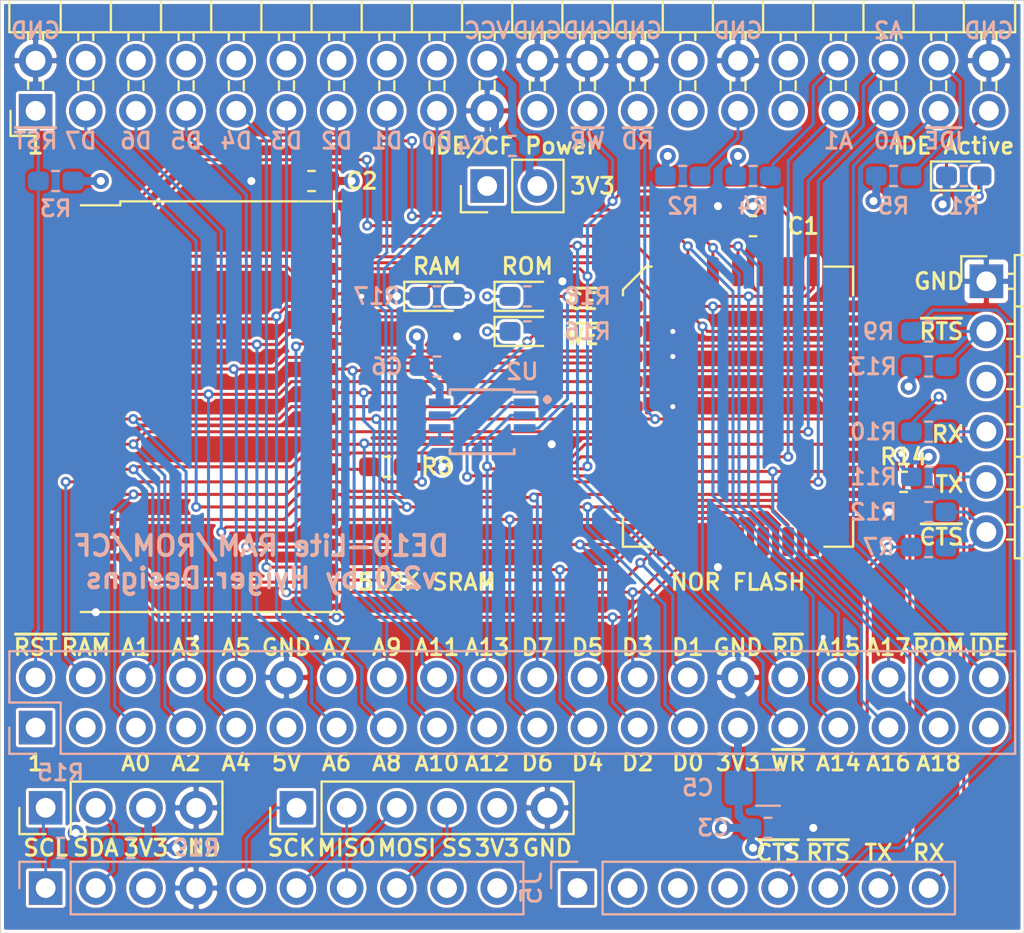
<source format=kicad_pcb>
(kicad_pcb (version 20171130) (host pcbnew "(5.1.4-0-10_14)")

  (general
    (thickness 1.6)
    (drawings 95)
    (tracks 653)
    (zones 0)
    (modules 39)
    (nets 61)
  )

  (page A4)
  (layers
    (0 F.Cu signal hide)
    (1 In1.Cu signal)
    (2 In2.Cu signal hide)
    (31 B.Cu signal hide)
    (32 B.Adhes user hide)
    (33 F.Adhes user hide)
    (34 B.Paste user hide)
    (35 F.Paste user hide)
    (36 B.SilkS user hide)
    (37 F.SilkS user hide)
    (38 B.Mask user hide)
    (39 F.Mask user hide)
    (40 Dwgs.User user hide)
    (41 Cmts.User user hide)
    (42 Eco1.User user hide)
    (43 Eco2.User user hide)
    (44 Edge.Cuts user)
    (45 Margin user hide)
    (46 B.CrtYd user hide)
    (47 F.CrtYd user)
    (48 B.Fab user hide)
    (49 F.Fab user hide)
  )

  (setup
    (last_trace_width 0.1524)
    (user_trace_width 0.1524)
    (user_trace_width 0.4064)
    (trace_clearance 0.1524)
    (zone_clearance 0.1524)
    (zone_45_only no)
    (trace_min 0.1524)
    (via_size 0.508)
    (via_drill 0.254)
    (via_min_size 0.508)
    (via_min_drill 0.254)
    (user_via 0.508 0.254)
    (user_via 0.8128 0.4064)
    (uvia_size 0.3)
    (uvia_drill 0.1)
    (uvias_allowed no)
    (uvia_min_size 0.2)
    (uvia_min_drill 0.1)
    (edge_width 0.0508)
    (segment_width 0.2032)
    (pcb_text_width 0.3048)
    (pcb_text_size 1.524 1.524)
    (mod_edge_width 0.1524)
    (mod_text_size 0.8128 0.8128)
    (mod_text_width 0.1524)
    (pad_size 1.524 1.524)
    (pad_drill 0.762)
    (pad_to_mask_clearance 0.0508)
    (aux_axis_origin 0 0)
    (visible_elements 7FFFFFFF)
    (pcbplotparams
      (layerselection 0x010fc_ffffffff)
      (usegerberextensions false)
      (usegerberattributes false)
      (usegerberadvancedattributes false)
      (creategerberjobfile false)
      (excludeedgelayer true)
      (linewidth 0.100000)
      (plotframeref false)
      (viasonmask false)
      (mode 1)
      (useauxorigin false)
      (hpglpennumber 1)
      (hpglpenspeed 20)
      (hpglpendiameter 15.000000)
      (psnegative false)
      (psa4output false)
      (plotreference true)
      (plotvalue true)
      (plotinvisibletext false)
      (padsonsilk false)
      (subtractmaskfromsilk false)
      (outputformat 1)
      (mirror false)
      (drillshape 0)
      (scaleselection 1)
      (outputdirectory "gerbers/"))
  )

  (net 0 "")
  (net 1 GND)
  (net 2 "Net-(D1-Pad2)")
  (net 3 /D7)
  (net 4 /D3)
  (net 5 /D1)
  (net 6 /ROM_~CE)
  (net 7 /RAM_~CE)
  (net 8 /A18)
  (net 9 /A17)
  (net 10 /A16)
  (net 11 /A15)
  (net 12 /A14)
  (net 13 /A13)
  (net 14 /A12)
  (net 15 /A11)
  (net 16 /A10)
  (net 17 /A9)
  (net 18 /A8)
  (net 19 /A6)
  (net 20 /A5)
  (net 21 /A4)
  (net 22 /A3)
  (net 23 /A2)
  (net 24 /A1)
  (net 25 /A0)
  (net 26 VCC)
  (net 27 "Net-(D2-Pad1)")
  (net 28 /~ACTIVE)
  (net 29 "Net-(J2-Pad38)")
  (net 30 "Net-(J2-Pad34)")
  (net 31 "Net-(J2-Pad29)")
  (net 32 "Net-(C4-Pad1)")
  (net 33 "Net-(D4-Pad2)")
  (net 34 "Net-(J3-Pad6)")
  (net 35 "Net-(J3-Pad5)")
  (net 36 "Net-(J3-Pad4)")
  (net 37 "Net-(J3-Pad2)")
  (net 38 "Net-(D3-Pad1)")
  (net 39 "Net-(D2-Pad2)")
  (net 40 "Net-(D3-Pad2)")
  (net 41 /A7)
  (net 42 /MISO)
  (net 43 /AB21)
  (net 44 /AA20)
  (net 45 /IDE_~CE~)
  (net 46 /D0)
  (net 47 /D2)
  (net 48 /D5)
  (net 49 /D4)
  (net 50 /D6)
  (net 51 /~WR)
  (net 52 /~RD)
  (net 53 /~RESET)
  (net 54 /SS)
  (net 55 /MOSI)
  (net 56 /SCK)
  (net 57 /RX)
  (net 58 /TX)
  (net 59 /~RTS)
  (net 60 /~CTS)

  (net_class Default "This is the default net class."
    (clearance 0.1524)
    (trace_width 0.1524)
    (via_dia 0.508)
    (via_drill 0.254)
    (uvia_dia 0.3)
    (uvia_drill 0.1)
    (add_net /A0)
    (add_net /A1)
    (add_net /A10)
    (add_net /A11)
    (add_net /A12)
    (add_net /A13)
    (add_net /A14)
    (add_net /A15)
    (add_net /A16)
    (add_net /A17)
    (add_net /A18)
    (add_net /A2)
    (add_net /A3)
    (add_net /A4)
    (add_net /A5)
    (add_net /A6)
    (add_net /A7)
    (add_net /A8)
    (add_net /A9)
    (add_net /AA20)
    (add_net /AB21)
    (add_net /D0)
    (add_net /D1)
    (add_net /D2)
    (add_net /D3)
    (add_net /D4)
    (add_net /D5)
    (add_net /D6)
    (add_net /D7)
    (add_net /IDE_~CE~)
    (add_net /MISO)
    (add_net /MOSI)
    (add_net /RAM_~CE)
    (add_net /ROM_~CE)
    (add_net /RX)
    (add_net /SCK)
    (add_net /SS)
    (add_net /TX)
    (add_net /~ACTIVE)
    (add_net /~CTS)
    (add_net /~RD)
    (add_net /~RESET)
    (add_net /~RTS)
    (add_net /~WR)
    (add_net "Net-(C4-Pad1)")
    (add_net "Net-(D1-Pad2)")
    (add_net "Net-(D2-Pad1)")
    (add_net "Net-(D2-Pad2)")
    (add_net "Net-(D3-Pad1)")
    (add_net "Net-(D3-Pad2)")
    (add_net "Net-(D4-Pad2)")
    (add_net "Net-(J2-Pad29)")
    (add_net "Net-(J2-Pad34)")
    (add_net "Net-(J2-Pad38)")
    (add_net "Net-(J3-Pad2)")
    (add_net "Net-(J3-Pad4)")
    (add_net "Net-(J3-Pad5)")
    (add_net "Net-(J3-Pad6)")
  )

  (net_class Power ""
    (clearance 0.1524)
    (trace_width 0.4064)
    (via_dia 0.8128)
    (via_drill 0.4064)
    (uvia_dia 0.3)
    (uvia_drill 0.1)
    (add_net GND)
    (add_net VCC)
  )

  (module Capacitor_SMD:C_1206_3216Metric_Pad1.42x1.75mm_HandSolder (layer B.Cu) (tedit 5B301BBE) (tstamp 5D9B1C2A)
    (at 159.004 144.018)
    (descr "Capacitor SMD 1206 (3216 Metric), square (rectangular) end terminal, IPC_7351 nominal with elongated pad for handsoldering. (Body size source: http://www.tortai-tech.com/upload/download/2011102023233369053.pdf), generated with kicad-footprint-generator")
    (tags "capacitor handsolder")
    (path /5D9E71C7)
    (attr smd)
    (fp_text reference C5 (at -3.556 0) (layer B.SilkS)
      (effects (font (size 0.8128 0.8128) (thickness 0.1524)) (justify mirror))
    )
    (fp_text value 100uF (at 0 -1.82) (layer B.Fab)
      (effects (font (size 1 1) (thickness 0.15)) (justify mirror))
    )
    (fp_text user %R (at 0 0) (layer B.Fab)
      (effects (font (size 0.8 0.8) (thickness 0.12)) (justify mirror))
    )
    (fp_line (start 2.45 -1.12) (end -2.45 -1.12) (layer B.CrtYd) (width 0.05))
    (fp_line (start 2.45 1.12) (end 2.45 -1.12) (layer B.CrtYd) (width 0.05))
    (fp_line (start -2.45 1.12) (end 2.45 1.12) (layer B.CrtYd) (width 0.05))
    (fp_line (start -2.45 -1.12) (end -2.45 1.12) (layer B.CrtYd) (width 0.05))
    (fp_line (start -0.602064 -0.91) (end 0.602064 -0.91) (layer B.SilkS) (width 0.12))
    (fp_line (start -0.602064 0.91) (end 0.602064 0.91) (layer B.SilkS) (width 0.12))
    (fp_line (start 1.6 -0.8) (end -1.6 -0.8) (layer B.Fab) (width 0.1))
    (fp_line (start 1.6 0.8) (end 1.6 -0.8) (layer B.Fab) (width 0.1))
    (fp_line (start -1.6 0.8) (end 1.6 0.8) (layer B.Fab) (width 0.1))
    (fp_line (start -1.6 -0.8) (end -1.6 0.8) (layer B.Fab) (width 0.1))
    (pad 2 smd roundrect (at 1.4875 0) (size 1.425 1.75) (layers B.Cu B.Paste B.Mask) (roundrect_rratio 0.175439)
      (net 1 GND))
    (pad 1 smd roundrect (at -1.4875 0) (size 1.425 1.75) (layers B.Cu B.Paste B.Mask) (roundrect_rratio 0.175439)
      (net 26 VCC))
    (model ${KISYS3DMOD}/Capacitor_SMD.3dshapes/C_1206_3216Metric.wrl
      (at (xyz 0 0 0))
      (scale (xyz 1 1 1))
      (rotate (xyz 0 0 0))
    )
  )

  (module Package_SO:TSSOP-8_3x3mm_P0.65mm (layer B.Cu) (tedit 5A02F25C) (tstamp 5D92D360)
    (at 144.526 125.476 180)
    (descr "TSSOP8: plastic thin shrink small outline package; 8 leads; body width 3 mm; (see NXP SSOP-TSSOP-VSO-REFLOW.pdf and sot505-1_po.pdf)")
    (tags "SSOP 0.65")
    (path /5E46744E)
    (attr smd)
    (fp_text reference U2 (at -2.032 2.54) (layer B.SilkS)
      (effects (font (size 0.8128 0.8128) (thickness 0.1524)) (justify mirror))
    )
    (fp_text value 74LVC2G02 (at 0 -2.55) (layer B.Fab)
      (effects (font (size 1 1) (thickness 0.15)) (justify mirror))
    )
    (fp_text user %R (at 0 0) (layer B.Fab)
      (effects (font (size 0.6 0.6) (thickness 0.15)) (justify mirror))
    )
    (fp_line (start -1.625 1.5) (end -2.7 1.5) (layer B.SilkS) (width 0.15))
    (fp_line (start -1.625 -1.625) (end 1.625 -1.625) (layer B.SilkS) (width 0.15))
    (fp_line (start -1.625 1.625) (end 1.625 1.625) (layer B.SilkS) (width 0.15))
    (fp_line (start -1.625 -1.625) (end -1.625 -1.4) (layer B.SilkS) (width 0.15))
    (fp_line (start 1.625 -1.625) (end 1.625 -1.4) (layer B.SilkS) (width 0.15))
    (fp_line (start 1.625 1.625) (end 1.625 1.4) (layer B.SilkS) (width 0.15))
    (fp_line (start -1.625 1.625) (end -1.625 1.5) (layer B.SilkS) (width 0.15))
    (fp_line (start -2.95 -1.8) (end 2.95 -1.8) (layer B.CrtYd) (width 0.05))
    (fp_line (start -2.95 1.8) (end 2.95 1.8) (layer B.CrtYd) (width 0.05))
    (fp_line (start 2.95 1.8) (end 2.95 -1.8) (layer B.CrtYd) (width 0.05))
    (fp_line (start -2.95 1.8) (end -2.95 -1.8) (layer B.CrtYd) (width 0.05))
    (fp_line (start -1.5 0.5) (end -0.5 1.5) (layer B.Fab) (width 0.15))
    (fp_line (start -1.5 -1.5) (end -1.5 0.5) (layer B.Fab) (width 0.15))
    (fp_line (start 1.5 -1.5) (end -1.5 -1.5) (layer B.Fab) (width 0.15))
    (fp_line (start 1.5 1.5) (end 1.5 -1.5) (layer B.Fab) (width 0.15))
    (fp_line (start -0.5 1.5) (end 1.5 1.5) (layer B.Fab) (width 0.15))
    (pad 8 smd rect (at 2.15 0.975 180) (size 1.1 0.4) (layers B.Cu B.Paste B.Mask)
      (net 26 VCC))
    (pad 7 smd rect (at 2.15 0.325 180) (size 1.1 0.4) (layers B.Cu B.Paste B.Mask)
      (net 39 "Net-(D2-Pad2)"))
    (pad 6 smd rect (at 2.15 -0.325 180) (size 1.1 0.4) (layers B.Cu B.Paste B.Mask)
      (net 7 /RAM_~CE))
    (pad 5 smd rect (at 2.15 -0.975 180) (size 1.1 0.4) (layers B.Cu B.Paste B.Mask)
      (net 7 /RAM_~CE))
    (pad 4 smd rect (at -2.15 -0.975 180) (size 1.1 0.4) (layers B.Cu B.Paste B.Mask)
      (net 1 GND))
    (pad 3 smd rect (at -2.15 -0.325 180) (size 1.1 0.4) (layers B.Cu B.Paste B.Mask)
      (net 40 "Net-(D3-Pad2)"))
    (pad 2 smd rect (at -2.15 0.325 180) (size 1.1 0.4) (layers B.Cu B.Paste B.Mask)
      (net 51 /~WR))
    (pad 1 smd rect (at -2.15 0.975 180) (size 1.1 0.4) (layers B.Cu B.Paste B.Mask)
      (net 6 /ROM_~CE))
    (model ${KISYS3DMOD}/Package_SO.3dshapes/TSSOP-8_3x3mm_P0.65mm.wrl
      (at (xyz 0 0 0))
      (scale (xyz 1 1 1))
      (rotate (xyz 0 0 0))
    )
  )

  (module Resistor_SMD:R_0603_1608Metric_Pad1.05x0.95mm_HandSolder (layer B.Cu) (tedit 5B301BBD) (tstamp 5D96E16A)
    (at 167.132 131.826 180)
    (descr "Resistor SMD 0603 (1608 Metric), square (rectangular) end terminal, IPC_7351 nominal with elongated pad for handsoldering. (Body size source: http://www.tortai-tech.com/upload/download/2011102023233369053.pdf), generated with kicad-footprint-generator")
    (tags "resistor handsolder")
    (path /5D9BBC02)
    (attr smd)
    (fp_text reference R7 (at 2.54 0) (layer B.SilkS)
      (effects (font (size 0.8128 0.8128) (thickness 0.1524)) (justify mirror))
    )
    (fp_text value 2K2 (at 0 -1.43) (layer B.Fab)
      (effects (font (size 1 1) (thickness 0.15)) (justify mirror))
    )
    (fp_text user %R (at 0 0) (layer B.Fab)
      (effects (font (size 0.4 0.4) (thickness 0.06)) (justify mirror))
    )
    (fp_line (start 1.65 -0.73) (end -1.65 -0.73) (layer B.CrtYd) (width 0.05))
    (fp_line (start 1.65 0.73) (end 1.65 -0.73) (layer B.CrtYd) (width 0.05))
    (fp_line (start -1.65 0.73) (end 1.65 0.73) (layer B.CrtYd) (width 0.05))
    (fp_line (start -1.65 -0.73) (end -1.65 0.73) (layer B.CrtYd) (width 0.05))
    (fp_line (start -0.171267 -0.51) (end 0.171267 -0.51) (layer B.SilkS) (width 0.12))
    (fp_line (start -0.171267 0.51) (end 0.171267 0.51) (layer B.SilkS) (width 0.12))
    (fp_line (start 0.8 -0.4) (end -0.8 -0.4) (layer B.Fab) (width 0.1))
    (fp_line (start 0.8 0.4) (end 0.8 -0.4) (layer B.Fab) (width 0.1))
    (fp_line (start -0.8 0.4) (end 0.8 0.4) (layer B.Fab) (width 0.1))
    (fp_line (start -0.8 -0.4) (end -0.8 0.4) (layer B.Fab) (width 0.1))
    (pad 2 smd roundrect (at 0.875 0 180) (size 1.05 0.95) (layers B.Cu B.Paste B.Mask) (roundrect_rratio 0.25)
      (net 60 /~CTS))
    (pad 1 smd roundrect (at -0.875 0 180) (size 1.05 0.95) (layers B.Cu B.Paste B.Mask) (roundrect_rratio 0.25)
      (net 34 "Net-(J3-Pad6)"))
    (model ${KISYS3DMOD}/Resistor_SMD.3dshapes/R_0603_1608Metric.wrl
      (at (xyz 0 0 0))
      (scale (xyz 1 1 1))
      (rotate (xyz 0 0 0))
    )
  )

  (module Package_SO:TSOP-II-32_21.0x10.2mm_P1.27mm (layer F.Cu) (tedit 5A02F25C) (tstamp 5D9834A6)
    (at 130.81 124.714)
    (descr "32-lead plastic TSOP; Type II")
    (tags "TSOP-II 32")
    (path /5DA22A96)
    (attr smd)
    (fp_text reference U1 (at -4.35 -11.25) (layer F.SilkS) hide
      (effects (font (size 1 1) (thickness 0.15)))
    )
    (fp_text value AS6C4008A-55ZIN (at 0.1 11.7) (layer F.Fab)
      (effects (font (size 1 1) (thickness 0.15)))
    )
    (fp_text user %R (at 0 0) (layer F.Fab)
      (effects (font (size 0.8 0.8) (thickness 0.15)))
    )
    (fp_line (start -4.6 -10.2) (end -6.6 -10.2) (layer F.SilkS) (width 0.12))
    (fp_line (start -6.6 10.4) (end 6.6 10.4) (layer F.SilkS) (width 0.12))
    (fp_line (start -4.6 -10.4) (end 6.6 -10.4) (layer F.SilkS) (width 0.12))
    (fp_line (start -4.6 -10.4) (end -4.6 -10.2) (layer F.SilkS) (width 0.12))
    (fp_line (start -6.7 10.5) (end 6.7 10.5) (layer F.CrtYd) (width 0.05))
    (fp_line (start -6.7 -10.5) (end 6.7 -10.5) (layer F.CrtYd) (width 0.05))
    (fp_line (start 6.7 -10.5) (end 6.7 10.5) (layer F.CrtYd) (width 0.05))
    (fp_line (start -6.7 -10.5) (end -6.7 10.5) (layer F.CrtYd) (width 0.05))
    (fp_line (start -5.05 -9.2) (end -4.05 -10.2) (layer F.Fab) (width 0.1))
    (fp_line (start -4.05 -10.2) (end 5.05 -10.2) (layer F.Fab) (width 0.1))
    (fp_line (start 5.05 -10.2) (end 5.05 10.2) (layer F.Fab) (width 0.1))
    (fp_line (start 5.05 10.2) (end -5.05 10.2) (layer F.Fab) (width 0.1))
    (fp_line (start -5.05 10.2) (end -5.05 -9.2) (layer F.Fab) (width 0.1))
    (pad 32 smd rect (at 5.6 -9.525) (size 1.6 0.6) (layers F.Cu F.Paste F.Mask)
      (net 26 VCC))
    (pad 31 smd rect (at 5.6 -8.255) (size 1.6 0.6) (layers F.Cu F.Paste F.Mask)
      (net 11 /A15))
    (pad 30 smd rect (at 5.6 -6.985) (size 1.6 0.6) (layers F.Cu F.Paste F.Mask)
      (net 9 /A17))
    (pad 29 smd rect (at 5.6 -5.715) (size 1.6 0.6) (layers F.Cu F.Paste F.Mask)
      (net 51 /~WR))
    (pad 28 smd rect (at 5.6 -4.445) (size 1.6 0.6) (layers F.Cu F.Paste F.Mask)
      (net 13 /A13))
    (pad 27 smd rect (at 5.6 -3.175) (size 1.6 0.6) (layers F.Cu F.Paste F.Mask)
      (net 18 /A8))
    (pad 26 smd rect (at 5.6 -1.905) (size 1.6 0.6) (layers F.Cu F.Paste F.Mask)
      (net 17 /A9))
    (pad 25 smd rect (at 5.6 -0.625) (size 1.6 0.6) (layers F.Cu F.Paste F.Mask)
      (net 15 /A11))
    (pad 24 smd rect (at 5.6 0.625) (size 1.6 0.6) (layers F.Cu F.Paste F.Mask)
      (net 52 /~RD))
    (pad 23 smd rect (at 5.6 1.905) (size 1.6 0.6) (layers F.Cu F.Paste F.Mask)
      (net 16 /A10))
    (pad 22 smd rect (at 5.6 3.175) (size 1.6 0.6) (layers F.Cu F.Paste F.Mask)
      (net 7 /RAM_~CE))
    (pad 21 smd rect (at 5.6 4.445) (size 1.6 0.6) (layers F.Cu F.Paste F.Mask)
      (net 3 /D7))
    (pad 20 smd rect (at 5.6 5.715) (size 1.6 0.6) (layers F.Cu F.Paste F.Mask)
      (net 50 /D6))
    (pad 19 smd rect (at 5.6 6.985) (size 1.6 0.6) (layers F.Cu F.Paste F.Mask)
      (net 48 /D5))
    (pad 18 smd rect (at 5.6 8.255) (size 1.6 0.6) (layers F.Cu F.Paste F.Mask)
      (net 49 /D4))
    (pad 17 smd rect (at 5.6 9.525) (size 1.6 0.6) (layers F.Cu F.Paste F.Mask)
      (net 4 /D3))
    (pad 16 smd rect (at -5.6 9.525) (size 1.6 0.6) (layers F.Cu F.Paste F.Mask)
      (net 1 GND))
    (pad 15 smd rect (at -5.6 8.255) (size 1.6 0.6) (layers F.Cu F.Paste F.Mask)
      (net 47 /D2))
    (pad 14 smd rect (at -5.6 6.985) (size 1.6 0.6) (layers F.Cu F.Paste F.Mask)
      (net 5 /D1))
    (pad 13 smd rect (at -5.6 5.715) (size 1.6 0.6) (layers F.Cu F.Paste F.Mask)
      (net 46 /D0))
    (pad 12 smd rect (at -5.6 4.445) (size 1.6 0.6) (layers F.Cu F.Paste F.Mask)
      (net 25 /A0))
    (pad 11 smd rect (at -5.6 3.175) (size 1.6 0.6) (layers F.Cu F.Paste F.Mask)
      (net 24 /A1))
    (pad 10 smd rect (at -5.6 1.905) (size 1.6 0.6) (layers F.Cu F.Paste F.Mask)
      (net 23 /A2))
    (pad 9 smd rect (at -5.6 0.625) (size 1.6 0.6) (layers F.Cu F.Paste F.Mask)
      (net 22 /A3))
    (pad 8 smd rect (at -5.6 -0.625) (size 1.6 0.6) (layers F.Cu F.Paste F.Mask)
      (net 21 /A4))
    (pad 7 smd rect (at -5.6 -1.905) (size 1.6 0.6) (layers F.Cu F.Paste F.Mask)
      (net 20 /A5))
    (pad 6 smd rect (at -5.6 -3.175) (size 1.6 0.6) (layers F.Cu F.Paste F.Mask)
      (net 19 /A6))
    (pad 5 smd rect (at -5.6 -4.445) (size 1.6 0.6) (layers F.Cu F.Paste F.Mask)
      (net 41 /A7))
    (pad 4 smd rect (at -5.6 -5.715) (size 1.6 0.6) (layers F.Cu F.Paste F.Mask)
      (net 14 /A12))
    (pad 3 smd rect (at -5.6 -6.985) (size 1.6 0.6) (layers F.Cu F.Paste F.Mask)
      (net 12 /A14))
    (pad 2 smd rect (at -5.6 -8.255) (size 1.6 0.6) (layers F.Cu F.Paste F.Mask)
      (net 10 /A16))
    (pad 1 smd rect (at -5.6 -9.525) (size 1.6 0.6) (layers F.Cu F.Paste F.Mask)
      (net 8 /A18))
    (model ${KISYS3DMOD}/Package_SO.3dshapes/TSOP-II-32_21.0x10.2mm_P1.27mm.wrl
      (at (xyz 0 0 0))
      (scale (xyz 1 1 1))
      (rotate (xyz 0 0 0))
    )
  )

  (module Resistor_SMD:R_0603_1608Metric_Pad1.05x0.95mm_HandSolder (layer B.Cu) (tedit 5B301BBD) (tstamp 5D985949)
    (at 126.746 147.066 180)
    (descr "Resistor SMD 0603 (1608 Metric), square (rectangular) end terminal, IPC_7351 nominal with elongated pad for handsoldering. (Body size source: http://www.tortai-tech.com/upload/download/2011102023233369053.pdf), generated with kicad-footprint-generator")
    (tags "resistor handsolder")
    (path /5DBEFABC)
    (attr smd)
    (fp_text reference R19 (at -3.302 0) (layer B.SilkS)
      (effects (font (size 0.8128 0.8128) (thickness 0.1524)) (justify mirror))
    )
    (fp_text value 10K (at 0 -1.43) (layer B.Fab)
      (effects (font (size 1 1) (thickness 0.15)) (justify mirror))
    )
    (fp_text user %R (at 0 0) (layer B.Fab)
      (effects (font (size 0.4 0.4) (thickness 0.06)) (justify mirror))
    )
    (fp_line (start 1.65 -0.73) (end -1.65 -0.73) (layer B.CrtYd) (width 0.05))
    (fp_line (start 1.65 0.73) (end 1.65 -0.73) (layer B.CrtYd) (width 0.05))
    (fp_line (start -1.65 0.73) (end 1.65 0.73) (layer B.CrtYd) (width 0.05))
    (fp_line (start -1.65 -0.73) (end -1.65 0.73) (layer B.CrtYd) (width 0.05))
    (fp_line (start -0.171267 -0.51) (end 0.171267 -0.51) (layer B.SilkS) (width 0.12))
    (fp_line (start -0.171267 0.51) (end 0.171267 0.51) (layer B.SilkS) (width 0.12))
    (fp_line (start 0.8 -0.4) (end -0.8 -0.4) (layer B.Fab) (width 0.1))
    (fp_line (start 0.8 0.4) (end 0.8 -0.4) (layer B.Fab) (width 0.1))
    (fp_line (start -0.8 0.4) (end 0.8 0.4) (layer B.Fab) (width 0.1))
    (fp_line (start -0.8 -0.4) (end -0.8 0.4) (layer B.Fab) (width 0.1))
    (pad 2 smd roundrect (at 0.875 0 180) (size 1.05 0.95) (layers B.Cu B.Paste B.Mask) (roundrect_rratio 0.25)
      (net 43 /AB21))
    (pad 1 smd roundrect (at -0.875 0 180) (size 1.05 0.95) (layers B.Cu B.Paste B.Mask) (roundrect_rratio 0.25)
      (net 26 VCC))
    (model ${KISYS3DMOD}/Resistor_SMD.3dshapes/R_0603_1608Metric.wrl
      (at (xyz 0 0 0))
      (scale (xyz 1 1 1))
      (rotate (xyz 0 0 0))
    )
  )

  (module Resistor_SMD:R_0603_1608Metric_Pad1.05x0.95mm_HandSolder (layer B.Cu) (tedit 5B301BBD) (tstamp 5D9858D8)
    (at 123.19 147.066 180)
    (descr "Resistor SMD 0603 (1608 Metric), square (rectangular) end terminal, IPC_7351 nominal with elongated pad for handsoldering. (Body size source: http://www.tortai-tech.com/upload/download/2011102023233369053.pdf), generated with kicad-footprint-generator")
    (tags "resistor handsolder")
    (path /5DBDADF0)
    (attr smd)
    (fp_text reference R15 (at 0 3.81) (layer B.SilkS)
      (effects (font (size 0.8128 0.8128) (thickness 0.1524)) (justify mirror))
    )
    (fp_text value 10K (at 0 -1.43) (layer B.Fab)
      (effects (font (size 1 1) (thickness 0.15)) (justify mirror))
    )
    (fp_text user %R (at 0 0) (layer B.Fab)
      (effects (font (size 0.4 0.4) (thickness 0.06)) (justify mirror))
    )
    (fp_line (start 1.65 -0.73) (end -1.65 -0.73) (layer B.CrtYd) (width 0.05))
    (fp_line (start 1.65 0.73) (end 1.65 -0.73) (layer B.CrtYd) (width 0.05))
    (fp_line (start -1.65 0.73) (end 1.65 0.73) (layer B.CrtYd) (width 0.05))
    (fp_line (start -1.65 -0.73) (end -1.65 0.73) (layer B.CrtYd) (width 0.05))
    (fp_line (start -0.171267 -0.51) (end 0.171267 -0.51) (layer B.SilkS) (width 0.12))
    (fp_line (start -0.171267 0.51) (end 0.171267 0.51) (layer B.SilkS) (width 0.12))
    (fp_line (start 0.8 -0.4) (end -0.8 -0.4) (layer B.Fab) (width 0.1))
    (fp_line (start 0.8 0.4) (end 0.8 -0.4) (layer B.Fab) (width 0.1))
    (fp_line (start -0.8 0.4) (end 0.8 0.4) (layer B.Fab) (width 0.1))
    (fp_line (start -0.8 -0.4) (end -0.8 0.4) (layer B.Fab) (width 0.1))
    (pad 2 smd roundrect (at 0.875 0 180) (size 1.05 0.95) (layers B.Cu B.Paste B.Mask) (roundrect_rratio 0.25)
      (net 44 /AA20))
    (pad 1 smd roundrect (at -0.875 0 180) (size 1.05 0.95) (layers B.Cu B.Paste B.Mask) (roundrect_rratio 0.25)
      (net 26 VCC))
    (model ${KISYS3DMOD}/Resistor_SMD.3dshapes/R_0603_1608Metric.wrl
      (at (xyz 0 0 0))
      (scale (xyz 1 1 1))
      (rotate (xyz 0 0 0))
    )
  )

  (module Connector_PinHeader_2.54mm:PinHeader_1x06_P2.54mm_Vertical (layer F.Cu) (tedit 59FED5CC) (tstamp 5D9856B3)
    (at 135.128 145.034 90)
    (descr "Through hole straight pin header, 1x06, 2.54mm pitch, single row")
    (tags "Through hole pin header THT 1x06 2.54mm single row")
    (path /5DC444AA)
    (fp_text reference J7 (at 0 -2.33 90) (layer F.SilkS) hide
      (effects (font (size 1 1) (thickness 0.15)))
    )
    (fp_text value SPI (at 0 15.03 90) (layer F.Fab)
      (effects (font (size 1 1) (thickness 0.15)))
    )
    (fp_text user %R (at 0 6.35) (layer F.Fab)
      (effects (font (size 1 1) (thickness 0.15)))
    )
    (fp_line (start 1.8 -1.8) (end -1.8 -1.8) (layer F.CrtYd) (width 0.05))
    (fp_line (start 1.8 14.5) (end 1.8 -1.8) (layer F.CrtYd) (width 0.05))
    (fp_line (start -1.8 14.5) (end 1.8 14.5) (layer F.CrtYd) (width 0.05))
    (fp_line (start -1.8 -1.8) (end -1.8 14.5) (layer F.CrtYd) (width 0.05))
    (fp_line (start -1.33 -1.33) (end 0 -1.33) (layer F.SilkS) (width 0.12))
    (fp_line (start -1.33 0) (end -1.33 -1.33) (layer F.SilkS) (width 0.12))
    (fp_line (start -1.33 1.27) (end 1.33 1.27) (layer F.SilkS) (width 0.12))
    (fp_line (start 1.33 1.27) (end 1.33 14.03) (layer F.SilkS) (width 0.12))
    (fp_line (start -1.33 1.27) (end -1.33 14.03) (layer F.SilkS) (width 0.12))
    (fp_line (start -1.33 14.03) (end 1.33 14.03) (layer F.SilkS) (width 0.12))
    (fp_line (start -1.27 -0.635) (end -0.635 -1.27) (layer F.Fab) (width 0.1))
    (fp_line (start -1.27 13.97) (end -1.27 -0.635) (layer F.Fab) (width 0.1))
    (fp_line (start 1.27 13.97) (end -1.27 13.97) (layer F.Fab) (width 0.1))
    (fp_line (start 1.27 -1.27) (end 1.27 13.97) (layer F.Fab) (width 0.1))
    (fp_line (start -0.635 -1.27) (end 1.27 -1.27) (layer F.Fab) (width 0.1))
    (pad 6 thru_hole oval (at 0 12.7 90) (size 1.7 1.7) (drill 1) (layers *.Cu *.Mask)
      (net 1 GND))
    (pad 5 thru_hole oval (at 0 10.16 90) (size 1.7 1.7) (drill 1) (layers *.Cu *.Mask)
      (net 26 VCC))
    (pad 4 thru_hole oval (at 0 7.62 90) (size 1.7 1.7) (drill 1) (layers *.Cu *.Mask)
      (net 54 /SS))
    (pad 3 thru_hole oval (at 0 5.08 90) (size 1.7 1.7) (drill 1) (layers *.Cu *.Mask)
      (net 55 /MOSI))
    (pad 2 thru_hole oval (at 0 2.54 90) (size 1.7 1.7) (drill 1) (layers *.Cu *.Mask)
      (net 42 /MISO))
    (pad 1 thru_hole rect (at 0 0 90) (size 1.7 1.7) (drill 1) (layers *.Cu *.Mask)
      (net 56 /SCK))
    (model ${KISYS3DMOD}/Connector_PinHeader_2.54mm.3dshapes/PinHeader_1x06_P2.54mm_Vertical.wrl
      (at (xyz 0 0 0))
      (scale (xyz 1 1 1))
      (rotate (xyz 0 0 0))
    )
  )

  (module Connector_PinHeader_2.54mm:PinHeader_1x04_P2.54mm_Vertical (layer F.Cu) (tedit 59FED5CC) (tstamp 5D983F6E)
    (at 122.428 145.034 90)
    (descr "Through hole straight pin header, 1x04, 2.54mm pitch, single row")
    (tags "Through hole pin header THT 1x04 2.54mm single row")
    (path /5DAA0BDA)
    (fp_text reference J6 (at 0 -2.33 90) (layer F.SilkS) hide
      (effects (font (size 1 1) (thickness 0.15)))
    )
    (fp_text value I2C (at 0 9.95 90) (layer F.Fab)
      (effects (font (size 1 1) (thickness 0.15)))
    )
    (fp_text user %R (at 0 3.81) (layer F.Fab)
      (effects (font (size 1 1) (thickness 0.15)))
    )
    (fp_line (start 1.8 -1.8) (end -1.8 -1.8) (layer F.CrtYd) (width 0.05))
    (fp_line (start 1.8 9.4) (end 1.8 -1.8) (layer F.CrtYd) (width 0.05))
    (fp_line (start -1.8 9.4) (end 1.8 9.4) (layer F.CrtYd) (width 0.05))
    (fp_line (start -1.8 -1.8) (end -1.8 9.4) (layer F.CrtYd) (width 0.05))
    (fp_line (start -1.33 -1.33) (end 0 -1.33) (layer F.SilkS) (width 0.12))
    (fp_line (start -1.33 0) (end -1.33 -1.33) (layer F.SilkS) (width 0.12))
    (fp_line (start -1.33 1.27) (end 1.33 1.27) (layer F.SilkS) (width 0.12))
    (fp_line (start 1.33 1.27) (end 1.33 8.95) (layer F.SilkS) (width 0.12))
    (fp_line (start -1.33 1.27) (end -1.33 8.95) (layer F.SilkS) (width 0.12))
    (fp_line (start -1.33 8.95) (end 1.33 8.95) (layer F.SilkS) (width 0.12))
    (fp_line (start -1.27 -0.635) (end -0.635 -1.27) (layer F.Fab) (width 0.1))
    (fp_line (start -1.27 8.89) (end -1.27 -0.635) (layer F.Fab) (width 0.1))
    (fp_line (start 1.27 8.89) (end -1.27 8.89) (layer F.Fab) (width 0.1))
    (fp_line (start 1.27 -1.27) (end 1.27 8.89) (layer F.Fab) (width 0.1))
    (fp_line (start -0.635 -1.27) (end 1.27 -1.27) (layer F.Fab) (width 0.1))
    (pad 4 thru_hole oval (at 0 7.62 90) (size 1.7 1.7) (drill 1) (layers *.Cu *.Mask)
      (net 1 GND))
    (pad 3 thru_hole oval (at 0 5.08 90) (size 1.7 1.7) (drill 1) (layers *.Cu *.Mask)
      (net 26 VCC))
    (pad 2 thru_hole oval (at 0 2.54 90) (size 1.7 1.7) (drill 1) (layers *.Cu *.Mask)
      (net 43 /AB21))
    (pad 1 thru_hole rect (at 0 0 90) (size 1.7 1.7) (drill 1) (layers *.Cu *.Mask)
      (net 44 /AA20))
    (model ${KISYS3DMOD}/Connector_PinHeader_2.54mm.3dshapes/PinHeader_1x04_P2.54mm_Vertical.wrl
      (at (xyz 0 0 0))
      (scale (xyz 1 1 1))
      (rotate (xyz 0 0 0))
    )
  )

  (module Resistor_SMD:R_0603_1608Metric_Pad1.05x0.95mm_HandSolder (layer B.Cu) (tedit 5B301BBD) (tstamp 5D96E21B)
    (at 167.132 122.682 180)
    (descr "Resistor SMD 0603 (1608 Metric), square (rectangular) end terminal, IPC_7351 nominal with elongated pad for handsoldering. (Body size source: http://www.tortai-tech.com/upload/download/2011102023233369053.pdf), generated with kicad-footprint-generator")
    (tags "resistor handsolder")
    (path /5DA45090)
    (attr smd)
    (fp_text reference R13 (at 2.794 0) (layer B.SilkS)
      (effects (font (size 0.8128 0.8128) (thickness 0.1524)) (justify mirror))
    )
    (fp_text value 100K (at 0 -1.43) (layer B.Fab)
      (effects (font (size 1 1) (thickness 0.15)) (justify mirror))
    )
    (fp_text user %R (at 0 0) (layer B.Fab)
      (effects (font (size 0.4 0.4) (thickness 0.06)) (justify mirror))
    )
    (fp_line (start 1.65 -0.73) (end -1.65 -0.73) (layer B.CrtYd) (width 0.05))
    (fp_line (start 1.65 0.73) (end 1.65 -0.73) (layer B.CrtYd) (width 0.05))
    (fp_line (start -1.65 0.73) (end 1.65 0.73) (layer B.CrtYd) (width 0.05))
    (fp_line (start -1.65 -0.73) (end -1.65 0.73) (layer B.CrtYd) (width 0.05))
    (fp_line (start -0.171267 -0.51) (end 0.171267 -0.51) (layer B.SilkS) (width 0.12))
    (fp_line (start -0.171267 0.51) (end 0.171267 0.51) (layer B.SilkS) (width 0.12))
    (fp_line (start 0.8 -0.4) (end -0.8 -0.4) (layer B.Fab) (width 0.1))
    (fp_line (start 0.8 0.4) (end 0.8 -0.4) (layer B.Fab) (width 0.1))
    (fp_line (start -0.8 0.4) (end 0.8 0.4) (layer B.Fab) (width 0.1))
    (fp_line (start -0.8 -0.4) (end -0.8 0.4) (layer B.Fab) (width 0.1))
    (pad 2 smd roundrect (at 0.875 0 180) (size 1.05 0.95) (layers B.Cu B.Paste B.Mask) (roundrect_rratio 0.25)
      (net 26 VCC))
    (pad 1 smd roundrect (at -0.875 0 180) (size 1.05 0.95) (layers B.Cu B.Paste B.Mask) (roundrect_rratio 0.25)
      (net 37 "Net-(J3-Pad2)"))
    (model ${KISYS3DMOD}/Resistor_SMD.3dshapes/R_0603_1608Metric.wrl
      (at (xyz 0 0 0))
      (scale (xyz 1 1 1))
      (rotate (xyz 0 0 0))
    )
  )

  (module Capacitor_SMD:C_0603_1608Metric_Pad1.05x0.95mm_HandSolder (layer B.Cu) (tedit 5B301BBE) (tstamp 5D96DB63)
    (at 142.24 122.682)
    (descr "Capacitor SMD 0603 (1608 Metric), square (rectangular) end terminal, IPC_7351 nominal with elongated pad for handsoldering. (Body size source: http://www.tortai-tech.com/upload/download/2011102023233369053.pdf), generated with kicad-footprint-generator")
    (tags "capacitor handsolder")
    (path /5DC1E4EE)
    (attr smd)
    (fp_text reference C6 (at -2.54 0) (layer B.SilkS)
      (effects (font (size 0.8128 0.8128) (thickness 0.1524)) (justify mirror))
    )
    (fp_text value 100nF (at 0 -1.43) (layer B.Fab)
      (effects (font (size 1 1) (thickness 0.15)) (justify mirror))
    )
    (fp_text user %R (at 0 0) (layer B.Fab)
      (effects (font (size 0.4 0.4) (thickness 0.06)) (justify mirror))
    )
    (fp_line (start 1.65 -0.73) (end -1.65 -0.73) (layer B.CrtYd) (width 0.05))
    (fp_line (start 1.65 0.73) (end 1.65 -0.73) (layer B.CrtYd) (width 0.05))
    (fp_line (start -1.65 0.73) (end 1.65 0.73) (layer B.CrtYd) (width 0.05))
    (fp_line (start -1.65 -0.73) (end -1.65 0.73) (layer B.CrtYd) (width 0.05))
    (fp_line (start -0.171267 -0.51) (end 0.171267 -0.51) (layer B.SilkS) (width 0.12))
    (fp_line (start -0.171267 0.51) (end 0.171267 0.51) (layer B.SilkS) (width 0.12))
    (fp_line (start 0.8 -0.4) (end -0.8 -0.4) (layer B.Fab) (width 0.1))
    (fp_line (start 0.8 0.4) (end 0.8 -0.4) (layer B.Fab) (width 0.1))
    (fp_line (start -0.8 0.4) (end 0.8 0.4) (layer B.Fab) (width 0.1))
    (fp_line (start -0.8 -0.4) (end -0.8 0.4) (layer B.Fab) (width 0.1))
    (pad 2 smd roundrect (at 0.875 0) (size 1.05 0.95) (layers B.Cu B.Paste B.Mask) (roundrect_rratio 0.25)
      (net 1 GND))
    (pad 1 smd roundrect (at -0.875 0) (size 1.05 0.95) (layers B.Cu B.Paste B.Mask) (roundrect_rratio 0.25)
      (net 26 VCC))
    (model ${KISYS3DMOD}/Capacitor_SMD.3dshapes/C_0603_1608Metric.wrl
      (at (xyz 0 0 0))
      (scale (xyz 1 1 1))
      (rotate (xyz 0 0 0))
    )
  )

  (module Connector_PinHeader_2.54mm:PinHeader_1x08_P2.54mm_Vertical (layer B.Cu) (tedit 59FED5CC) (tstamp 5D9565FC)
    (at 149.352 149.098 270)
    (descr "Through hole straight pin header, 1x08, 2.54mm pitch, single row")
    (tags "Through hole pin header THT 1x08 2.54mm single row")
    (path /5DB3A357)
    (fp_text reference J5 (at 0 2.33 90) (layer B.SilkS)
      (effects (font (size 1 1) (thickness 0.15)) (justify mirror))
    )
    (fp_text value Arduino2 (at 0 -20.11 90) (layer B.Fab)
      (effects (font (size 1 1) (thickness 0.15)) (justify mirror))
    )
    (fp_text user %R (at 0 -8.89 180) (layer B.Fab)
      (effects (font (size 1 1) (thickness 0.15)) (justify mirror))
    )
    (fp_line (start 1.8 1.8) (end -1.8 1.8) (layer B.CrtYd) (width 0.05))
    (fp_line (start 1.8 -19.55) (end 1.8 1.8) (layer B.CrtYd) (width 0.05))
    (fp_line (start -1.8 -19.55) (end 1.8 -19.55) (layer B.CrtYd) (width 0.05))
    (fp_line (start -1.8 1.8) (end -1.8 -19.55) (layer B.CrtYd) (width 0.05))
    (fp_line (start -1.33 1.33) (end 0 1.33) (layer B.SilkS) (width 0.12))
    (fp_line (start -1.33 0) (end -1.33 1.33) (layer B.SilkS) (width 0.12))
    (fp_line (start -1.33 -1.27) (end 1.33 -1.27) (layer B.SilkS) (width 0.12))
    (fp_line (start 1.33 -1.27) (end 1.33 -19.11) (layer B.SilkS) (width 0.12))
    (fp_line (start -1.33 -1.27) (end -1.33 -19.11) (layer B.SilkS) (width 0.12))
    (fp_line (start -1.33 -19.11) (end 1.33 -19.11) (layer B.SilkS) (width 0.12))
    (fp_line (start -1.27 0.635) (end -0.635 1.27) (layer B.Fab) (width 0.1))
    (fp_line (start -1.27 -19.05) (end -1.27 0.635) (layer B.Fab) (width 0.1))
    (fp_line (start 1.27 -19.05) (end -1.27 -19.05) (layer B.Fab) (width 0.1))
    (fp_line (start 1.27 1.27) (end 1.27 -19.05) (layer B.Fab) (width 0.1))
    (fp_line (start -0.635 1.27) (end 1.27 1.27) (layer B.Fab) (width 0.1))
    (pad 8 thru_hole oval (at 0 -17.78 270) (size 1.7 1.7) (drill 1) (layers *.Cu *.Mask)
      (net 57 /RX))
    (pad 7 thru_hole oval (at 0 -15.24 270) (size 1.7 1.7) (drill 1) (layers *.Cu *.Mask)
      (net 58 /TX))
    (pad 6 thru_hole oval (at 0 -12.7 270) (size 1.7 1.7) (drill 1) (layers *.Cu *.Mask)
      (net 59 /~RTS))
    (pad 5 thru_hole oval (at 0 -10.16 270) (size 1.7 1.7) (drill 1) (layers *.Cu *.Mask)
      (net 60 /~CTS))
    (pad 4 thru_hole oval (at 0 -7.62 270) (size 1.7 1.7) (drill 1) (layers *.Cu *.Mask))
    (pad 3 thru_hole oval (at 0 -5.08 270) (size 1.7 1.7) (drill 1) (layers *.Cu *.Mask))
    (pad 2 thru_hole oval (at 0 -2.54 270) (size 1.7 1.7) (drill 1) (layers *.Cu *.Mask))
    (pad 1 thru_hole rect (at 0 0 270) (size 1.7 1.7) (drill 1) (layers *.Cu *.Mask))
    (model ${KISYS3DMOD}/Connector_PinHeader_2.54mm.3dshapes/PinHeader_1x08_P2.54mm_Vertical.wrl
      (at (xyz 0 0 0))
      (scale (xyz 1 1 1))
      (rotate (xyz 0 0 0))
    )
  )

  (module Connector_PinHeader_2.54mm:PinHeader_1x10_P2.54mm_Vertical (layer B.Cu) (tedit 59FED5CC) (tstamp 5D95656E)
    (at 122.428 149.098 270)
    (descr "Through hole straight pin header, 1x10, 2.54mm pitch, single row")
    (tags "Through hole pin header THT 1x10 2.54mm single row")
    (path /5DB380CF)
    (fp_text reference J4 (at 0 2.33 90) (layer B.SilkS) hide
      (effects (font (size 1 1) (thickness 0.15)) (justify mirror))
    )
    (fp_text value Arduino1 (at 0 -25.19 90) (layer B.Fab)
      (effects (font (size 1 1) (thickness 0.15)) (justify mirror))
    )
    (fp_text user %R (at 0 -11.43 180) (layer B.Fab)
      (effects (font (size 1 1) (thickness 0.15)) (justify mirror))
    )
    (fp_line (start 1.8 1.8) (end -1.8 1.8) (layer B.CrtYd) (width 0.05))
    (fp_line (start 1.8 -24.65) (end 1.8 1.8) (layer B.CrtYd) (width 0.05))
    (fp_line (start -1.8 -24.65) (end 1.8 -24.65) (layer B.CrtYd) (width 0.05))
    (fp_line (start -1.8 1.8) (end -1.8 -24.65) (layer B.CrtYd) (width 0.05))
    (fp_line (start -1.33 1.33) (end 0 1.33) (layer B.SilkS) (width 0.12))
    (fp_line (start -1.33 0) (end -1.33 1.33) (layer B.SilkS) (width 0.12))
    (fp_line (start -1.33 -1.27) (end 1.33 -1.27) (layer B.SilkS) (width 0.12))
    (fp_line (start 1.33 -1.27) (end 1.33 -24.19) (layer B.SilkS) (width 0.12))
    (fp_line (start -1.33 -1.27) (end -1.33 -24.19) (layer B.SilkS) (width 0.12))
    (fp_line (start -1.33 -24.19) (end 1.33 -24.19) (layer B.SilkS) (width 0.12))
    (fp_line (start -1.27 0.635) (end -0.635 1.27) (layer B.Fab) (width 0.1))
    (fp_line (start -1.27 -24.13) (end -1.27 0.635) (layer B.Fab) (width 0.1))
    (fp_line (start 1.27 -24.13) (end -1.27 -24.13) (layer B.Fab) (width 0.1))
    (fp_line (start 1.27 1.27) (end 1.27 -24.13) (layer B.Fab) (width 0.1))
    (fp_line (start -0.635 1.27) (end 1.27 1.27) (layer B.Fab) (width 0.1))
    (pad 10 thru_hole oval (at 0 -22.86 270) (size 1.7 1.7) (drill 1) (layers *.Cu *.Mask))
    (pad 9 thru_hole oval (at 0 -20.32 270) (size 1.7 1.7) (drill 1) (layers *.Cu *.Mask))
    (pad 8 thru_hole oval (at 0 -17.78 270) (size 1.7 1.7) (drill 1) (layers *.Cu *.Mask)
      (net 54 /SS))
    (pad 7 thru_hole oval (at 0 -15.24 270) (size 1.7 1.7) (drill 1) (layers *.Cu *.Mask)
      (net 55 /MOSI))
    (pad 6 thru_hole oval (at 0 -12.7 270) (size 1.7 1.7) (drill 1) (layers *.Cu *.Mask)
      (net 42 /MISO))
    (pad 5 thru_hole oval (at 0 -10.16 270) (size 1.7 1.7) (drill 1) (layers *.Cu *.Mask)
      (net 56 /SCK))
    (pad 4 thru_hole oval (at 0 -7.62 270) (size 1.7 1.7) (drill 1) (layers *.Cu *.Mask)
      (net 1 GND))
    (pad 3 thru_hole oval (at 0 -5.08 270) (size 1.7 1.7) (drill 1) (layers *.Cu *.Mask))
    (pad 2 thru_hole oval (at 0 -2.54 270) (size 1.7 1.7) (drill 1) (layers *.Cu *.Mask)
      (net 43 /AB21))
    (pad 1 thru_hole rect (at 0 0 270) (size 1.7 1.7) (drill 1) (layers *.Cu *.Mask)
      (net 44 /AA20))
    (model ${KISYS3DMOD}/Connector_PinHeader_2.54mm.3dshapes/PinHeader_1x10_P2.54mm_Vertical.wrl
      (at (xyz 0 0 0))
      (scale (xyz 1 1 1))
      (rotate (xyz 0 0 0))
    )
  )

  (module Connector_PinSocket_2.54mm:PinSocket_2x20_P2.54mm_Vertical (layer B.Cu) (tedit 5A19A433) (tstamp 5D8DFA57)
    (at 121.92 140.97 270)
    (descr "Through hole straight socket strip, 2x20, 2.54mm pitch, double cols (from Kicad 4.0.7), script generated")
    (tags "Through hole socket strip THT 2x20 2.54mm double row")
    (path /5D754F95)
    (fp_text reference J1 (at -1.27 2.77 270) (layer B.SilkS) hide
      (effects (font (size 1 1) (thickness 0.15)) (justify mirror))
    )
    (fp_text value "DE10-Lite GPIO" (at -1.27 -51.03 270) (layer B.Fab)
      (effects (font (size 1 1) (thickness 0.15)) (justify mirror))
    )
    (fp_text user %R (at -1.27 -24.13) (layer B.Fab)
      (effects (font (size 1 1) (thickness 0.15)) (justify mirror))
    )
    (fp_line (start -4.34 -50) (end -4.34 1.8) (layer B.CrtYd) (width 0.05))
    (fp_line (start 1.76 -50) (end -4.34 -50) (layer B.CrtYd) (width 0.05))
    (fp_line (start 1.76 1.8) (end 1.76 -50) (layer B.CrtYd) (width 0.05))
    (fp_line (start -4.34 1.8) (end 1.76 1.8) (layer B.CrtYd) (width 0.05))
    (fp_line (start 0 1.33) (end 1.33 1.33) (layer B.SilkS) (width 0.12))
    (fp_line (start 1.33 1.33) (end 1.33 0) (layer B.SilkS) (width 0.12))
    (fp_line (start -1.27 1.33) (end -1.27 -1.27) (layer B.SilkS) (width 0.12))
    (fp_line (start -1.27 -1.27) (end 1.33 -1.27) (layer B.SilkS) (width 0.12))
    (fp_line (start 1.33 -1.27) (end 1.33 -49.59) (layer B.SilkS) (width 0.12))
    (fp_line (start -3.87 -49.59) (end 1.33 -49.59) (layer B.SilkS) (width 0.12))
    (fp_line (start -3.87 1.33) (end -3.87 -49.59) (layer B.SilkS) (width 0.12))
    (fp_line (start -3.87 1.33) (end -1.27 1.33) (layer B.SilkS) (width 0.12))
    (fp_line (start -3.81 -49.53) (end -3.81 1.27) (layer B.Fab) (width 0.1))
    (fp_line (start 1.27 -49.53) (end -3.81 -49.53) (layer B.Fab) (width 0.1))
    (fp_line (start 1.27 0.27) (end 1.27 -49.53) (layer B.Fab) (width 0.1))
    (fp_line (start 0.27 1.27) (end 1.27 0.27) (layer B.Fab) (width 0.1))
    (fp_line (start -3.81 1.27) (end 0.27 1.27) (layer B.Fab) (width 0.1))
    (pad 40 thru_hole oval (at -2.54 -48.26 270) (size 1.7 1.7) (drill 1) (layers *.Cu *.Mask)
      (net 45 /IDE_~CE~))
    (pad 39 thru_hole oval (at 0 -48.26 270) (size 1.7 1.7) (drill 1) (layers *.Cu *.Mask))
    (pad 38 thru_hole oval (at -2.54 -45.72 270) (size 1.7 1.7) (drill 1) (layers *.Cu *.Mask)
      (net 6 /ROM_~CE))
    (pad 37 thru_hole oval (at 0 -45.72 270) (size 1.7 1.7) (drill 1) (layers *.Cu *.Mask)
      (net 8 /A18))
    (pad 36 thru_hole oval (at -2.54 -43.18 270) (size 1.7 1.7) (drill 1) (layers *.Cu *.Mask)
      (net 9 /A17))
    (pad 35 thru_hole oval (at 0 -43.18 270) (size 1.7 1.7) (drill 1) (layers *.Cu *.Mask)
      (net 10 /A16))
    (pad 34 thru_hole oval (at -2.54 -40.64 270) (size 1.7 1.7) (drill 1) (layers *.Cu *.Mask)
      (net 11 /A15))
    (pad 33 thru_hole oval (at 0 -40.64 270) (size 1.7 1.7) (drill 1) (layers *.Cu *.Mask)
      (net 12 /A14))
    (pad 32 thru_hole oval (at -2.54 -38.1 270) (size 1.7 1.7) (drill 1) (layers *.Cu *.Mask)
      (net 13 /A13))
    (pad 31 thru_hole oval (at 0 -38.1 270) (size 1.7 1.7) (drill 1) (layers *.Cu *.Mask)
      (net 14 /A12))
    (pad 30 thru_hole oval (at -2.54 -35.56 270) (size 1.7 1.7) (drill 1) (layers *.Cu *.Mask)
      (net 1 GND))
    (pad 29 thru_hole oval (at 0 -35.56 270) (size 1.7 1.7) (drill 1) (layers *.Cu *.Mask)
      (net 26 VCC))
    (pad 28 thru_hole oval (at -2.54 -33.02 270) (size 1.7 1.7) (drill 1) (layers *.Cu *.Mask)
      (net 5 /D1))
    (pad 27 thru_hole oval (at 0 -33.02 270) (size 1.7 1.7) (drill 1) (layers *.Cu *.Mask)
      (net 46 /D0))
    (pad 26 thru_hole oval (at -2.54 -30.48 270) (size 1.7 1.7) (drill 1) (layers *.Cu *.Mask)
      (net 4 /D3))
    (pad 25 thru_hole oval (at 0 -30.48 270) (size 1.7 1.7) (drill 1) (layers *.Cu *.Mask)
      (net 47 /D2))
    (pad 24 thru_hole oval (at -2.54 -27.94 270) (size 1.7 1.7) (drill 1) (layers *.Cu *.Mask)
      (net 48 /D5))
    (pad 23 thru_hole oval (at 0 -27.94 270) (size 1.7 1.7) (drill 1) (layers *.Cu *.Mask)
      (net 49 /D4))
    (pad 22 thru_hole oval (at -2.54 -25.4 270) (size 1.7 1.7) (drill 1) (layers *.Cu *.Mask)
      (net 3 /D7))
    (pad 21 thru_hole oval (at 0 -25.4 270) (size 1.7 1.7) (drill 1) (layers *.Cu *.Mask)
      (net 50 /D6))
    (pad 20 thru_hole oval (at -2.54 -22.86 270) (size 1.7 1.7) (drill 1) (layers *.Cu *.Mask)
      (net 51 /~WR))
    (pad 19 thru_hole oval (at 0 -22.86 270) (size 1.7 1.7) (drill 1) (layers *.Cu *.Mask)
      (net 52 /~RD))
    (pad 18 thru_hole oval (at -2.54 -20.32 270) (size 1.7 1.7) (drill 1) (layers *.Cu *.Mask)
      (net 15 /A11))
    (pad 17 thru_hole oval (at 0 -20.32 270) (size 1.7 1.7) (drill 1) (layers *.Cu *.Mask)
      (net 16 /A10))
    (pad 16 thru_hole oval (at -2.54 -17.78 270) (size 1.7 1.7) (drill 1) (layers *.Cu *.Mask)
      (net 17 /A9))
    (pad 15 thru_hole oval (at 0 -17.78 270) (size 1.7 1.7) (drill 1) (layers *.Cu *.Mask)
      (net 18 /A8))
    (pad 14 thru_hole oval (at -2.54 -15.24 270) (size 1.7 1.7) (drill 1) (layers *.Cu *.Mask)
      (net 41 /A7))
    (pad 13 thru_hole oval (at 0 -15.24 270) (size 1.7 1.7) (drill 1) (layers *.Cu *.Mask)
      (net 19 /A6))
    (pad 12 thru_hole oval (at -2.54 -12.7 270) (size 1.7 1.7) (drill 1) (layers *.Cu *.Mask)
      (net 1 GND))
    (pad 11 thru_hole oval (at 0 -12.7 270) (size 1.7 1.7) (drill 1) (layers *.Cu *.Mask))
    (pad 10 thru_hole oval (at -2.54 -10.16 270) (size 1.7 1.7) (drill 1) (layers *.Cu *.Mask)
      (net 20 /A5))
    (pad 9 thru_hole oval (at 0 -10.16 270) (size 1.7 1.7) (drill 1) (layers *.Cu *.Mask)
      (net 21 /A4))
    (pad 8 thru_hole oval (at -2.54 -7.62 270) (size 1.7 1.7) (drill 1) (layers *.Cu *.Mask)
      (net 22 /A3))
    (pad 7 thru_hole oval (at 0 -7.62 270) (size 1.7 1.7) (drill 1) (layers *.Cu *.Mask)
      (net 23 /A2))
    (pad 6 thru_hole oval (at -2.54 -5.08 270) (size 1.7 1.7) (drill 1) (layers *.Cu *.Mask)
      (net 24 /A1))
    (pad 5 thru_hole oval (at 0 -5.08 270) (size 1.7 1.7) (drill 1) (layers *.Cu *.Mask)
      (net 25 /A0))
    (pad 4 thru_hole oval (at -2.54 -2.54 270) (size 1.7 1.7) (drill 1) (layers *.Cu *.Mask)
      (net 7 /RAM_~CE))
    (pad 3 thru_hole oval (at 0 -2.54 270) (size 1.7 1.7) (drill 1) (layers *.Cu *.Mask))
    (pad 2 thru_hole oval (at -2.54 0 270) (size 1.7 1.7) (drill 1) (layers *.Cu *.Mask)
      (net 53 /~RESET))
    (pad 1 thru_hole rect (at 0 0 270) (size 1.7 1.7) (drill 1) (layers *.Cu *.Mask))
    (model ${KISYS3DMOD}/Connector_PinSocket_2.54mm.3dshapes/PinSocket_2x20_P2.54mm_Vertical.wrl
      (at (xyz 0 0 0))
      (scale (xyz 1 1 1))
      (rotate (xyz 0 0 0))
    )
  )

  (module Connector_PinHeader_2.54mm:PinHeader_1x02_P2.54mm_Vertical (layer F.Cu) (tedit 59FED5CC) (tstamp 5D90733F)
    (at 144.78 113.538 90)
    (descr "Through hole straight pin header, 1x02, 2.54mm pitch, single row")
    (tags "Through hole pin header THT 1x02 2.54mm single row")
    (path /5DA6289B)
    (fp_text reference JP1 (at 0 -2.33 90) (layer F.SilkS) hide
      (effects (font (size 1 1) (thickness 0.15)))
    )
    (fp_text value "IDE PWR" (at 0 4.87 90) (layer F.Fab)
      (effects (font (size 1 1) (thickness 0.15)))
    )
    (fp_text user %R (at 0 1.27) (layer F.Fab)
      (effects (font (size 1 1) (thickness 0.15)))
    )
    (fp_line (start 1.8 -1.8) (end -1.8 -1.8) (layer F.CrtYd) (width 0.05))
    (fp_line (start 1.8 4.35) (end 1.8 -1.8) (layer F.CrtYd) (width 0.05))
    (fp_line (start -1.8 4.35) (end 1.8 4.35) (layer F.CrtYd) (width 0.05))
    (fp_line (start -1.8 -1.8) (end -1.8 4.35) (layer F.CrtYd) (width 0.05))
    (fp_line (start -1.33 -1.33) (end 0 -1.33) (layer F.SilkS) (width 0.12))
    (fp_line (start -1.33 0) (end -1.33 -1.33) (layer F.SilkS) (width 0.12))
    (fp_line (start -1.33 1.27) (end 1.33 1.27) (layer F.SilkS) (width 0.12))
    (fp_line (start 1.33 1.27) (end 1.33 3.87) (layer F.SilkS) (width 0.12))
    (fp_line (start -1.33 1.27) (end -1.33 3.87) (layer F.SilkS) (width 0.12))
    (fp_line (start -1.33 3.87) (end 1.33 3.87) (layer F.SilkS) (width 0.12))
    (fp_line (start -1.27 -0.635) (end -0.635 -1.27) (layer F.Fab) (width 0.1))
    (fp_line (start -1.27 3.81) (end -1.27 -0.635) (layer F.Fab) (width 0.1))
    (fp_line (start 1.27 3.81) (end -1.27 3.81) (layer F.Fab) (width 0.1))
    (fp_line (start 1.27 -1.27) (end 1.27 3.81) (layer F.Fab) (width 0.1))
    (fp_line (start -0.635 -1.27) (end 1.27 -1.27) (layer F.Fab) (width 0.1))
    (pad 2 thru_hole oval (at 0 2.54 90) (size 1.7 1.7) (drill 1) (layers *.Cu *.Mask)
      (net 32 "Net-(C4-Pad1)"))
    (pad 1 thru_hole rect (at 0 0 90) (size 1.7 1.7) (drill 1) (layers *.Cu *.Mask)
      (net 26 VCC))
    (model ${KISYS3DMOD}/Connector_PinHeader_2.54mm.3dshapes/PinHeader_1x02_P2.54mm_Vertical.wrl
      (at (xyz 0 0 0))
      (scale (xyz 1 1 1))
      (rotate (xyz 0 0 0))
    )
  )

  (module Resistor_SMD:R_0603_1608Metric_Pad1.05x0.95mm_HandSolder (layer B.Cu) (tedit 5B301BBD) (tstamp 5D904176)
    (at 167.132 130.048 180)
    (descr "Resistor SMD 0603 (1608 Metric), square (rectangular) end terminal, IPC_7351 nominal with elongated pad for handsoldering. (Body size source: http://www.tortai-tech.com/upload/download/2011102023233369053.pdf), generated with kicad-footprint-generator")
    (tags "resistor handsolder")
    (path /5D9B555A)
    (attr smd)
    (fp_text reference R12 (at 2.794 0) (layer B.SilkS)
      (effects (font (size 0.8128 0.8128) (thickness 0.1524)) (justify mirror))
    )
    (fp_text value 100K (at 0 -1.43) (layer B.Fab)
      (effects (font (size 1 1) (thickness 0.15)) (justify mirror))
    )
    (fp_text user %R (at 0 0) (layer B.Fab)
      (effects (font (size 0.4 0.4) (thickness 0.06)) (justify mirror))
    )
    (fp_line (start 1.65 -0.73) (end -1.65 -0.73) (layer B.CrtYd) (width 0.05))
    (fp_line (start 1.65 0.73) (end 1.65 -0.73) (layer B.CrtYd) (width 0.05))
    (fp_line (start -1.65 0.73) (end 1.65 0.73) (layer B.CrtYd) (width 0.05))
    (fp_line (start -1.65 -0.73) (end -1.65 0.73) (layer B.CrtYd) (width 0.05))
    (fp_line (start -0.171267 -0.51) (end 0.171267 -0.51) (layer B.SilkS) (width 0.12))
    (fp_line (start -0.171267 0.51) (end 0.171267 0.51) (layer B.SilkS) (width 0.12))
    (fp_line (start 0.8 -0.4) (end -0.8 -0.4) (layer B.Fab) (width 0.1))
    (fp_line (start 0.8 0.4) (end 0.8 -0.4) (layer B.Fab) (width 0.1))
    (fp_line (start -0.8 0.4) (end 0.8 0.4) (layer B.Fab) (width 0.1))
    (fp_line (start -0.8 -0.4) (end -0.8 0.4) (layer B.Fab) (width 0.1))
    (pad 2 smd roundrect (at 0.875 0 180) (size 1.05 0.95) (layers B.Cu B.Paste B.Mask) (roundrect_rratio 0.25)
      (net 1 GND))
    (pad 1 smd roundrect (at -0.875 0 180) (size 1.05 0.95) (layers B.Cu B.Paste B.Mask) (roundrect_rratio 0.25)
      (net 34 "Net-(J3-Pad6)"))
    (model ${KISYS3DMOD}/Resistor_SMD.3dshapes/R_0603_1608Metric.wrl
      (at (xyz 0 0 0))
      (scale (xyz 1 1 1))
      (rotate (xyz 0 0 0))
    )
  )

  (module Resistor_SMD:R_0603_1608Metric_Pad1.05x0.95mm_HandSolder (layer B.Cu) (tedit 5B301BBD) (tstamp 5D904165)
    (at 167.132 128.27 180)
    (descr "Resistor SMD 0603 (1608 Metric), square (rectangular) end terminal, IPC_7351 nominal with elongated pad for handsoldering. (Body size source: http://www.tortai-tech.com/upload/download/2011102023233369053.pdf), generated with kicad-footprint-generator")
    (tags "resistor handsolder")
    (path /5D9B553E)
    (attr smd)
    (fp_text reference R11 (at 2.794 0) (layer B.SilkS)
      (effects (font (size 0.8128 0.8128) (thickness 0.1524)) (justify mirror))
    )
    (fp_text value 2K2 (at 0 -1.43) (layer B.Fab)
      (effects (font (size 1 1) (thickness 0.15)) (justify mirror))
    )
    (fp_text user %R (at 0 0) (layer B.Fab)
      (effects (font (size 0.4 0.4) (thickness 0.06)) (justify mirror))
    )
    (fp_line (start 1.65 -0.73) (end -1.65 -0.73) (layer B.CrtYd) (width 0.05))
    (fp_line (start 1.65 0.73) (end 1.65 -0.73) (layer B.CrtYd) (width 0.05))
    (fp_line (start -1.65 0.73) (end 1.65 0.73) (layer B.CrtYd) (width 0.05))
    (fp_line (start -1.65 -0.73) (end -1.65 0.73) (layer B.CrtYd) (width 0.05))
    (fp_line (start -0.171267 -0.51) (end 0.171267 -0.51) (layer B.SilkS) (width 0.12))
    (fp_line (start -0.171267 0.51) (end 0.171267 0.51) (layer B.SilkS) (width 0.12))
    (fp_line (start 0.8 -0.4) (end -0.8 -0.4) (layer B.Fab) (width 0.1))
    (fp_line (start 0.8 0.4) (end 0.8 -0.4) (layer B.Fab) (width 0.1))
    (fp_line (start -0.8 0.4) (end 0.8 0.4) (layer B.Fab) (width 0.1))
    (fp_line (start -0.8 -0.4) (end -0.8 0.4) (layer B.Fab) (width 0.1))
    (pad 2 smd roundrect (at 0.875 0 180) (size 1.05 0.95) (layers B.Cu B.Paste B.Mask) (roundrect_rratio 0.25)
      (net 58 /TX))
    (pad 1 smd roundrect (at -0.875 0 180) (size 1.05 0.95) (layers B.Cu B.Paste B.Mask) (roundrect_rratio 0.25)
      (net 35 "Net-(J3-Pad5)"))
    (model ${KISYS3DMOD}/Resistor_SMD.3dshapes/R_0603_1608Metric.wrl
      (at (xyz 0 0 0))
      (scale (xyz 1 1 1))
      (rotate (xyz 0 0 0))
    )
  )

  (module Resistor_SMD:R_0603_1608Metric_Pad1.05x0.95mm_HandSolder (layer B.Cu) (tedit 5B301BBD) (tstamp 5D904154)
    (at 167.132 125.984 180)
    (descr "Resistor SMD 0603 (1608 Metric), square (rectangular) end terminal, IPC_7351 nominal with elongated pad for handsoldering. (Body size source: http://www.tortai-tech.com/upload/download/2011102023233369053.pdf), generated with kicad-footprint-generator")
    (tags "resistor handsolder")
    (path /5D9B552C)
    (attr smd)
    (fp_text reference R10 (at 2.794 0) (layer B.SilkS)
      (effects (font (size 0.8128 0.8128) (thickness 0.1524)) (justify mirror))
    )
    (fp_text value 2K2 (at 0 -1.43) (layer B.Fab)
      (effects (font (size 1 1) (thickness 0.15)) (justify mirror))
    )
    (fp_text user %R (at 0 0) (layer B.Fab)
      (effects (font (size 0.4 0.4) (thickness 0.06)) (justify mirror))
    )
    (fp_line (start 1.65 -0.73) (end -1.65 -0.73) (layer B.CrtYd) (width 0.05))
    (fp_line (start 1.65 0.73) (end 1.65 -0.73) (layer B.CrtYd) (width 0.05))
    (fp_line (start -1.65 0.73) (end 1.65 0.73) (layer B.CrtYd) (width 0.05))
    (fp_line (start -1.65 -0.73) (end -1.65 0.73) (layer B.CrtYd) (width 0.05))
    (fp_line (start -0.171267 -0.51) (end 0.171267 -0.51) (layer B.SilkS) (width 0.12))
    (fp_line (start -0.171267 0.51) (end 0.171267 0.51) (layer B.SilkS) (width 0.12))
    (fp_line (start 0.8 -0.4) (end -0.8 -0.4) (layer B.Fab) (width 0.1))
    (fp_line (start 0.8 0.4) (end 0.8 -0.4) (layer B.Fab) (width 0.1))
    (fp_line (start -0.8 0.4) (end 0.8 0.4) (layer B.Fab) (width 0.1))
    (fp_line (start -0.8 -0.4) (end -0.8 0.4) (layer B.Fab) (width 0.1))
    (pad 2 smd roundrect (at 0.875 0 180) (size 1.05 0.95) (layers B.Cu B.Paste B.Mask) (roundrect_rratio 0.25)
      (net 57 /RX))
    (pad 1 smd roundrect (at -0.875 0 180) (size 1.05 0.95) (layers B.Cu B.Paste B.Mask) (roundrect_rratio 0.25)
      (net 36 "Net-(J3-Pad4)"))
    (model ${KISYS3DMOD}/Resistor_SMD.3dshapes/R_0603_1608Metric.wrl
      (at (xyz 0 0 0))
      (scale (xyz 1 1 1))
      (rotate (xyz 0 0 0))
    )
  )

  (module Resistor_SMD:R_0603_1608Metric_Pad1.05x0.95mm_HandSolder (layer B.Cu) (tedit 5B301BBD) (tstamp 5D904143)
    (at 167.132 120.904 180)
    (descr "Resistor SMD 0603 (1608 Metric), square (rectangular) end terminal, IPC_7351 nominal with elongated pad for handsoldering. (Body size source: http://www.tortai-tech.com/upload/download/2011102023233369053.pdf), generated with kicad-footprint-generator")
    (tags "resistor handsolder")
    (path /5D9B5532)
    (attr smd)
    (fp_text reference R9 (at 2.54 0) (layer B.SilkS)
      (effects (font (size 0.8128 0.8128) (thickness 0.1524)) (justify mirror))
    )
    (fp_text value 2K2 (at 0 -1.43) (layer B.Fab)
      (effects (font (size 1 1) (thickness 0.15)) (justify mirror))
    )
    (fp_text user %R (at 0 0) (layer B.Fab)
      (effects (font (size 0.4 0.4) (thickness 0.06)) (justify mirror))
    )
    (fp_line (start 1.65 -0.73) (end -1.65 -0.73) (layer B.CrtYd) (width 0.05))
    (fp_line (start 1.65 0.73) (end 1.65 -0.73) (layer B.CrtYd) (width 0.05))
    (fp_line (start -1.65 0.73) (end 1.65 0.73) (layer B.CrtYd) (width 0.05))
    (fp_line (start -1.65 -0.73) (end -1.65 0.73) (layer B.CrtYd) (width 0.05))
    (fp_line (start -0.171267 -0.51) (end 0.171267 -0.51) (layer B.SilkS) (width 0.12))
    (fp_line (start -0.171267 0.51) (end 0.171267 0.51) (layer B.SilkS) (width 0.12))
    (fp_line (start 0.8 -0.4) (end -0.8 -0.4) (layer B.Fab) (width 0.1))
    (fp_line (start 0.8 0.4) (end 0.8 -0.4) (layer B.Fab) (width 0.1))
    (fp_line (start -0.8 0.4) (end 0.8 0.4) (layer B.Fab) (width 0.1))
    (fp_line (start -0.8 -0.4) (end -0.8 0.4) (layer B.Fab) (width 0.1))
    (pad 2 smd roundrect (at 0.875 0 180) (size 1.05 0.95) (layers B.Cu B.Paste B.Mask) (roundrect_rratio 0.25)
      (net 59 /~RTS))
    (pad 1 smd roundrect (at -0.875 0 180) (size 1.05 0.95) (layers B.Cu B.Paste B.Mask) (roundrect_rratio 0.25)
      (net 37 "Net-(J3-Pad2)"))
    (model ${KISYS3DMOD}/Resistor_SMD.3dshapes/R_0603_1608Metric.wrl
      (at (xyz 0 0 0))
      (scale (xyz 1 1 1))
      (rotate (xyz 0 0 0))
    )
  )

  (module Connector_PinHeader_2.54mm:PinHeader_1x06_P2.54mm_Horizontal (layer F.Cu) (tedit 59FED5CB) (tstamp 5D903FA6)
    (at 170.053 118.364)
    (descr "Through hole angled pin header, 1x06, 2.54mm pitch, 6mm pin length, single row")
    (tags "Through hole angled pin header THT 1x06 2.54mm single row")
    (path /5D9B5560)
    (fp_text reference J3 (at 4.385 -2.27) (layer F.SilkS) hide
      (effects (font (size 1 1) (thickness 0.15)))
    )
    (fp_text value "Port A" (at 4.385 14.97) (layer F.Fab)
      (effects (font (size 1 1) (thickness 0.15)))
    )
    (fp_text user %R (at 2.77 6.35 90) (layer F.Fab)
      (effects (font (size 1 1) (thickness 0.15)))
    )
    (fp_line (start 10.55 -1.8) (end -1.8 -1.8) (layer F.CrtYd) (width 0.05))
    (fp_line (start 10.55 14.5) (end 10.55 -1.8) (layer F.CrtYd) (width 0.05))
    (fp_line (start -1.8 14.5) (end 10.55 14.5) (layer F.CrtYd) (width 0.05))
    (fp_line (start -1.8 -1.8) (end -1.8 14.5) (layer F.CrtYd) (width 0.05))
    (fp_line (start -1.27 -1.27) (end 0 -1.27) (layer F.SilkS) (width 0.12))
    (fp_line (start -1.27 0) (end -1.27 -1.27) (layer F.SilkS) (width 0.12))
    (fp_line (start 1.042929 13.08) (end 1.44 13.08) (layer F.SilkS) (width 0.12))
    (fp_line (start 1.042929 12.32) (end 1.44 12.32) (layer F.SilkS) (width 0.12))
    (fp_line (start 10.1 13.08) (end 4.1 13.08) (layer F.SilkS) (width 0.12))
    (fp_line (start 10.1 12.32) (end 10.1 13.08) (layer F.SilkS) (width 0.12))
    (fp_line (start 4.1 12.32) (end 10.1 12.32) (layer F.SilkS) (width 0.12))
    (fp_line (start 1.44 11.43) (end 4.1 11.43) (layer F.SilkS) (width 0.12))
    (fp_line (start 1.042929 10.54) (end 1.44 10.54) (layer F.SilkS) (width 0.12))
    (fp_line (start 1.042929 9.78) (end 1.44 9.78) (layer F.SilkS) (width 0.12))
    (fp_line (start 10.1 10.54) (end 4.1 10.54) (layer F.SilkS) (width 0.12))
    (fp_line (start 10.1 9.78) (end 10.1 10.54) (layer F.SilkS) (width 0.12))
    (fp_line (start 4.1 9.78) (end 10.1 9.78) (layer F.SilkS) (width 0.12))
    (fp_line (start 1.44 8.89) (end 4.1 8.89) (layer F.SilkS) (width 0.12))
    (fp_line (start 1.042929 8) (end 1.44 8) (layer F.SilkS) (width 0.12))
    (fp_line (start 1.042929 7.24) (end 1.44 7.24) (layer F.SilkS) (width 0.12))
    (fp_line (start 10.1 8) (end 4.1 8) (layer F.SilkS) (width 0.12))
    (fp_line (start 10.1 7.24) (end 10.1 8) (layer F.SilkS) (width 0.12))
    (fp_line (start 4.1 7.24) (end 10.1 7.24) (layer F.SilkS) (width 0.12))
    (fp_line (start 1.44 6.35) (end 4.1 6.35) (layer F.SilkS) (width 0.12))
    (fp_line (start 1.042929 5.46) (end 1.44 5.46) (layer F.SilkS) (width 0.12))
    (fp_line (start 1.042929 4.7) (end 1.44 4.7) (layer F.SilkS) (width 0.12))
    (fp_line (start 10.1 5.46) (end 4.1 5.46) (layer F.SilkS) (width 0.12))
    (fp_line (start 10.1 4.7) (end 10.1 5.46) (layer F.SilkS) (width 0.12))
    (fp_line (start 4.1 4.7) (end 10.1 4.7) (layer F.SilkS) (width 0.12))
    (fp_line (start 1.44 3.81) (end 4.1 3.81) (layer F.SilkS) (width 0.12))
    (fp_line (start 1.042929 2.92) (end 1.44 2.92) (layer F.SilkS) (width 0.12))
    (fp_line (start 1.042929 2.16) (end 1.44 2.16) (layer F.SilkS) (width 0.12))
    (fp_line (start 10.1 2.92) (end 4.1 2.92) (layer F.SilkS) (width 0.12))
    (fp_line (start 10.1 2.16) (end 10.1 2.92) (layer F.SilkS) (width 0.12))
    (fp_line (start 4.1 2.16) (end 10.1 2.16) (layer F.SilkS) (width 0.12))
    (fp_line (start 1.44 1.27) (end 4.1 1.27) (layer F.SilkS) (width 0.12))
    (fp_line (start 1.11 0.38) (end 1.44 0.38) (layer F.SilkS) (width 0.12))
    (fp_line (start 1.11 -0.38) (end 1.44 -0.38) (layer F.SilkS) (width 0.12))
    (fp_line (start 4.1 0.28) (end 10.1 0.28) (layer F.SilkS) (width 0.12))
    (fp_line (start 4.1 0.16) (end 10.1 0.16) (layer F.SilkS) (width 0.12))
    (fp_line (start 4.1 0.04) (end 10.1 0.04) (layer F.SilkS) (width 0.12))
    (fp_line (start 4.1 -0.08) (end 10.1 -0.08) (layer F.SilkS) (width 0.12))
    (fp_line (start 4.1 -0.2) (end 10.1 -0.2) (layer F.SilkS) (width 0.12))
    (fp_line (start 4.1 -0.32) (end 10.1 -0.32) (layer F.SilkS) (width 0.12))
    (fp_line (start 10.1 0.38) (end 4.1 0.38) (layer F.SilkS) (width 0.12))
    (fp_line (start 10.1 -0.38) (end 10.1 0.38) (layer F.SilkS) (width 0.12))
    (fp_line (start 4.1 -0.38) (end 10.1 -0.38) (layer F.SilkS) (width 0.12))
    (fp_line (start 4.1 -1.33) (end 1.44 -1.33) (layer F.SilkS) (width 0.12))
    (fp_line (start 4.1 14.03) (end 4.1 -1.33) (layer F.SilkS) (width 0.12))
    (fp_line (start 1.44 14.03) (end 4.1 14.03) (layer F.SilkS) (width 0.12))
    (fp_line (start 1.44 -1.33) (end 1.44 14.03) (layer F.SilkS) (width 0.12))
    (fp_line (start 4.04 13.02) (end 10.04 13.02) (layer F.Fab) (width 0.1))
    (fp_line (start 10.04 12.38) (end 10.04 13.02) (layer F.Fab) (width 0.1))
    (fp_line (start 4.04 12.38) (end 10.04 12.38) (layer F.Fab) (width 0.1))
    (fp_line (start -0.32 13.02) (end 1.5 13.02) (layer F.Fab) (width 0.1))
    (fp_line (start -0.32 12.38) (end -0.32 13.02) (layer F.Fab) (width 0.1))
    (fp_line (start -0.32 12.38) (end 1.5 12.38) (layer F.Fab) (width 0.1))
    (fp_line (start 4.04 10.48) (end 10.04 10.48) (layer F.Fab) (width 0.1))
    (fp_line (start 10.04 9.84) (end 10.04 10.48) (layer F.Fab) (width 0.1))
    (fp_line (start 4.04 9.84) (end 10.04 9.84) (layer F.Fab) (width 0.1))
    (fp_line (start -0.32 10.48) (end 1.5 10.48) (layer F.Fab) (width 0.1))
    (fp_line (start -0.32 9.84) (end -0.32 10.48) (layer F.Fab) (width 0.1))
    (fp_line (start -0.32 9.84) (end 1.5 9.84) (layer F.Fab) (width 0.1))
    (fp_line (start 4.04 7.94) (end 10.04 7.94) (layer F.Fab) (width 0.1))
    (fp_line (start 10.04 7.3) (end 10.04 7.94) (layer F.Fab) (width 0.1))
    (fp_line (start 4.04 7.3) (end 10.04 7.3) (layer F.Fab) (width 0.1))
    (fp_line (start -0.32 7.94) (end 1.5 7.94) (layer F.Fab) (width 0.1))
    (fp_line (start -0.32 7.3) (end -0.32 7.94) (layer F.Fab) (width 0.1))
    (fp_line (start -0.32 7.3) (end 1.5 7.3) (layer F.Fab) (width 0.1))
    (fp_line (start 4.04 5.4) (end 10.04 5.4) (layer F.Fab) (width 0.1))
    (fp_line (start 10.04 4.76) (end 10.04 5.4) (layer F.Fab) (width 0.1))
    (fp_line (start 4.04 4.76) (end 10.04 4.76) (layer F.Fab) (width 0.1))
    (fp_line (start -0.32 5.4) (end 1.5 5.4) (layer F.Fab) (width 0.1))
    (fp_line (start -0.32 4.76) (end -0.32 5.4) (layer F.Fab) (width 0.1))
    (fp_line (start -0.32 4.76) (end 1.5 4.76) (layer F.Fab) (width 0.1))
    (fp_line (start 4.04 2.86) (end 10.04 2.86) (layer F.Fab) (width 0.1))
    (fp_line (start 10.04 2.22) (end 10.04 2.86) (layer F.Fab) (width 0.1))
    (fp_line (start 4.04 2.22) (end 10.04 2.22) (layer F.Fab) (width 0.1))
    (fp_line (start -0.32 2.86) (end 1.5 2.86) (layer F.Fab) (width 0.1))
    (fp_line (start -0.32 2.22) (end -0.32 2.86) (layer F.Fab) (width 0.1))
    (fp_line (start -0.32 2.22) (end 1.5 2.22) (layer F.Fab) (width 0.1))
    (fp_line (start 4.04 0.32) (end 10.04 0.32) (layer F.Fab) (width 0.1))
    (fp_line (start 10.04 -0.32) (end 10.04 0.32) (layer F.Fab) (width 0.1))
    (fp_line (start 4.04 -0.32) (end 10.04 -0.32) (layer F.Fab) (width 0.1))
    (fp_line (start -0.32 0.32) (end 1.5 0.32) (layer F.Fab) (width 0.1))
    (fp_line (start -0.32 -0.32) (end -0.32 0.32) (layer F.Fab) (width 0.1))
    (fp_line (start -0.32 -0.32) (end 1.5 -0.32) (layer F.Fab) (width 0.1))
    (fp_line (start 1.5 -0.635) (end 2.135 -1.27) (layer F.Fab) (width 0.1))
    (fp_line (start 1.5 13.97) (end 1.5 -0.635) (layer F.Fab) (width 0.1))
    (fp_line (start 4.04 13.97) (end 1.5 13.97) (layer F.Fab) (width 0.1))
    (fp_line (start 4.04 -1.27) (end 4.04 13.97) (layer F.Fab) (width 0.1))
    (fp_line (start 2.135 -1.27) (end 4.04 -1.27) (layer F.Fab) (width 0.1))
    (pad 6 thru_hole oval (at 0 12.7) (size 1.7 1.7) (drill 1) (layers *.Cu *.Mask)
      (net 34 "Net-(J3-Pad6)"))
    (pad 5 thru_hole oval (at 0 10.16) (size 1.7 1.7) (drill 1) (layers *.Cu *.Mask)
      (net 35 "Net-(J3-Pad5)"))
    (pad 4 thru_hole oval (at 0 7.62) (size 1.7 1.7) (drill 1) (layers *.Cu *.Mask)
      (net 36 "Net-(J3-Pad4)"))
    (pad 3 thru_hole oval (at 0 5.08) (size 1.7 1.7) (drill 1) (layers *.Cu *.Mask))
    (pad 2 thru_hole oval (at 0 2.54) (size 1.7 1.7) (drill 1) (layers *.Cu *.Mask)
      (net 37 "Net-(J3-Pad2)"))
    (pad 1 thru_hole rect (at 0 0) (size 1.7 1.7) (drill 1) (layers *.Cu *.Mask)
      (net 1 GND))
    (model ${KISYS3DMOD}/Connector_PinHeader_2.54mm.3dshapes/PinHeader_1x06_P2.54mm_Horizontal.wrl
      (at (xyz 0 0 0))
      (scale (xyz 1 1 1))
      (rotate (xyz 0 0 0))
    )
  )

  (module Resistor_SMD:R_0603_1608Metric_Pad1.05x0.95mm_HandSolder (layer B.Cu) (tedit 5B301BBD) (tstamp 5D8E9259)
    (at 146.812 120.904 180)
    (descr "Resistor SMD 0603 (1608 Metric), square (rectangular) end terminal, IPC_7351 nominal with elongated pad for handsoldering. (Body size source: http://www.tortai-tech.com/upload/download/2011102023233369053.pdf), generated with kicad-footprint-generator")
    (tags "resistor handsolder")
    (path /5E8BA45E)
    (attr smd)
    (fp_text reference R16 (at -3.048 0) (layer B.SilkS)
      (effects (font (size 0.8128 0.8128) (thickness 0.1524)) (justify mirror))
    )
    (fp_text value 360R (at 0 -1.43) (layer B.Fab)
      (effects (font (size 1 1) (thickness 0.15)) (justify mirror))
    )
    (fp_line (start -0.8 -0.4) (end -0.8 0.4) (layer B.Fab) (width 0.1))
    (fp_line (start -0.8 0.4) (end 0.8 0.4) (layer B.Fab) (width 0.1))
    (fp_line (start 0.8 0.4) (end 0.8 -0.4) (layer B.Fab) (width 0.1))
    (fp_line (start 0.8 -0.4) (end -0.8 -0.4) (layer B.Fab) (width 0.1))
    (fp_line (start -0.171267 0.51) (end 0.171267 0.51) (layer B.SilkS) (width 0.12))
    (fp_line (start -0.171267 -0.51) (end 0.171267 -0.51) (layer B.SilkS) (width 0.12))
    (fp_line (start -1.65 -0.73) (end -1.65 0.73) (layer B.CrtYd) (width 0.05))
    (fp_line (start -1.65 0.73) (end 1.65 0.73) (layer B.CrtYd) (width 0.05))
    (fp_line (start 1.65 0.73) (end 1.65 -0.73) (layer B.CrtYd) (width 0.05))
    (fp_line (start 1.65 -0.73) (end -1.65 -0.73) (layer B.CrtYd) (width 0.05))
    (fp_text user %R (at 0 0) (layer B.Fab)
      (effects (font (size 0.4 0.4) (thickness 0.06)) (justify mirror))
    )
    (pad 1 smd roundrect (at -0.875 0 180) (size 1.05 0.95) (layers B.Cu B.Paste B.Mask) (roundrect_rratio 0.25)
      (net 1 GND))
    (pad 2 smd roundrect (at 0.875 0 180) (size 1.05 0.95) (layers B.Cu B.Paste B.Mask) (roundrect_rratio 0.25)
      (net 27 "Net-(D2-Pad1)"))
    (model ${KISYS3DMOD}/Resistor_SMD.3dshapes/R_0603_1608Metric.wrl
      (at (xyz 0 0 0))
      (scale (xyz 1 1 1))
      (rotate (xyz 0 0 0))
    )
  )

  (module LED_SMD:LED_0603_1608Metric_Pad1.05x0.95mm_HandSolder (layer F.Cu) (tedit 5B4B45C9) (tstamp 5D8E8C4E)
    (at 146.812 120.904)
    (descr "LED SMD 0603 (1608 Metric), square (rectangular) end terminal, IPC_7351 nominal, (Body size source: http://www.tortai-tech.com/upload/download/2011102023233369053.pdf), generated with kicad-footprint-generator")
    (tags "LED handsolder")
    (path /5E8BA458)
    (attr smd)
    (fp_text reference D2 (at 0 -1.43) (layer F.SilkS) hide
      (effects (font (size 1 1) (thickness 0.15)))
    )
    (fp_text value RED (at 0 1.43) (layer F.Fab)
      (effects (font (size 1 1) (thickness 0.15)))
    )
    (fp_text user %R (at 0 0) (layer F.Fab)
      (effects (font (size 0.4 0.4) (thickness 0.06)))
    )
    (fp_line (start 1.65 0.73) (end -1.65 0.73) (layer F.CrtYd) (width 0.05))
    (fp_line (start 1.65 -0.73) (end 1.65 0.73) (layer F.CrtYd) (width 0.05))
    (fp_line (start -1.65 -0.73) (end 1.65 -0.73) (layer F.CrtYd) (width 0.05))
    (fp_line (start -1.65 0.73) (end -1.65 -0.73) (layer F.CrtYd) (width 0.05))
    (fp_line (start -1.66 0.735) (end 0.8 0.735) (layer F.SilkS) (width 0.12))
    (fp_line (start -1.66 -0.735) (end -1.66 0.735) (layer F.SilkS) (width 0.12))
    (fp_line (start 0.8 -0.735) (end -1.66 -0.735) (layer F.SilkS) (width 0.12))
    (fp_line (start 0.8 0.4) (end 0.8 -0.4) (layer F.Fab) (width 0.1))
    (fp_line (start -0.8 0.4) (end 0.8 0.4) (layer F.Fab) (width 0.1))
    (fp_line (start -0.8 -0.1) (end -0.8 0.4) (layer F.Fab) (width 0.1))
    (fp_line (start -0.5 -0.4) (end -0.8 -0.1) (layer F.Fab) (width 0.1))
    (fp_line (start 0.8 -0.4) (end -0.5 -0.4) (layer F.Fab) (width 0.1))
    (pad 2 smd roundrect (at 0.875 0) (size 1.05 0.95) (layers F.Cu F.Paste F.Mask) (roundrect_rratio 0.25)
      (net 39 "Net-(D2-Pad2)"))
    (pad 1 smd roundrect (at -0.875 0) (size 1.05 0.95) (layers F.Cu F.Paste F.Mask) (roundrect_rratio 0.25)
      (net 27 "Net-(D2-Pad1)"))
    (model ${KISYS3DMOD}/LED_SMD.3dshapes/LED_0603_1608Metric.wrl
      (at (xyz 0 0 0))
      (scale (xyz 1 1 1))
      (rotate (xyz 0 0 0))
    )
  )

  (module Connector_PinHeader_2.54mm:PinHeader_2x20_P2.54mm_Horizontal (layer F.Cu) (tedit 59FED5CB) (tstamp 5D7771CC)
    (at 121.92 109.728 90)
    (descr "Through hole angled pin header, 2x20, 2.54mm pitch, 6mm pin length, double rows")
    (tags "Through hole angled pin header THT 2x20 2.54mm double row")
    (path /5D46B3E5)
    (fp_text reference J2 (at 5.655 -2.27 90) (layer F.SilkS) hide
      (effects (font (size 1 1) (thickness 0.15)))
    )
    (fp_text value IDE (at 5.655 50.53 90) (layer F.Fab)
      (effects (font (size 1 1) (thickness 0.15)))
    )
    (fp_text user %R (at 5.31 24.13) (layer F.Fab)
      (effects (font (size 1 1) (thickness 0.15)))
    )
    (fp_line (start 13.1 -1.8) (end -1.8 -1.8) (layer F.CrtYd) (width 0.05))
    (fp_line (start 13.1 50.05) (end 13.1 -1.8) (layer F.CrtYd) (width 0.05))
    (fp_line (start -1.8 50.05) (end 13.1 50.05) (layer F.CrtYd) (width 0.05))
    (fp_line (start -1.8 -1.8) (end -1.8 50.05) (layer F.CrtYd) (width 0.05))
    (fp_line (start -1.27 -1.27) (end 0 -1.27) (layer F.SilkS) (width 0.12))
    (fp_line (start -1.27 0) (end -1.27 -1.27) (layer F.SilkS) (width 0.12))
    (fp_line (start 1.042929 48.64) (end 1.497071 48.64) (layer F.SilkS) (width 0.12))
    (fp_line (start 1.042929 47.88) (end 1.497071 47.88) (layer F.SilkS) (width 0.12))
    (fp_line (start 3.582929 48.64) (end 3.98 48.64) (layer F.SilkS) (width 0.12))
    (fp_line (start 3.582929 47.88) (end 3.98 47.88) (layer F.SilkS) (width 0.12))
    (fp_line (start 12.64 48.64) (end 6.64 48.64) (layer F.SilkS) (width 0.12))
    (fp_line (start 12.64 47.88) (end 12.64 48.64) (layer F.SilkS) (width 0.12))
    (fp_line (start 6.64 47.88) (end 12.64 47.88) (layer F.SilkS) (width 0.12))
    (fp_line (start 3.98 46.99) (end 6.64 46.99) (layer F.SilkS) (width 0.12))
    (fp_line (start 1.042929 46.1) (end 1.497071 46.1) (layer F.SilkS) (width 0.12))
    (fp_line (start 1.042929 45.34) (end 1.497071 45.34) (layer F.SilkS) (width 0.12))
    (fp_line (start 3.582929 46.1) (end 3.98 46.1) (layer F.SilkS) (width 0.12))
    (fp_line (start 3.582929 45.34) (end 3.98 45.34) (layer F.SilkS) (width 0.12))
    (fp_line (start 12.64 46.1) (end 6.64 46.1) (layer F.SilkS) (width 0.12))
    (fp_line (start 12.64 45.34) (end 12.64 46.1) (layer F.SilkS) (width 0.12))
    (fp_line (start 6.64 45.34) (end 12.64 45.34) (layer F.SilkS) (width 0.12))
    (fp_line (start 3.98 44.45) (end 6.64 44.45) (layer F.SilkS) (width 0.12))
    (fp_line (start 1.042929 43.56) (end 1.497071 43.56) (layer F.SilkS) (width 0.12))
    (fp_line (start 1.042929 42.8) (end 1.497071 42.8) (layer F.SilkS) (width 0.12))
    (fp_line (start 3.582929 43.56) (end 3.98 43.56) (layer F.SilkS) (width 0.12))
    (fp_line (start 3.582929 42.8) (end 3.98 42.8) (layer F.SilkS) (width 0.12))
    (fp_line (start 12.64 43.56) (end 6.64 43.56) (layer F.SilkS) (width 0.12))
    (fp_line (start 12.64 42.8) (end 12.64 43.56) (layer F.SilkS) (width 0.12))
    (fp_line (start 6.64 42.8) (end 12.64 42.8) (layer F.SilkS) (width 0.12))
    (fp_line (start 3.98 41.91) (end 6.64 41.91) (layer F.SilkS) (width 0.12))
    (fp_line (start 1.042929 41.02) (end 1.497071 41.02) (layer F.SilkS) (width 0.12))
    (fp_line (start 1.042929 40.26) (end 1.497071 40.26) (layer F.SilkS) (width 0.12))
    (fp_line (start 3.582929 41.02) (end 3.98 41.02) (layer F.SilkS) (width 0.12))
    (fp_line (start 3.582929 40.26) (end 3.98 40.26) (layer F.SilkS) (width 0.12))
    (fp_line (start 12.64 41.02) (end 6.64 41.02) (layer F.SilkS) (width 0.12))
    (fp_line (start 12.64 40.26) (end 12.64 41.02) (layer F.SilkS) (width 0.12))
    (fp_line (start 6.64 40.26) (end 12.64 40.26) (layer F.SilkS) (width 0.12))
    (fp_line (start 3.98 39.37) (end 6.64 39.37) (layer F.SilkS) (width 0.12))
    (fp_line (start 1.042929 38.48) (end 1.497071 38.48) (layer F.SilkS) (width 0.12))
    (fp_line (start 1.042929 37.72) (end 1.497071 37.72) (layer F.SilkS) (width 0.12))
    (fp_line (start 3.582929 38.48) (end 3.98 38.48) (layer F.SilkS) (width 0.12))
    (fp_line (start 3.582929 37.72) (end 3.98 37.72) (layer F.SilkS) (width 0.12))
    (fp_line (start 12.64 38.48) (end 6.64 38.48) (layer F.SilkS) (width 0.12))
    (fp_line (start 12.64 37.72) (end 12.64 38.48) (layer F.SilkS) (width 0.12))
    (fp_line (start 6.64 37.72) (end 12.64 37.72) (layer F.SilkS) (width 0.12))
    (fp_line (start 3.98 36.83) (end 6.64 36.83) (layer F.SilkS) (width 0.12))
    (fp_line (start 1.042929 35.94) (end 1.497071 35.94) (layer F.SilkS) (width 0.12))
    (fp_line (start 1.042929 35.18) (end 1.497071 35.18) (layer F.SilkS) (width 0.12))
    (fp_line (start 3.582929 35.94) (end 3.98 35.94) (layer F.SilkS) (width 0.12))
    (fp_line (start 3.582929 35.18) (end 3.98 35.18) (layer F.SilkS) (width 0.12))
    (fp_line (start 12.64 35.94) (end 6.64 35.94) (layer F.SilkS) (width 0.12))
    (fp_line (start 12.64 35.18) (end 12.64 35.94) (layer F.SilkS) (width 0.12))
    (fp_line (start 6.64 35.18) (end 12.64 35.18) (layer F.SilkS) (width 0.12))
    (fp_line (start 3.98 34.29) (end 6.64 34.29) (layer F.SilkS) (width 0.12))
    (fp_line (start 1.042929 33.4) (end 1.497071 33.4) (layer F.SilkS) (width 0.12))
    (fp_line (start 1.042929 32.64) (end 1.497071 32.64) (layer F.SilkS) (width 0.12))
    (fp_line (start 3.582929 33.4) (end 3.98 33.4) (layer F.SilkS) (width 0.12))
    (fp_line (start 3.582929 32.64) (end 3.98 32.64) (layer F.SilkS) (width 0.12))
    (fp_line (start 12.64 33.4) (end 6.64 33.4) (layer F.SilkS) (width 0.12))
    (fp_line (start 12.64 32.64) (end 12.64 33.4) (layer F.SilkS) (width 0.12))
    (fp_line (start 6.64 32.64) (end 12.64 32.64) (layer F.SilkS) (width 0.12))
    (fp_line (start 3.98 31.75) (end 6.64 31.75) (layer F.SilkS) (width 0.12))
    (fp_line (start 1.042929 30.86) (end 1.497071 30.86) (layer F.SilkS) (width 0.12))
    (fp_line (start 1.042929 30.1) (end 1.497071 30.1) (layer F.SilkS) (width 0.12))
    (fp_line (start 3.582929 30.86) (end 3.98 30.86) (layer F.SilkS) (width 0.12))
    (fp_line (start 3.582929 30.1) (end 3.98 30.1) (layer F.SilkS) (width 0.12))
    (fp_line (start 12.64 30.86) (end 6.64 30.86) (layer F.SilkS) (width 0.12))
    (fp_line (start 12.64 30.1) (end 12.64 30.86) (layer F.SilkS) (width 0.12))
    (fp_line (start 6.64 30.1) (end 12.64 30.1) (layer F.SilkS) (width 0.12))
    (fp_line (start 3.98 29.21) (end 6.64 29.21) (layer F.SilkS) (width 0.12))
    (fp_line (start 1.042929 28.32) (end 1.497071 28.32) (layer F.SilkS) (width 0.12))
    (fp_line (start 1.042929 27.56) (end 1.497071 27.56) (layer F.SilkS) (width 0.12))
    (fp_line (start 3.582929 28.32) (end 3.98 28.32) (layer F.SilkS) (width 0.12))
    (fp_line (start 3.582929 27.56) (end 3.98 27.56) (layer F.SilkS) (width 0.12))
    (fp_line (start 12.64 28.32) (end 6.64 28.32) (layer F.SilkS) (width 0.12))
    (fp_line (start 12.64 27.56) (end 12.64 28.32) (layer F.SilkS) (width 0.12))
    (fp_line (start 6.64 27.56) (end 12.64 27.56) (layer F.SilkS) (width 0.12))
    (fp_line (start 3.98 26.67) (end 6.64 26.67) (layer F.SilkS) (width 0.12))
    (fp_line (start 1.042929 25.78) (end 1.497071 25.78) (layer F.SilkS) (width 0.12))
    (fp_line (start 1.042929 25.02) (end 1.497071 25.02) (layer F.SilkS) (width 0.12))
    (fp_line (start 3.582929 25.78) (end 3.98 25.78) (layer F.SilkS) (width 0.12))
    (fp_line (start 3.582929 25.02) (end 3.98 25.02) (layer F.SilkS) (width 0.12))
    (fp_line (start 12.64 25.78) (end 6.64 25.78) (layer F.SilkS) (width 0.12))
    (fp_line (start 12.64 25.02) (end 12.64 25.78) (layer F.SilkS) (width 0.12))
    (fp_line (start 6.64 25.02) (end 12.64 25.02) (layer F.SilkS) (width 0.12))
    (fp_line (start 3.98 24.13) (end 6.64 24.13) (layer F.SilkS) (width 0.12))
    (fp_line (start 1.042929 23.24) (end 1.497071 23.24) (layer F.SilkS) (width 0.12))
    (fp_line (start 1.042929 22.48) (end 1.497071 22.48) (layer F.SilkS) (width 0.12))
    (fp_line (start 3.582929 23.24) (end 3.98 23.24) (layer F.SilkS) (width 0.12))
    (fp_line (start 3.582929 22.48) (end 3.98 22.48) (layer F.SilkS) (width 0.12))
    (fp_line (start 12.64 23.24) (end 6.64 23.24) (layer F.SilkS) (width 0.12))
    (fp_line (start 12.64 22.48) (end 12.64 23.24) (layer F.SilkS) (width 0.12))
    (fp_line (start 6.64 22.48) (end 12.64 22.48) (layer F.SilkS) (width 0.12))
    (fp_line (start 3.98 21.59) (end 6.64 21.59) (layer F.SilkS) (width 0.12))
    (fp_line (start 1.042929 20.7) (end 1.497071 20.7) (layer F.SilkS) (width 0.12))
    (fp_line (start 1.042929 19.94) (end 1.497071 19.94) (layer F.SilkS) (width 0.12))
    (fp_line (start 3.582929 20.7) (end 3.98 20.7) (layer F.SilkS) (width 0.12))
    (fp_line (start 3.582929 19.94) (end 3.98 19.94) (layer F.SilkS) (width 0.12))
    (fp_line (start 12.64 20.7) (end 6.64 20.7) (layer F.SilkS) (width 0.12))
    (fp_line (start 12.64 19.94) (end 12.64 20.7) (layer F.SilkS) (width 0.12))
    (fp_line (start 6.64 19.94) (end 12.64 19.94) (layer F.SilkS) (width 0.12))
    (fp_line (start 3.98 19.05) (end 6.64 19.05) (layer F.SilkS) (width 0.12))
    (fp_line (start 1.042929 18.16) (end 1.497071 18.16) (layer F.SilkS) (width 0.12))
    (fp_line (start 1.042929 17.4) (end 1.497071 17.4) (layer F.SilkS) (width 0.12))
    (fp_line (start 3.582929 18.16) (end 3.98 18.16) (layer F.SilkS) (width 0.12))
    (fp_line (start 3.582929 17.4) (end 3.98 17.4) (layer F.SilkS) (width 0.12))
    (fp_line (start 12.64 18.16) (end 6.64 18.16) (layer F.SilkS) (width 0.12))
    (fp_line (start 12.64 17.4) (end 12.64 18.16) (layer F.SilkS) (width 0.12))
    (fp_line (start 6.64 17.4) (end 12.64 17.4) (layer F.SilkS) (width 0.12))
    (fp_line (start 3.98 16.51) (end 6.64 16.51) (layer F.SilkS) (width 0.12))
    (fp_line (start 1.042929 15.62) (end 1.497071 15.62) (layer F.SilkS) (width 0.12))
    (fp_line (start 1.042929 14.86) (end 1.497071 14.86) (layer F.SilkS) (width 0.12))
    (fp_line (start 3.582929 15.62) (end 3.98 15.62) (layer F.SilkS) (width 0.12))
    (fp_line (start 3.582929 14.86) (end 3.98 14.86) (layer F.SilkS) (width 0.12))
    (fp_line (start 12.64 15.62) (end 6.64 15.62) (layer F.SilkS) (width 0.12))
    (fp_line (start 12.64 14.86) (end 12.64 15.62) (layer F.SilkS) (width 0.12))
    (fp_line (start 6.64 14.86) (end 12.64 14.86) (layer F.SilkS) (width 0.12))
    (fp_line (start 3.98 13.97) (end 6.64 13.97) (layer F.SilkS) (width 0.12))
    (fp_line (start 1.042929 13.08) (end 1.497071 13.08) (layer F.SilkS) (width 0.12))
    (fp_line (start 1.042929 12.32) (end 1.497071 12.32) (layer F.SilkS) (width 0.12))
    (fp_line (start 3.582929 13.08) (end 3.98 13.08) (layer F.SilkS) (width 0.12))
    (fp_line (start 3.582929 12.32) (end 3.98 12.32) (layer F.SilkS) (width 0.12))
    (fp_line (start 12.64 13.08) (end 6.64 13.08) (layer F.SilkS) (width 0.12))
    (fp_line (start 12.64 12.32) (end 12.64 13.08) (layer F.SilkS) (width 0.12))
    (fp_line (start 6.64 12.32) (end 12.64 12.32) (layer F.SilkS) (width 0.12))
    (fp_line (start 3.98 11.43) (end 6.64 11.43) (layer F.SilkS) (width 0.12))
    (fp_line (start 1.042929 10.54) (end 1.497071 10.54) (layer F.SilkS) (width 0.12))
    (fp_line (start 1.042929 9.78) (end 1.497071 9.78) (layer F.SilkS) (width 0.12))
    (fp_line (start 3.582929 10.54) (end 3.98 10.54) (layer F.SilkS) (width 0.12))
    (fp_line (start 3.582929 9.78) (end 3.98 9.78) (layer F.SilkS) (width 0.12))
    (fp_line (start 12.64 10.54) (end 6.64 10.54) (layer F.SilkS) (width 0.12))
    (fp_line (start 12.64 9.78) (end 12.64 10.54) (layer F.SilkS) (width 0.12))
    (fp_line (start 6.64 9.78) (end 12.64 9.78) (layer F.SilkS) (width 0.12))
    (fp_line (start 3.98 8.89) (end 6.64 8.89) (layer F.SilkS) (width 0.12))
    (fp_line (start 1.042929 8) (end 1.497071 8) (layer F.SilkS) (width 0.12))
    (fp_line (start 1.042929 7.24) (end 1.497071 7.24) (layer F.SilkS) (width 0.12))
    (fp_line (start 3.582929 8) (end 3.98 8) (layer F.SilkS) (width 0.12))
    (fp_line (start 3.582929 7.24) (end 3.98 7.24) (layer F.SilkS) (width 0.12))
    (fp_line (start 12.64 8) (end 6.64 8) (layer F.SilkS) (width 0.12))
    (fp_line (start 12.64 7.24) (end 12.64 8) (layer F.SilkS) (width 0.12))
    (fp_line (start 6.64 7.24) (end 12.64 7.24) (layer F.SilkS) (width 0.12))
    (fp_line (start 3.98 6.35) (end 6.64 6.35) (layer F.SilkS) (width 0.12))
    (fp_line (start 1.042929 5.46) (end 1.497071 5.46) (layer F.SilkS) (width 0.12))
    (fp_line (start 1.042929 4.7) (end 1.497071 4.7) (layer F.SilkS) (width 0.12))
    (fp_line (start 3.582929 5.46) (end 3.98 5.46) (layer F.SilkS) (width 0.12))
    (fp_line (start 3.582929 4.7) (end 3.98 4.7) (layer F.SilkS) (width 0.12))
    (fp_line (start 12.64 5.46) (end 6.64 5.46) (layer F.SilkS) (width 0.12))
    (fp_line (start 12.64 4.7) (end 12.64 5.46) (layer F.SilkS) (width 0.12))
    (fp_line (start 6.64 4.7) (end 12.64 4.7) (layer F.SilkS) (width 0.12))
    (fp_line (start 3.98 3.81) (end 6.64 3.81) (layer F.SilkS) (width 0.12))
    (fp_line (start 1.042929 2.92) (end 1.497071 2.92) (layer F.SilkS) (width 0.12))
    (fp_line (start 1.042929 2.16) (end 1.497071 2.16) (layer F.SilkS) (width 0.12))
    (fp_line (start 3.582929 2.92) (end 3.98 2.92) (layer F.SilkS) (width 0.12))
    (fp_line (start 3.582929 2.16) (end 3.98 2.16) (layer F.SilkS) (width 0.12))
    (fp_line (start 12.64 2.92) (end 6.64 2.92) (layer F.SilkS) (width 0.12))
    (fp_line (start 12.64 2.16) (end 12.64 2.92) (layer F.SilkS) (width 0.12))
    (fp_line (start 6.64 2.16) (end 12.64 2.16) (layer F.SilkS) (width 0.12))
    (fp_line (start 3.98 1.27) (end 6.64 1.27) (layer F.SilkS) (width 0.12))
    (fp_line (start 1.11 0.38) (end 1.497071 0.38) (layer F.SilkS) (width 0.12))
    (fp_line (start 1.11 -0.38) (end 1.497071 -0.38) (layer F.SilkS) (width 0.12))
    (fp_line (start 3.582929 0.38) (end 3.98 0.38) (layer F.SilkS) (width 0.12))
    (fp_line (start 3.582929 -0.38) (end 3.98 -0.38) (layer F.SilkS) (width 0.12))
    (fp_line (start 6.64 0.28) (end 12.64 0.28) (layer F.SilkS) (width 0.12))
    (fp_line (start 6.64 0.16) (end 12.64 0.16) (layer F.SilkS) (width 0.12))
    (fp_line (start 6.64 0.04) (end 12.64 0.04) (layer F.SilkS) (width 0.12))
    (fp_line (start 6.64 -0.08) (end 12.64 -0.08) (layer F.SilkS) (width 0.12))
    (fp_line (start 6.64 -0.2) (end 12.64 -0.2) (layer F.SilkS) (width 0.12))
    (fp_line (start 6.64 -0.32) (end 12.64 -0.32) (layer F.SilkS) (width 0.12))
    (fp_line (start 12.64 0.38) (end 6.64 0.38) (layer F.SilkS) (width 0.12))
    (fp_line (start 12.64 -0.38) (end 12.64 0.38) (layer F.SilkS) (width 0.12))
    (fp_line (start 6.64 -0.38) (end 12.64 -0.38) (layer F.SilkS) (width 0.12))
    (fp_line (start 6.64 -1.33) (end 3.98 -1.33) (layer F.SilkS) (width 0.12))
    (fp_line (start 6.64 49.59) (end 6.64 -1.33) (layer F.SilkS) (width 0.12))
    (fp_line (start 3.98 49.59) (end 6.64 49.59) (layer F.SilkS) (width 0.12))
    (fp_line (start 3.98 -1.33) (end 3.98 49.59) (layer F.SilkS) (width 0.12))
    (fp_line (start 6.58 48.58) (end 12.58 48.58) (layer F.Fab) (width 0.1))
    (fp_line (start 12.58 47.94) (end 12.58 48.58) (layer F.Fab) (width 0.1))
    (fp_line (start 6.58 47.94) (end 12.58 47.94) (layer F.Fab) (width 0.1))
    (fp_line (start -0.32 48.58) (end 4.04 48.58) (layer F.Fab) (width 0.1))
    (fp_line (start -0.32 47.94) (end -0.32 48.58) (layer F.Fab) (width 0.1))
    (fp_line (start -0.32 47.94) (end 4.04 47.94) (layer F.Fab) (width 0.1))
    (fp_line (start 6.58 46.04) (end 12.58 46.04) (layer F.Fab) (width 0.1))
    (fp_line (start 12.58 45.4) (end 12.58 46.04) (layer F.Fab) (width 0.1))
    (fp_line (start 6.58 45.4) (end 12.58 45.4) (layer F.Fab) (width 0.1))
    (fp_line (start -0.32 46.04) (end 4.04 46.04) (layer F.Fab) (width 0.1))
    (fp_line (start -0.32 45.4) (end -0.32 46.04) (layer F.Fab) (width 0.1))
    (fp_line (start -0.32 45.4) (end 4.04 45.4) (layer F.Fab) (width 0.1))
    (fp_line (start 6.58 43.5) (end 12.58 43.5) (layer F.Fab) (width 0.1))
    (fp_line (start 12.58 42.86) (end 12.58 43.5) (layer F.Fab) (width 0.1))
    (fp_line (start 6.58 42.86) (end 12.58 42.86) (layer F.Fab) (width 0.1))
    (fp_line (start -0.32 43.5) (end 4.04 43.5) (layer F.Fab) (width 0.1))
    (fp_line (start -0.32 42.86) (end -0.32 43.5) (layer F.Fab) (width 0.1))
    (fp_line (start -0.32 42.86) (end 4.04 42.86) (layer F.Fab) (width 0.1))
    (fp_line (start 6.58 40.96) (end 12.58 40.96) (layer F.Fab) (width 0.1))
    (fp_line (start 12.58 40.32) (end 12.58 40.96) (layer F.Fab) (width 0.1))
    (fp_line (start 6.58 40.32) (end 12.58 40.32) (layer F.Fab) (width 0.1))
    (fp_line (start -0.32 40.96) (end 4.04 40.96) (layer F.Fab) (width 0.1))
    (fp_line (start -0.32 40.32) (end -0.32 40.96) (layer F.Fab) (width 0.1))
    (fp_line (start -0.32 40.32) (end 4.04 40.32) (layer F.Fab) (width 0.1))
    (fp_line (start 6.58 38.42) (end 12.58 38.42) (layer F.Fab) (width 0.1))
    (fp_line (start 12.58 37.78) (end 12.58 38.42) (layer F.Fab) (width 0.1))
    (fp_line (start 6.58 37.78) (end 12.58 37.78) (layer F.Fab) (width 0.1))
    (fp_line (start -0.32 38.42) (end 4.04 38.42) (layer F.Fab) (width 0.1))
    (fp_line (start -0.32 37.78) (end -0.32 38.42) (layer F.Fab) (width 0.1))
    (fp_line (start -0.32 37.78) (end 4.04 37.78) (layer F.Fab) (width 0.1))
    (fp_line (start 6.58 35.88) (end 12.58 35.88) (layer F.Fab) (width 0.1))
    (fp_line (start 12.58 35.24) (end 12.58 35.88) (layer F.Fab) (width 0.1))
    (fp_line (start 6.58 35.24) (end 12.58 35.24) (layer F.Fab) (width 0.1))
    (fp_line (start -0.32 35.88) (end 4.04 35.88) (layer F.Fab) (width 0.1))
    (fp_line (start -0.32 35.24) (end -0.32 35.88) (layer F.Fab) (width 0.1))
    (fp_line (start -0.32 35.24) (end 4.04 35.24) (layer F.Fab) (width 0.1))
    (fp_line (start 6.58 33.34) (end 12.58 33.34) (layer F.Fab) (width 0.1))
    (fp_line (start 12.58 32.7) (end 12.58 33.34) (layer F.Fab) (width 0.1))
    (fp_line (start 6.58 32.7) (end 12.58 32.7) (layer F.Fab) (width 0.1))
    (fp_line (start -0.32 33.34) (end 4.04 33.34) (layer F.Fab) (width 0.1))
    (fp_line (start -0.32 32.7) (end -0.32 33.34) (layer F.Fab) (width 0.1))
    (fp_line (start -0.32 32.7) (end 4.04 32.7) (layer F.Fab) (width 0.1))
    (fp_line (start 6.58 30.8) (end 12.58 30.8) (layer F.Fab) (width 0.1))
    (fp_line (start 12.58 30.16) (end 12.58 30.8) (layer F.Fab) (width 0.1))
    (fp_line (start 6.58 30.16) (end 12.58 30.16) (layer F.Fab) (width 0.1))
    (fp_line (start -0.32 30.8) (end 4.04 30.8) (layer F.Fab) (width 0.1))
    (fp_line (start -0.32 30.16) (end -0.32 30.8) (layer F.Fab) (width 0.1))
    (fp_line (start -0.32 30.16) (end 4.04 30.16) (layer F.Fab) (width 0.1))
    (fp_line (start 6.58 28.26) (end 12.58 28.26) (layer F.Fab) (width 0.1))
    (fp_line (start 12.58 27.62) (end 12.58 28.26) (layer F.Fab) (width 0.1))
    (fp_line (start 6.58 27.62) (end 12.58 27.62) (layer F.Fab) (width 0.1))
    (fp_line (start -0.32 28.26) (end 4.04 28.26) (layer F.Fab) (width 0.1))
    (fp_line (start -0.32 27.62) (end -0.32 28.26) (layer F.Fab) (width 0.1))
    (fp_line (start -0.32 27.62) (end 4.04 27.62) (layer F.Fab) (width 0.1))
    (fp_line (start 6.58 25.72) (end 12.58 25.72) (layer F.Fab) (width 0.1))
    (fp_line (start 12.58 25.08) (end 12.58 25.72) (layer F.Fab) (width 0.1))
    (fp_line (start 6.58 25.08) (end 12.58 25.08) (layer F.Fab) (width 0.1))
    (fp_line (start -0.32 25.72) (end 4.04 25.72) (layer F.Fab) (width 0.1))
    (fp_line (start -0.32 25.08) (end -0.32 25.72) (layer F.Fab) (width 0.1))
    (fp_line (start -0.32 25.08) (end 4.04 25.08) (layer F.Fab) (width 0.1))
    (fp_line (start 6.58 23.18) (end 12.58 23.18) (layer F.Fab) (width 0.1))
    (fp_line (start 12.58 22.54) (end 12.58 23.18) (layer F.Fab) (width 0.1))
    (fp_line (start 6.58 22.54) (end 12.58 22.54) (layer F.Fab) (width 0.1))
    (fp_line (start -0.32 23.18) (end 4.04 23.18) (layer F.Fab) (width 0.1))
    (fp_line (start -0.32 22.54) (end -0.32 23.18) (layer F.Fab) (width 0.1))
    (fp_line (start -0.32 22.54) (end 4.04 22.54) (layer F.Fab) (width 0.1))
    (fp_line (start 6.58 20.64) (end 12.58 20.64) (layer F.Fab) (width 0.1))
    (fp_line (start 12.58 20) (end 12.58 20.64) (layer F.Fab) (width 0.1))
    (fp_line (start 6.58 20) (end 12.58 20) (layer F.Fab) (width 0.1))
    (fp_line (start -0.32 20.64) (end 4.04 20.64) (layer F.Fab) (width 0.1))
    (fp_line (start -0.32 20) (end -0.32 20.64) (layer F.Fab) (width 0.1))
    (fp_line (start -0.32 20) (end 4.04 20) (layer F.Fab) (width 0.1))
    (fp_line (start 6.58 18.1) (end 12.58 18.1) (layer F.Fab) (width 0.1))
    (fp_line (start 12.58 17.46) (end 12.58 18.1) (layer F.Fab) (width 0.1))
    (fp_line (start 6.58 17.46) (end 12.58 17.46) (layer F.Fab) (width 0.1))
    (fp_line (start -0.32 18.1) (end 4.04 18.1) (layer F.Fab) (width 0.1))
    (fp_line (start -0.32 17.46) (end -0.32 18.1) (layer F.Fab) (width 0.1))
    (fp_line (start -0.32 17.46) (end 4.04 17.46) (layer F.Fab) (width 0.1))
    (fp_line (start 6.58 15.56) (end 12.58 15.56) (layer F.Fab) (width 0.1))
    (fp_line (start 12.58 14.92) (end 12.58 15.56) (layer F.Fab) (width 0.1))
    (fp_line (start 6.58 14.92) (end 12.58 14.92) (layer F.Fab) (width 0.1))
    (fp_line (start -0.32 15.56) (end 4.04 15.56) (layer F.Fab) (width 0.1))
    (fp_line (start -0.32 14.92) (end -0.32 15.56) (layer F.Fab) (width 0.1))
    (fp_line (start -0.32 14.92) (end 4.04 14.92) (layer F.Fab) (width 0.1))
    (fp_line (start 6.58 13.02) (end 12.58 13.02) (layer F.Fab) (width 0.1))
    (fp_line (start 12.58 12.38) (end 12.58 13.02) (layer F.Fab) (width 0.1))
    (fp_line (start 6.58 12.38) (end 12.58 12.38) (layer F.Fab) (width 0.1))
    (fp_line (start -0.32 13.02) (end 4.04 13.02) (layer F.Fab) (width 0.1))
    (fp_line (start -0.32 12.38) (end -0.32 13.02) (layer F.Fab) (width 0.1))
    (fp_line (start -0.32 12.38) (end 4.04 12.38) (layer F.Fab) (width 0.1))
    (fp_line (start 6.58 10.48) (end 12.58 10.48) (layer F.Fab) (width 0.1))
    (fp_line (start 12.58 9.84) (end 12.58 10.48) (layer F.Fab) (width 0.1))
    (fp_line (start 6.58 9.84) (end 12.58 9.84) (layer F.Fab) (width 0.1))
    (fp_line (start -0.32 10.48) (end 4.04 10.48) (layer F.Fab) (width 0.1))
    (fp_line (start -0.32 9.84) (end -0.32 10.48) (layer F.Fab) (width 0.1))
    (fp_line (start -0.32 9.84) (end 4.04 9.84) (layer F.Fab) (width 0.1))
    (fp_line (start 6.58 7.94) (end 12.58 7.94) (layer F.Fab) (width 0.1))
    (fp_line (start 12.58 7.3) (end 12.58 7.94) (layer F.Fab) (width 0.1))
    (fp_line (start 6.58 7.3) (end 12.58 7.3) (layer F.Fab) (width 0.1))
    (fp_line (start -0.32 7.94) (end 4.04 7.94) (layer F.Fab) (width 0.1))
    (fp_line (start -0.32 7.3) (end -0.32 7.94) (layer F.Fab) (width 0.1))
    (fp_line (start -0.32 7.3) (end 4.04 7.3) (layer F.Fab) (width 0.1))
    (fp_line (start 6.58 5.4) (end 12.58 5.4) (layer F.Fab) (width 0.1))
    (fp_line (start 12.58 4.76) (end 12.58 5.4) (layer F.Fab) (width 0.1))
    (fp_line (start 6.58 4.76) (end 12.58 4.76) (layer F.Fab) (width 0.1))
    (fp_line (start -0.32 5.4) (end 4.04 5.4) (layer F.Fab) (width 0.1))
    (fp_line (start -0.32 4.76) (end -0.32 5.4) (layer F.Fab) (width 0.1))
    (fp_line (start -0.32 4.76) (end 4.04 4.76) (layer F.Fab) (width 0.1))
    (fp_line (start 6.58 2.86) (end 12.58 2.86) (layer F.Fab) (width 0.1))
    (fp_line (start 12.58 2.22) (end 12.58 2.86) (layer F.Fab) (width 0.1))
    (fp_line (start 6.58 2.22) (end 12.58 2.22) (layer F.Fab) (width 0.1))
    (fp_line (start -0.32 2.86) (end 4.04 2.86) (layer F.Fab) (width 0.1))
    (fp_line (start -0.32 2.22) (end -0.32 2.86) (layer F.Fab) (width 0.1))
    (fp_line (start -0.32 2.22) (end 4.04 2.22) (layer F.Fab) (width 0.1))
    (fp_line (start 6.58 0.32) (end 12.58 0.32) (layer F.Fab) (width 0.1))
    (fp_line (start 12.58 -0.32) (end 12.58 0.32) (layer F.Fab) (width 0.1))
    (fp_line (start 6.58 -0.32) (end 12.58 -0.32) (layer F.Fab) (width 0.1))
    (fp_line (start -0.32 0.32) (end 4.04 0.32) (layer F.Fab) (width 0.1))
    (fp_line (start -0.32 -0.32) (end -0.32 0.32) (layer F.Fab) (width 0.1))
    (fp_line (start -0.32 -0.32) (end 4.04 -0.32) (layer F.Fab) (width 0.1))
    (fp_line (start 4.04 -0.635) (end 4.675 -1.27) (layer F.Fab) (width 0.1))
    (fp_line (start 4.04 49.53) (end 4.04 -0.635) (layer F.Fab) (width 0.1))
    (fp_line (start 6.58 49.53) (end 4.04 49.53) (layer F.Fab) (width 0.1))
    (fp_line (start 6.58 -1.27) (end 6.58 49.53) (layer F.Fab) (width 0.1))
    (fp_line (start 4.675 -1.27) (end 6.58 -1.27) (layer F.Fab) (width 0.1))
    (pad 40 thru_hole oval (at 2.54 48.26 90) (size 1.7 1.7) (drill 1) (layers *.Cu *.Mask)
      (net 1 GND))
    (pad 39 thru_hole oval (at 0 48.26 90) (size 1.7 1.7) (drill 1) (layers *.Cu *.Mask)
      (net 28 /~ACTIVE))
    (pad 38 thru_hole oval (at 2.54 45.72 90) (size 1.7 1.7) (drill 1) (layers *.Cu *.Mask)
      (net 29 "Net-(J2-Pad38)"))
    (pad 37 thru_hole oval (at 0 45.72 90) (size 1.7 1.7) (drill 1) (layers *.Cu *.Mask)
      (net 45 /IDE_~CE~))
    (pad 36 thru_hole oval (at 2.54 43.18 90) (size 1.7 1.7) (drill 1) (layers *.Cu *.Mask)
      (net 23 /A2))
    (pad 35 thru_hole oval (at 0 43.18 90) (size 1.7 1.7) (drill 1) (layers *.Cu *.Mask)
      (net 25 /A0))
    (pad 34 thru_hole oval (at 2.54 40.64 90) (size 1.7 1.7) (drill 1) (layers *.Cu *.Mask)
      (net 30 "Net-(J2-Pad34)"))
    (pad 33 thru_hole oval (at 0 40.64 90) (size 1.7 1.7) (drill 1) (layers *.Cu *.Mask)
      (net 24 /A1))
    (pad 32 thru_hole oval (at 2.54 38.1 90) (size 1.7 1.7) (drill 1) (layers *.Cu *.Mask))
    (pad 31 thru_hole oval (at 0 38.1 90) (size 1.7 1.7) (drill 1) (layers *.Cu *.Mask))
    (pad 30 thru_hole oval (at 2.54 35.56 90) (size 1.7 1.7) (drill 1) (layers *.Cu *.Mask)
      (net 1 GND))
    (pad 29 thru_hole oval (at 0 35.56 90) (size 1.7 1.7) (drill 1) (layers *.Cu *.Mask)
      (net 31 "Net-(J2-Pad29)"))
    (pad 28 thru_hole oval (at 2.54 33.02 90) (size 1.7 1.7) (drill 1) (layers *.Cu *.Mask))
    (pad 27 thru_hole oval (at 0 33.02 90) (size 1.7 1.7) (drill 1) (layers *.Cu *.Mask))
    (pad 26 thru_hole oval (at 2.54 30.48 90) (size 1.7 1.7) (drill 1) (layers *.Cu *.Mask)
      (net 1 GND))
    (pad 25 thru_hole oval (at 0 30.48 90) (size 1.7 1.7) (drill 1) (layers *.Cu *.Mask)
      (net 52 /~RD))
    (pad 24 thru_hole oval (at 2.54 27.94 90) (size 1.7 1.7) (drill 1) (layers *.Cu *.Mask)
      (net 1 GND))
    (pad 23 thru_hole oval (at 0 27.94 90) (size 1.7 1.7) (drill 1) (layers *.Cu *.Mask)
      (net 51 /~WR))
    (pad 22 thru_hole oval (at 2.54 25.4 90) (size 1.7 1.7) (drill 1) (layers *.Cu *.Mask)
      (net 1 GND))
    (pad 21 thru_hole oval (at 0 25.4 90) (size 1.7 1.7) (drill 1) (layers *.Cu *.Mask))
    (pad 20 thru_hole oval (at 2.54 22.86 90) (size 1.7 1.7) (drill 1) (layers *.Cu *.Mask)
      (net 32 "Net-(C4-Pad1)"))
    (pad 19 thru_hole oval (at 0 22.86 90) (size 1.7 1.7) (drill 1) (layers *.Cu *.Mask)
      (net 1 GND))
    (pad 18 thru_hole oval (at 2.54 20.32 90) (size 1.7 1.7) (drill 1) (layers *.Cu *.Mask))
    (pad 17 thru_hole oval (at 0 20.32 90) (size 1.7 1.7) (drill 1) (layers *.Cu *.Mask)
      (net 46 /D0))
    (pad 16 thru_hole oval (at 2.54 17.78 90) (size 1.7 1.7) (drill 1) (layers *.Cu *.Mask))
    (pad 15 thru_hole oval (at 0 17.78 90) (size 1.7 1.7) (drill 1) (layers *.Cu *.Mask)
      (net 5 /D1))
    (pad 14 thru_hole oval (at 2.54 15.24 90) (size 1.7 1.7) (drill 1) (layers *.Cu *.Mask))
    (pad 13 thru_hole oval (at 0 15.24 90) (size 1.7 1.7) (drill 1) (layers *.Cu *.Mask)
      (net 47 /D2))
    (pad 12 thru_hole oval (at 2.54 12.7 90) (size 1.7 1.7) (drill 1) (layers *.Cu *.Mask))
    (pad 11 thru_hole oval (at 0 12.7 90) (size 1.7 1.7) (drill 1) (layers *.Cu *.Mask)
      (net 4 /D3))
    (pad 10 thru_hole oval (at 2.54 10.16 90) (size 1.7 1.7) (drill 1) (layers *.Cu *.Mask))
    (pad 9 thru_hole oval (at 0 10.16 90) (size 1.7 1.7) (drill 1) (layers *.Cu *.Mask)
      (net 49 /D4))
    (pad 8 thru_hole oval (at 2.54 7.62 90) (size 1.7 1.7) (drill 1) (layers *.Cu *.Mask))
    (pad 7 thru_hole oval (at 0 7.62 90) (size 1.7 1.7) (drill 1) (layers *.Cu *.Mask)
      (net 48 /D5))
    (pad 6 thru_hole oval (at 2.54 5.08 90) (size 1.7 1.7) (drill 1) (layers *.Cu *.Mask))
    (pad 5 thru_hole oval (at 0 5.08 90) (size 1.7 1.7) (drill 1) (layers *.Cu *.Mask)
      (net 50 /D6))
    (pad 4 thru_hole oval (at 2.54 2.54 90) (size 1.7 1.7) (drill 1) (layers *.Cu *.Mask))
    (pad 3 thru_hole oval (at 0 2.54 90) (size 1.7 1.7) (drill 1) (layers *.Cu *.Mask)
      (net 3 /D7))
    (pad 2 thru_hole oval (at 2.54 0 90) (size 1.7 1.7) (drill 1) (layers *.Cu *.Mask)
      (net 1 GND))
    (pad 1 thru_hole rect (at 0 0 90) (size 1.7 1.7) (drill 1) (layers *.Cu *.Mask)
      (net 53 /~RESET))
    (model ${KISYS3DMOD}/Connector_PinHeader_2.54mm.3dshapes/PinHeader_2x20_P2.54mm_Horizontal.wrl
      (at (xyz 0 0 0))
      (scale (xyz 1 1 1))
      (rotate (xyz 0 0 0))
    )
  )

  (module Package_LCC:PLCC-32_11.4x14.0mm_P1.27mm (layer F.Cu) (tedit 5B298677) (tstamp 5D755F18)
    (at 157.48 124.714)
    (descr "PLCC, 32 Pin (http://ww1.microchip.com/downloads/en/DeviceDoc/doc0015.pdf), generated with kicad-footprint-generator ipc_plcc_jLead_generator.py")
    (tags "PLCC LCC")
    (path /5D7D0E23)
    (attr smd)
    (fp_text reference U3 (at -5.9055 -7.112) (layer F.SilkS) hide
      (effects (font (size 0.8128 0.8128) (thickness 0.1524)))
    )
    (fp_text value SST39SF040 (at 0 8.52) (layer F.Fab)
      (effects (font (size 1 1) (thickness 0.15)))
    )
    (fp_text user %R (at 0 0) (layer F.Fab)
      (effects (font (size 1 1) (thickness 0.15)))
    )
    (fp_line (start -6.55 -5.63) (end -6.55 0) (layer F.CrtYd) (width 0.05))
    (fp_line (start -5.96 -5.63) (end -6.55 -5.63) (layer F.CrtYd) (width 0.05))
    (fp_line (start -5.96 -5.95) (end -5.96 -5.63) (layer F.CrtYd) (width 0.05))
    (fp_line (start -4.68 -7.23) (end -5.96 -5.95) (layer F.CrtYd) (width 0.05))
    (fp_line (start -4.36 -7.23) (end -4.68 -7.23) (layer F.CrtYd) (width 0.05))
    (fp_line (start -4.36 -7.82) (end -4.36 -7.23) (layer F.CrtYd) (width 0.05))
    (fp_line (start 0 -7.82) (end -4.36 -7.82) (layer F.CrtYd) (width 0.05))
    (fp_line (start 6.55 5.63) (end 6.55 0) (layer F.CrtYd) (width 0.05))
    (fp_line (start 5.96 5.63) (end 6.55 5.63) (layer F.CrtYd) (width 0.05))
    (fp_line (start 5.96 7.23) (end 5.96 5.63) (layer F.CrtYd) (width 0.05))
    (fp_line (start 4.36 7.23) (end 5.96 7.23) (layer F.CrtYd) (width 0.05))
    (fp_line (start 4.36 7.82) (end 4.36 7.23) (layer F.CrtYd) (width 0.05))
    (fp_line (start 0 7.82) (end 4.36 7.82) (layer F.CrtYd) (width 0.05))
    (fp_line (start -6.55 5.63) (end -6.55 0) (layer F.CrtYd) (width 0.05))
    (fp_line (start -5.96 5.63) (end -6.55 5.63) (layer F.CrtYd) (width 0.05))
    (fp_line (start -5.96 7.23) (end -5.96 5.63) (layer F.CrtYd) (width 0.05))
    (fp_line (start -4.36 7.23) (end -5.96 7.23) (layer F.CrtYd) (width 0.05))
    (fp_line (start -4.36 7.82) (end -4.36 7.23) (layer F.CrtYd) (width 0.05))
    (fp_line (start 0 7.82) (end -4.36 7.82) (layer F.CrtYd) (width 0.05))
    (fp_line (start 6.55 -5.63) (end 6.55 0) (layer F.CrtYd) (width 0.05))
    (fp_line (start 5.96 -5.63) (end 6.55 -5.63) (layer F.CrtYd) (width 0.05))
    (fp_line (start 5.96 -7.23) (end 5.96 -5.63) (layer F.CrtYd) (width 0.05))
    (fp_line (start 4.36 -7.23) (end 5.96 -7.23) (layer F.CrtYd) (width 0.05))
    (fp_line (start 4.36 -7.82) (end 4.36 -7.23) (layer F.CrtYd) (width 0.05))
    (fp_line (start 0 -7.82) (end 4.36 -7.82) (layer F.CrtYd) (width 0.05))
    (fp_line (start -0.5 -6.985) (end 0 -6.277893) (layer F.Fab) (width 0.1))
    (fp_line (start -4.575 -6.985) (end -0.5 -6.985) (layer F.Fab) (width 0.1))
    (fp_line (start -5.715 -5.845) (end -4.575 -6.985) (layer F.Fab) (width 0.1))
    (fp_line (start -5.715 6.985) (end -5.715 -5.845) (layer F.Fab) (width 0.1))
    (fp_line (start 5.715 6.985) (end -5.715 6.985) (layer F.Fab) (width 0.1))
    (fp_line (start 5.715 -6.985) (end 5.715 6.985) (layer F.Fab) (width 0.1))
    (fp_line (start 0.5 -6.985) (end 5.715 -6.985) (layer F.Fab) (width 0.1))
    (fp_line (start 0 -6.277893) (end 0.5 -6.985) (layer F.Fab) (width 0.1))
    (fp_line (start -5.825 -5.922782) (end -5.825 -5.64) (layer F.SilkS) (width 0.12))
    (fp_line (start -4.652782 -7.095) (end -5.825 -5.922782) (layer F.SilkS) (width 0.12))
    (fp_line (start -4.37 -7.095) (end -4.652782 -7.095) (layer F.SilkS) (width 0.12))
    (fp_line (start 5.825 7.095) (end 5.825 5.64) (layer F.SilkS) (width 0.12))
    (fp_line (start 4.37 7.095) (end 5.825 7.095) (layer F.SilkS) (width 0.12))
    (fp_line (start -5.825 7.095) (end -5.825 5.64) (layer F.SilkS) (width 0.12))
    (fp_line (start -4.37 7.095) (end -5.825 7.095) (layer F.SilkS) (width 0.12))
    (fp_line (start 5.825 -7.095) (end 5.825 -5.64) (layer F.SilkS) (width 0.12))
    (fp_line (start 4.37 -7.095) (end 5.825 -7.095) (layer F.SilkS) (width 0.12))
    (pad 32 smd roundrect (at 1.27 -6.8375) (size 0.6 1.475) (layers F.Cu F.Paste F.Mask) (roundrect_rratio 0.25)
      (net 26 VCC))
    (pad 31 smd roundrect (at 2.54 -6.8375) (size 0.6 1.475) (layers F.Cu F.Paste F.Mask) (roundrect_rratio 0.25)
      (net 51 /~WR))
    (pad 30 smd roundrect (at 3.81 -6.8375) (size 0.6 1.475) (layers F.Cu F.Paste F.Mask) (roundrect_rratio 0.25)
      (net 9 /A17))
    (pad 29 smd roundrect (at 5.5625 -5.08) (size 1.475 0.6) (layers F.Cu F.Paste F.Mask) (roundrect_rratio 0.25)
      (net 12 /A14))
    (pad 28 smd roundrect (at 5.5625 -3.81) (size 1.475 0.6) (layers F.Cu F.Paste F.Mask) (roundrect_rratio 0.25)
      (net 13 /A13))
    (pad 27 smd roundrect (at 5.5625 -2.54) (size 1.475 0.6) (layers F.Cu F.Paste F.Mask) (roundrect_rratio 0.25)
      (net 18 /A8))
    (pad 26 smd roundrect (at 5.5625 -1.27) (size 1.475 0.6) (layers F.Cu F.Paste F.Mask) (roundrect_rratio 0.25)
      (net 17 /A9))
    (pad 25 smd roundrect (at 5.5625 0) (size 1.475 0.6) (layers F.Cu F.Paste F.Mask) (roundrect_rratio 0.25)
      (net 15 /A11))
    (pad 24 smd roundrect (at 5.5625 1.27) (size 1.475 0.6) (layers F.Cu F.Paste F.Mask) (roundrect_rratio 0.25)
      (net 52 /~RD))
    (pad 23 smd roundrect (at 5.5625 2.54) (size 1.475 0.6) (layers F.Cu F.Paste F.Mask) (roundrect_rratio 0.25)
      (net 16 /A10))
    (pad 22 smd roundrect (at 5.5625 3.81) (size 1.475 0.6) (layers F.Cu F.Paste F.Mask) (roundrect_rratio 0.25)
      (net 6 /ROM_~CE))
    (pad 21 smd roundrect (at 5.5625 5.08) (size 1.475 0.6) (layers F.Cu F.Paste F.Mask) (roundrect_rratio 0.25)
      (net 3 /D7))
    (pad 20 smd roundrect (at 3.81 6.8375) (size 0.6 1.475) (layers F.Cu F.Paste F.Mask) (roundrect_rratio 0.25)
      (net 50 /D6))
    (pad 19 smd roundrect (at 2.54 6.8375) (size 0.6 1.475) (layers F.Cu F.Paste F.Mask) (roundrect_rratio 0.25)
      (net 48 /D5))
    (pad 18 smd roundrect (at 1.27 6.8375) (size 0.6 1.475) (layers F.Cu F.Paste F.Mask) (roundrect_rratio 0.25)
      (net 49 /D4))
    (pad 17 smd roundrect (at 0 6.8375) (size 0.6 1.475) (layers F.Cu F.Paste F.Mask) (roundrect_rratio 0.25)
      (net 4 /D3))
    (pad 16 smd roundrect (at -1.27 6.8375) (size 0.6 1.475) (layers F.Cu F.Paste F.Mask) (roundrect_rratio 0.25)
      (net 1 GND))
    (pad 15 smd roundrect (at -2.54 6.8375) (size 0.6 1.475) (layers F.Cu F.Paste F.Mask) (roundrect_rratio 0.25)
      (net 47 /D2))
    (pad 14 smd roundrect (at -3.81 6.8375) (size 0.6 1.475) (layers F.Cu F.Paste F.Mask) (roundrect_rratio 0.25)
      (net 5 /D1))
    (pad 13 smd roundrect (at -5.5625 5.08) (size 1.475 0.6) (layers F.Cu F.Paste F.Mask) (roundrect_rratio 0.25)
      (net 46 /D0))
    (pad 12 smd roundrect (at -5.5625 3.81) (size 1.475 0.6) (layers F.Cu F.Paste F.Mask) (roundrect_rratio 0.25)
      (net 25 /A0))
    (pad 11 smd roundrect (at -5.5625 2.54) (size 1.475 0.6) (layers F.Cu F.Paste F.Mask) (roundrect_rratio 0.25)
      (net 24 /A1))
    (pad 10 smd roundrect (at -5.5625 1.27) (size 1.475 0.6) (layers F.Cu F.Paste F.Mask) (roundrect_rratio 0.25)
      (net 23 /A2))
    (pad 9 smd roundrect (at -5.5625 0) (size 1.475 0.6) (layers F.Cu F.Paste F.Mask) (roundrect_rratio 0.25)
      (net 22 /A3))
    (pad 8 smd roundrect (at -5.5625 -1.27) (size 1.475 0.6) (layers F.Cu F.Paste F.Mask) (roundrect_rratio 0.25)
      (net 21 /A4))
    (pad 7 smd roundrect (at -5.5625 -2.54) (size 1.475 0.6) (layers F.Cu F.Paste F.Mask) (roundrect_rratio 0.25)
      (net 20 /A5))
    (pad 6 smd roundrect (at -5.5625 -3.81) (size 1.475 0.6) (layers F.Cu F.Paste F.Mask) (roundrect_rratio 0.25)
      (net 19 /A6))
    (pad 5 smd roundrect (at -5.5625 -5.08) (size 1.475 0.6) (layers F.Cu F.Paste F.Mask) (roundrect_rratio 0.25)
      (net 41 /A7))
    (pad 4 smd roundrect (at -3.81 -6.8375) (size 0.6 1.475) (layers F.Cu F.Paste F.Mask) (roundrect_rratio 0.25)
      (net 14 /A12))
    (pad 3 smd roundrect (at -2.54 -6.8375) (size 0.6 1.475) (layers F.Cu F.Paste F.Mask) (roundrect_rratio 0.25)
      (net 11 /A15))
    (pad 2 smd roundrect (at -1.27 -6.8375) (size 0.6 1.475) (layers F.Cu F.Paste F.Mask) (roundrect_rratio 0.25)
      (net 10 /A16))
    (pad 1 smd roundrect (at 0 -6.8375) (size 0.6 1.475) (layers F.Cu F.Paste F.Mask) (roundrect_rratio 0.25)
      (net 8 /A18))
    (model ${KISYS3DMOD}/Package_LCC.3dshapes/PLCC-32_11.4x14.0mm_P1.27mm.wrl
      (at (xyz 0 0 0))
      (scale (xyz 1 1 1))
      (rotate (xyz 0 0 0))
    )
  )

  (module Capacitor_SMD:C_0603_1608Metric_Pad1.05x0.95mm_HandSolder (layer B.Cu) (tedit 5B301BBE) (tstamp 5D873AD1)
    (at 159.004 146.05)
    (descr "Capacitor SMD 0603 (1608 Metric), square (rectangular) end terminal, IPC_7351 nominal with elongated pad for handsoldering. (Body size source: http://www.tortai-tech.com/upload/download/2011102023233369053.pdf), generated with kicad-footprint-generator")
    (tags "capacitor handsolder")
    (path /5D92DBE5)
    (attr smd)
    (fp_text reference C3 (at -2.794 0) (layer B.SilkS)
      (effects (font (size 0.8128 0.8128) (thickness 0.1524)) (justify mirror))
    )
    (fp_text value 100nF (at 0 -1.43) (layer B.Fab)
      (effects (font (size 1 1) (thickness 0.15)) (justify mirror))
    )
    (fp_text user %R (at 0 0) (layer B.Fab)
      (effects (font (size 0.4 0.4) (thickness 0.06)) (justify mirror))
    )
    (fp_line (start 1.65 -0.73) (end -1.65 -0.73) (layer B.CrtYd) (width 0.05))
    (fp_line (start 1.65 0.73) (end 1.65 -0.73) (layer B.CrtYd) (width 0.05))
    (fp_line (start -1.65 0.73) (end 1.65 0.73) (layer B.CrtYd) (width 0.05))
    (fp_line (start -1.65 -0.73) (end -1.65 0.73) (layer B.CrtYd) (width 0.05))
    (fp_line (start -0.171267 -0.51) (end 0.171267 -0.51) (layer B.SilkS) (width 0.12))
    (fp_line (start -0.171267 0.51) (end 0.171267 0.51) (layer B.SilkS) (width 0.12))
    (fp_line (start 0.8 -0.4) (end -0.8 -0.4) (layer B.Fab) (width 0.1))
    (fp_line (start 0.8 0.4) (end 0.8 -0.4) (layer B.Fab) (width 0.1))
    (fp_line (start -0.8 0.4) (end 0.8 0.4) (layer B.Fab) (width 0.1))
    (fp_line (start -0.8 -0.4) (end -0.8 0.4) (layer B.Fab) (width 0.1))
    (pad 2 smd roundrect (at 0.875 0) (size 1.05 0.95) (layers B.Cu B.Paste B.Mask) (roundrect_rratio 0.25)
      (net 1 GND))
    (pad 1 smd roundrect (at -0.875 0) (size 1.05 0.95) (layers B.Cu B.Paste B.Mask) (roundrect_rratio 0.25)
      (net 26 VCC))
    (model ${KISYS3DMOD}/Capacitor_SMD.3dshapes/C_0603_1608Metric.wrl
      (at (xyz 0 0 0))
      (scale (xyz 1 1 1))
      (rotate (xyz 0 0 0))
    )
  )

  (module Capacitor_SMD:C_0603_1608Metric_Pad1.05x0.95mm_HandSolder (layer F.Cu) (tedit 5B301BBE) (tstamp 5D86D280)
    (at 158.242 115.57 180)
    (descr "Capacitor SMD 0603 (1608 Metric), square (rectangular) end terminal, IPC_7351 nominal with elongated pad for handsoldering. (Body size source: http://www.tortai-tech.com/upload/download/2011102023233369053.pdf), generated with kicad-footprint-generator")
    (tags "capacitor handsolder")
    (path /5D7F3707)
    (attr smd)
    (fp_text reference C1 (at -2.54 0) (layer F.SilkS)
      (effects (font (size 0.8128 0.8128) (thickness 0.1524)))
    )
    (fp_text value 100nF (at 0 1.43) (layer F.Fab)
      (effects (font (size 1 1) (thickness 0.15)))
    )
    (fp_text user %R (at 0 0) (layer F.Fab)
      (effects (font (size 0.4 0.4) (thickness 0.06)))
    )
    (fp_line (start 1.65 0.73) (end -1.65 0.73) (layer F.CrtYd) (width 0.05))
    (fp_line (start 1.65 -0.73) (end 1.65 0.73) (layer F.CrtYd) (width 0.05))
    (fp_line (start -1.65 -0.73) (end 1.65 -0.73) (layer F.CrtYd) (width 0.05))
    (fp_line (start -1.65 0.73) (end -1.65 -0.73) (layer F.CrtYd) (width 0.05))
    (fp_line (start -0.171267 0.51) (end 0.171267 0.51) (layer F.SilkS) (width 0.12))
    (fp_line (start -0.171267 -0.51) (end 0.171267 -0.51) (layer F.SilkS) (width 0.12))
    (fp_line (start 0.8 0.4) (end -0.8 0.4) (layer F.Fab) (width 0.1))
    (fp_line (start 0.8 -0.4) (end 0.8 0.4) (layer F.Fab) (width 0.1))
    (fp_line (start -0.8 -0.4) (end 0.8 -0.4) (layer F.Fab) (width 0.1))
    (fp_line (start -0.8 0.4) (end -0.8 -0.4) (layer F.Fab) (width 0.1))
    (pad 2 smd roundrect (at 0.875 0 180) (size 1.05 0.95) (layers F.Cu F.Paste F.Mask) (roundrect_rratio 0.25)
      (net 1 GND))
    (pad 1 smd roundrect (at -0.875 0 180) (size 1.05 0.95) (layers F.Cu F.Paste F.Mask) (roundrect_rratio 0.25)
      (net 26 VCC))
    (model ${KISYS3DMOD}/Capacitor_SMD.3dshapes/C_0603_1608Metric.wrl
      (at (xyz 0 0 0))
      (scale (xyz 1 1 1))
      (rotate (xyz 0 0 0))
    )
  )

  (module Resistor_SMD:R_0603_1608Metric_Pad1.05x0.95mm_HandSolder (layer B.Cu) (tedit 5B301BBD) (tstamp 5D78D7CC)
    (at 122.936 113.284 180)
    (descr "Resistor SMD 0603 (1608 Metric), square (rectangular) end terminal, IPC_7351 nominal with elongated pad for handsoldering. (Body size source: http://www.tortai-tech.com/upload/download/2011102023233369053.pdf), generated with kicad-footprint-generator")
    (tags "resistor handsolder")
    (path /5D97B05D)
    (attr smd)
    (fp_text reference R3 (at 0 -1.397) (layer B.SilkS)
      (effects (font (size 0.8128 0.8128) (thickness 0.1524)) (justify mirror))
    )
    (fp_text value 10K (at 0 -1.43) (layer B.Fab)
      (effects (font (size 1 1) (thickness 0.15)) (justify mirror))
    )
    (fp_text user %R (at 0 0) (layer B.Fab)
      (effects (font (size 0.4 0.4) (thickness 0.06)) (justify mirror))
    )
    (fp_line (start 1.65 -0.73) (end -1.65 -0.73) (layer B.CrtYd) (width 0.05))
    (fp_line (start 1.65 0.73) (end 1.65 -0.73) (layer B.CrtYd) (width 0.05))
    (fp_line (start -1.65 0.73) (end 1.65 0.73) (layer B.CrtYd) (width 0.05))
    (fp_line (start -1.65 -0.73) (end -1.65 0.73) (layer B.CrtYd) (width 0.05))
    (fp_line (start -0.171267 -0.51) (end 0.171267 -0.51) (layer B.SilkS) (width 0.12))
    (fp_line (start -0.171267 0.51) (end 0.171267 0.51) (layer B.SilkS) (width 0.12))
    (fp_line (start 0.8 -0.4) (end -0.8 -0.4) (layer B.Fab) (width 0.1))
    (fp_line (start 0.8 0.4) (end 0.8 -0.4) (layer B.Fab) (width 0.1))
    (fp_line (start -0.8 0.4) (end 0.8 0.4) (layer B.Fab) (width 0.1))
    (fp_line (start -0.8 -0.4) (end -0.8 0.4) (layer B.Fab) (width 0.1))
    (pad 2 smd roundrect (at 0.875 0 180) (size 1.05 0.95) (layers B.Cu B.Paste B.Mask) (roundrect_rratio 0.25)
      (net 53 /~RESET))
    (pad 1 smd roundrect (at -0.875 0 180) (size 1.05 0.95) (layers B.Cu B.Paste B.Mask) (roundrect_rratio 0.25)
      (net 26 VCC))
    (model ${KISYS3DMOD}/Resistor_SMD.3dshapes/R_0603_1608Metric.wrl
      (at (xyz 0 0 0))
      (scale (xyz 1 1 1))
      (rotate (xyz 0 0 0))
    )
  )

  (module Resistor_SMD:R_0603_1608Metric_Pad1.05x0.95mm_HandSolder (layer B.Cu) (tedit 5B301BBD) (tstamp 5D7737A7)
    (at 165.354 113.03)
    (descr "Resistor SMD 0603 (1608 Metric), square (rectangular) end terminal, IPC_7351 nominal with elongated pad for handsoldering. (Body size source: http://www.tortai-tech.com/upload/download/2011102023233369053.pdf), generated with kicad-footprint-generator")
    (tags "resistor handsolder")
    (path /5D4C469F)
    (attr smd)
    (fp_text reference R5 (at 0 1.524) (layer B.SilkS)
      (effects (font (size 0.8128 0.8128) (thickness 0.1524)) (justify mirror))
    )
    (fp_text value 10K (at 0 -1.43) (layer B.Fab)
      (effects (font (size 1 1) (thickness 0.15)) (justify mirror))
    )
    (fp_text user %R (at 0 0) (layer B.Fab)
      (effects (font (size 0.4 0.4) (thickness 0.06)) (justify mirror))
    )
    (fp_line (start 1.65 -0.73) (end -1.65 -0.73) (layer B.CrtYd) (width 0.05))
    (fp_line (start 1.65 0.73) (end 1.65 -0.73) (layer B.CrtYd) (width 0.05))
    (fp_line (start -1.65 0.73) (end 1.65 0.73) (layer B.CrtYd) (width 0.05))
    (fp_line (start -1.65 -0.73) (end -1.65 0.73) (layer B.CrtYd) (width 0.05))
    (fp_line (start -0.171267 -0.51) (end 0.171267 -0.51) (layer B.SilkS) (width 0.12))
    (fp_line (start -0.171267 0.51) (end 0.171267 0.51) (layer B.SilkS) (width 0.12))
    (fp_line (start 0.8 -0.4) (end -0.8 -0.4) (layer B.Fab) (width 0.1))
    (fp_line (start 0.8 0.4) (end 0.8 -0.4) (layer B.Fab) (width 0.1))
    (fp_line (start -0.8 0.4) (end 0.8 0.4) (layer B.Fab) (width 0.1))
    (fp_line (start -0.8 -0.4) (end -0.8 0.4) (layer B.Fab) (width 0.1))
    (pad 2 smd roundrect (at 0.875 0) (size 1.05 0.95) (layers B.Cu B.Paste B.Mask) (roundrect_rratio 0.25)
      (net 29 "Net-(J2-Pad38)"))
    (pad 1 smd roundrect (at -0.875 0) (size 1.05 0.95) (layers B.Cu B.Paste B.Mask) (roundrect_rratio 0.25)
      (net 26 VCC))
    (model ${KISYS3DMOD}/Resistor_SMD.3dshapes/R_0603_1608Metric.wrl
      (at (xyz 0 0 0))
      (scale (xyz 1 1 1))
      (rotate (xyz 0 0 0))
    )
  )

  (module Resistor_SMD:R_0603_1608Metric_Pad1.05x0.95mm_HandSolder (layer B.Cu) (tedit 5B301BBD) (tstamp 5D773796)
    (at 158.242 113.03)
    (descr "Resistor SMD 0603 (1608 Metric), square (rectangular) end terminal, IPC_7351 nominal with elongated pad for handsoldering. (Body size source: http://www.tortai-tech.com/upload/download/2011102023233369053.pdf), generated with kicad-footprint-generator")
    (tags "resistor handsolder")
    (path /5D4C469E)
    (attr smd)
    (fp_text reference R4 (at 0 1.524) (layer B.SilkS)
      (effects (font (size 0.8128 0.8128) (thickness 0.1524)) (justify mirror))
    )
    (fp_text value 10K (at 0 -1.43) (layer B.Fab)
      (effects (font (size 1 1) (thickness 0.15)) (justify mirror))
    )
    (fp_text user %R (at 0 0) (layer B.Fab)
      (effects (font (size 0.4 0.4) (thickness 0.06)) (justify mirror))
    )
    (fp_line (start 1.65 -0.73) (end -1.65 -0.73) (layer B.CrtYd) (width 0.05))
    (fp_line (start 1.65 0.73) (end 1.65 -0.73) (layer B.CrtYd) (width 0.05))
    (fp_line (start -1.65 0.73) (end 1.65 0.73) (layer B.CrtYd) (width 0.05))
    (fp_line (start -1.65 -0.73) (end -1.65 0.73) (layer B.CrtYd) (width 0.05))
    (fp_line (start -0.171267 -0.51) (end 0.171267 -0.51) (layer B.SilkS) (width 0.12))
    (fp_line (start -0.171267 0.51) (end 0.171267 0.51) (layer B.SilkS) (width 0.12))
    (fp_line (start 0.8 -0.4) (end -0.8 -0.4) (layer B.Fab) (width 0.1))
    (fp_line (start 0.8 0.4) (end 0.8 -0.4) (layer B.Fab) (width 0.1))
    (fp_line (start -0.8 0.4) (end 0.8 0.4) (layer B.Fab) (width 0.1))
    (fp_line (start -0.8 -0.4) (end -0.8 0.4) (layer B.Fab) (width 0.1))
    (pad 2 smd roundrect (at 0.875 0) (size 1.05 0.95) (layers B.Cu B.Paste B.Mask) (roundrect_rratio 0.25)
      (net 30 "Net-(J2-Pad34)"))
    (pad 1 smd roundrect (at -0.875 0) (size 1.05 0.95) (layers B.Cu B.Paste B.Mask) (roundrect_rratio 0.25)
      (net 26 VCC))
    (model ${KISYS3DMOD}/Resistor_SMD.3dshapes/R_0603_1608Metric.wrl
      (at (xyz 0 0 0))
      (scale (xyz 1 1 1))
      (rotate (xyz 0 0 0))
    )
  )

  (module Resistor_SMD:R_0603_1608Metric_Pad1.05x0.95mm_HandSolder (layer B.Cu) (tedit 5B301BBD) (tstamp 5D773785)
    (at 154.686 113.03)
    (descr "Resistor SMD 0603 (1608 Metric), square (rectangular) end terminal, IPC_7351 nominal with elongated pad for handsoldering. (Body size source: http://www.tortai-tech.com/upload/download/2011102023233369053.pdf), generated with kicad-footprint-generator")
    (tags "resistor handsolder")
    (path /5D51C572)
    (attr smd)
    (fp_text reference R2 (at 0 1.524) (layer B.SilkS)
      (effects (font (size 0.8128 0.8128) (thickness 0.1524)) (justify mirror))
    )
    (fp_text value 10K (at 0 -1.43) (layer B.Fab)
      (effects (font (size 1 1) (thickness 0.15)) (justify mirror))
    )
    (fp_text user %R (at 0 0) (layer B.Fab)
      (effects (font (size 0.4 0.4) (thickness 0.06)) (justify mirror))
    )
    (fp_line (start 1.65 -0.73) (end -1.65 -0.73) (layer B.CrtYd) (width 0.05))
    (fp_line (start 1.65 0.73) (end 1.65 -0.73) (layer B.CrtYd) (width 0.05))
    (fp_line (start -1.65 0.73) (end 1.65 0.73) (layer B.CrtYd) (width 0.05))
    (fp_line (start -1.65 -0.73) (end -1.65 0.73) (layer B.CrtYd) (width 0.05))
    (fp_line (start -0.171267 -0.51) (end 0.171267 -0.51) (layer B.SilkS) (width 0.12))
    (fp_line (start -0.171267 0.51) (end 0.171267 0.51) (layer B.SilkS) (width 0.12))
    (fp_line (start 0.8 -0.4) (end -0.8 -0.4) (layer B.Fab) (width 0.1))
    (fp_line (start 0.8 0.4) (end 0.8 -0.4) (layer B.Fab) (width 0.1))
    (fp_line (start -0.8 0.4) (end 0.8 0.4) (layer B.Fab) (width 0.1))
    (fp_line (start -0.8 -0.4) (end -0.8 0.4) (layer B.Fab) (width 0.1))
    (pad 2 smd roundrect (at 0.875 0) (size 1.05 0.95) (layers B.Cu B.Paste B.Mask) (roundrect_rratio 0.25)
      (net 31 "Net-(J2-Pad29)"))
    (pad 1 smd roundrect (at -0.875 0) (size 1.05 0.95) (layers B.Cu B.Paste B.Mask) (roundrect_rratio 0.25)
      (net 26 VCC))
    (model ${KISYS3DMOD}/Resistor_SMD.3dshapes/R_0603_1608Metric.wrl
      (at (xyz 0 0 0))
      (scale (xyz 1 1 1))
      (rotate (xyz 0 0 0))
    )
  )

  (module Resistor_SMD:R_0603_1608Metric_Pad1.05x0.95mm_HandSolder (layer B.Cu) (tedit 5B301BBD) (tstamp 5D773774)
    (at 168.91 113.03)
    (descr "Resistor SMD 0603 (1608 Metric), square (rectangular) end terminal, IPC_7351 nominal with elongated pad for handsoldering. (Body size source: http://www.tortai-tech.com/upload/download/2011102023233369053.pdf), generated with kicad-footprint-generator")
    (tags "resistor handsolder")
    (path /5D53634D)
    (attr smd)
    (fp_text reference R1 (at 0 1.524) (layer B.SilkS)
      (effects (font (size 0.8128 0.8128) (thickness 0.1524)) (justify mirror))
    )
    (fp_text value 1K (at 0 -1.43) (layer B.Fab)
      (effects (font (size 1 1) (thickness 0.15)) (justify mirror))
    )
    (fp_text user %R (at 0 0) (layer B.Fab)
      (effects (font (size 0.4 0.4) (thickness 0.06)) (justify mirror))
    )
    (fp_line (start 1.65 -0.73) (end -1.65 -0.73) (layer B.CrtYd) (width 0.05))
    (fp_line (start 1.65 0.73) (end 1.65 -0.73) (layer B.CrtYd) (width 0.05))
    (fp_line (start -1.65 0.73) (end 1.65 0.73) (layer B.CrtYd) (width 0.05))
    (fp_line (start -1.65 -0.73) (end -1.65 0.73) (layer B.CrtYd) (width 0.05))
    (fp_line (start -0.171267 -0.51) (end 0.171267 -0.51) (layer B.SilkS) (width 0.12))
    (fp_line (start -0.171267 0.51) (end 0.171267 0.51) (layer B.SilkS) (width 0.12))
    (fp_line (start 0.8 -0.4) (end -0.8 -0.4) (layer B.Fab) (width 0.1))
    (fp_line (start 0.8 0.4) (end 0.8 -0.4) (layer B.Fab) (width 0.1))
    (fp_line (start -0.8 0.4) (end 0.8 0.4) (layer B.Fab) (width 0.1))
    (fp_line (start -0.8 -0.4) (end -0.8 0.4) (layer B.Fab) (width 0.1))
    (pad 2 smd roundrect (at 0.875 0) (size 1.05 0.95) (layers B.Cu B.Paste B.Mask) (roundrect_rratio 0.25)
      (net 2 "Net-(D1-Pad2)"))
    (pad 1 smd roundrect (at -0.875 0) (size 1.05 0.95) (layers B.Cu B.Paste B.Mask) (roundrect_rratio 0.25)
      (net 26 VCC))
    (model ${KISYS3DMOD}/Resistor_SMD.3dshapes/R_0603_1608Metric.wrl
      (at (xyz 0 0 0))
      (scale (xyz 1 1 1))
      (rotate (xyz 0 0 0))
    )
  )

  (module LED_SMD:LED_0603_1608Metric_Pad1.05x0.95mm_HandSolder (layer F.Cu) (tedit 5B4B45C9) (tstamp 5D77343A)
    (at 168.91 113.03)
    (descr "LED SMD 0603 (1608 Metric), square (rectangular) end terminal, IPC_7351 nominal, (Body size source: http://www.tortai-tech.com/upload/download/2011102023233369053.pdf), generated with kicad-footprint-generator")
    (tags "LED handsolder")
    (path /5D52F622)
    (attr smd)
    (fp_text reference D1 (at 0 -1.43) (layer F.SilkS) hide
      (effects (font (size 1 1) (thickness 0.15)))
    )
    (fp_text value GRN (at 0 1.43) (layer F.Fab)
      (effects (font (size 1 1) (thickness 0.15)))
    )
    (fp_text user %R (at 0 0) (layer F.Fab)
      (effects (font (size 0.4 0.4) (thickness 0.06)))
    )
    (fp_line (start 1.65 0.73) (end -1.65 0.73) (layer F.CrtYd) (width 0.05))
    (fp_line (start 1.65 -0.73) (end 1.65 0.73) (layer F.CrtYd) (width 0.05))
    (fp_line (start -1.65 -0.73) (end 1.65 -0.73) (layer F.CrtYd) (width 0.05))
    (fp_line (start -1.65 0.73) (end -1.65 -0.73) (layer F.CrtYd) (width 0.05))
    (fp_line (start -1.66 0.735) (end 0.8 0.735) (layer F.SilkS) (width 0.12))
    (fp_line (start -1.66 -0.735) (end -1.66 0.735) (layer F.SilkS) (width 0.12))
    (fp_line (start 0.8 -0.735) (end -1.66 -0.735) (layer F.SilkS) (width 0.12))
    (fp_line (start 0.8 0.4) (end 0.8 -0.4) (layer F.Fab) (width 0.1))
    (fp_line (start -0.8 0.4) (end 0.8 0.4) (layer F.Fab) (width 0.1))
    (fp_line (start -0.8 -0.1) (end -0.8 0.4) (layer F.Fab) (width 0.1))
    (fp_line (start -0.5 -0.4) (end -0.8 -0.1) (layer F.Fab) (width 0.1))
    (fp_line (start 0.8 -0.4) (end -0.5 -0.4) (layer F.Fab) (width 0.1))
    (pad 2 smd roundrect (at 0.875 0) (size 1.05 0.95) (layers F.Cu F.Paste F.Mask) (roundrect_rratio 0.25)
      (net 2 "Net-(D1-Pad2)"))
    (pad 1 smd roundrect (at -0.875 0) (size 1.05 0.95) (layers F.Cu F.Paste F.Mask) (roundrect_rratio 0.25)
      (net 28 /~ACTIVE))
    (model ${KISYS3DMOD}/LED_SMD.3dshapes/LED_0603_1608Metric.wrl
      (at (xyz 0 0 0))
      (scale (xyz 1 1 1))
      (rotate (xyz 0 0 0))
    )
  )

  (module Capacitor_SMD:C_0603_1608Metric_Pad1.05x0.95mm_HandSolder (layer B.Cu) (tedit 5B301BBE) (tstamp 5D7733DF)
    (at 146.05 111.506 180)
    (descr "Capacitor SMD 0603 (1608 Metric), square (rectangular) end terminal, IPC_7351 nominal with elongated pad for handsoldering. (Body size source: http://www.tortai-tech.com/upload/download/2011102023233369053.pdf), generated with kicad-footprint-generator")
    (tags "capacitor handsolder")
    (path /5D65939B)
    (attr smd)
    (fp_text reference C4 (at 2.032 0) (layer B.SilkS)
      (effects (font (size 0.8128 0.8128) (thickness 0.1524)) (justify mirror))
    )
    (fp_text value 100nF (at 0 -1.43) (layer B.Fab)
      (effects (font (size 1 1) (thickness 0.15)) (justify mirror))
    )
    (fp_text user %R (at 0 0) (layer B.Fab)
      (effects (font (size 0.4 0.4) (thickness 0.06)) (justify mirror))
    )
    (fp_line (start 1.65 -0.73) (end -1.65 -0.73) (layer B.CrtYd) (width 0.05))
    (fp_line (start 1.65 0.73) (end 1.65 -0.73) (layer B.CrtYd) (width 0.05))
    (fp_line (start -1.65 0.73) (end 1.65 0.73) (layer B.CrtYd) (width 0.05))
    (fp_line (start -1.65 -0.73) (end -1.65 0.73) (layer B.CrtYd) (width 0.05))
    (fp_line (start -0.171267 -0.51) (end 0.171267 -0.51) (layer B.SilkS) (width 0.12))
    (fp_line (start -0.171267 0.51) (end 0.171267 0.51) (layer B.SilkS) (width 0.12))
    (fp_line (start 0.8 -0.4) (end -0.8 -0.4) (layer B.Fab) (width 0.1))
    (fp_line (start 0.8 0.4) (end 0.8 -0.4) (layer B.Fab) (width 0.1))
    (fp_line (start -0.8 0.4) (end 0.8 0.4) (layer B.Fab) (width 0.1))
    (fp_line (start -0.8 -0.4) (end -0.8 0.4) (layer B.Fab) (width 0.1))
    (pad 2 smd roundrect (at 0.875 0 180) (size 1.05 0.95) (layers B.Cu B.Paste B.Mask) (roundrect_rratio 0.25)
      (net 1 GND))
    (pad 1 smd roundrect (at -0.875 0 180) (size 1.05 0.95) (layers B.Cu B.Paste B.Mask) (roundrect_rratio 0.25)
      (net 32 "Net-(C4-Pad1)"))
    (model ${KISYS3DMOD}/Capacitor_SMD.3dshapes/C_0603_1608Metric.wrl
      (at (xyz 0 0 0))
      (scale (xyz 1 1 1))
      (rotate (xyz 0 0 0))
    )
  )

  (module Resistor_SMD:R_0603_1608Metric_Pad1.05x0.95mm_HandSolder (layer B.Cu) (tedit 5B301BBD) (tstamp 5D76871F)
    (at 142.24 119.126 180)
    (descr "Resistor SMD 0603 (1608 Metric), square (rectangular) end terminal, IPC_7351 nominal with elongated pad for handsoldering. (Body size source: http://www.tortai-tech.com/upload/download/2011102023233369053.pdf), generated with kicad-footprint-generator")
    (tags "resistor handsolder")
    (path /5D9FDDA6)
    (attr smd)
    (fp_text reference R18 (at -7.62 0) (layer B.SilkS)
      (effects (font (size 0.8128 0.8128) (thickness 0.1524)) (justify mirror))
    )
    (fp_text value 1K (at 0 -1.43) (layer B.Fab)
      (effects (font (size 1 1) (thickness 0.15)) (justify mirror))
    )
    (fp_text user %R (at 0 0) (layer B.Fab)
      (effects (font (size 0.4 0.4) (thickness 0.06)) (justify mirror))
    )
    (fp_line (start 1.65 -0.73) (end -1.65 -0.73) (layer B.CrtYd) (width 0.05))
    (fp_line (start 1.65 0.73) (end 1.65 -0.73) (layer B.CrtYd) (width 0.05))
    (fp_line (start -1.65 0.73) (end 1.65 0.73) (layer B.CrtYd) (width 0.05))
    (fp_line (start -1.65 -0.73) (end -1.65 0.73) (layer B.CrtYd) (width 0.05))
    (fp_line (start -0.171267 -0.51) (end 0.171267 -0.51) (layer B.SilkS) (width 0.12))
    (fp_line (start -0.171267 0.51) (end 0.171267 0.51) (layer B.SilkS) (width 0.12))
    (fp_line (start 0.8 -0.4) (end -0.8 -0.4) (layer B.Fab) (width 0.1))
    (fp_line (start 0.8 0.4) (end 0.8 -0.4) (layer B.Fab) (width 0.1))
    (fp_line (start -0.8 0.4) (end 0.8 0.4) (layer B.Fab) (width 0.1))
    (fp_line (start -0.8 -0.4) (end -0.8 0.4) (layer B.Fab) (width 0.1))
    (pad 2 smd roundrect (at 0.875 0 180) (size 1.05 0.95) (layers B.Cu B.Paste B.Mask) (roundrect_rratio 0.25)
      (net 26 VCC))
    (pad 1 smd roundrect (at -0.875 0 180) (size 1.05 0.95) (layers B.Cu B.Paste B.Mask) (roundrect_rratio 0.25)
      (net 33 "Net-(D4-Pad2)"))
    (model ${KISYS3DMOD}/Resistor_SMD.3dshapes/R_0603_1608Metric.wrl
      (at (xyz 0 0 0))
      (scale (xyz 1 1 1))
      (rotate (xyz 0 0 0))
    )
  )

  (module LED_SMD:LED_0603_1608Metric_Pad1.05x0.95mm_HandSolder (layer F.Cu) (tedit 5B4B45C9) (tstamp 5D768530)
    (at 142.24 119.126)
    (descr "LED SMD 0603 (1608 Metric), square (rectangular) end terminal, IPC_7351 nominal, (Body size source: http://www.tortai-tech.com/upload/download/2011102023233369053.pdf), generated with kicad-footprint-generator")
    (tags "LED handsolder")
    (path /5D9FDDA0)
    (attr smd)
    (fp_text reference D4 (at 0 -1.43) (layer F.SilkS) hide
      (effects (font (size 1 1) (thickness 0.15)))
    )
    (fp_text value GRN (at 0 1.43) (layer F.Fab)
      (effects (font (size 1 1) (thickness 0.15)))
    )
    (fp_text user %R (at 0 0) (layer F.Fab)
      (effects (font (size 0.4 0.4) (thickness 0.06)))
    )
    (fp_line (start 1.65 0.73) (end -1.65 0.73) (layer F.CrtYd) (width 0.05))
    (fp_line (start 1.65 -0.73) (end 1.65 0.73) (layer F.CrtYd) (width 0.05))
    (fp_line (start -1.65 -0.73) (end 1.65 -0.73) (layer F.CrtYd) (width 0.05))
    (fp_line (start -1.65 0.73) (end -1.65 -0.73) (layer F.CrtYd) (width 0.05))
    (fp_line (start -1.66 0.735) (end 0.8 0.735) (layer F.SilkS) (width 0.12))
    (fp_line (start -1.66 -0.735) (end -1.66 0.735) (layer F.SilkS) (width 0.12))
    (fp_line (start 0.8 -0.735) (end -1.66 -0.735) (layer F.SilkS) (width 0.12))
    (fp_line (start 0.8 0.4) (end 0.8 -0.4) (layer F.Fab) (width 0.1))
    (fp_line (start -0.8 0.4) (end 0.8 0.4) (layer F.Fab) (width 0.1))
    (fp_line (start -0.8 -0.1) (end -0.8 0.4) (layer F.Fab) (width 0.1))
    (fp_line (start -0.5 -0.4) (end -0.8 -0.1) (layer F.Fab) (width 0.1))
    (fp_line (start 0.8 -0.4) (end -0.5 -0.4) (layer F.Fab) (width 0.1))
    (pad 2 smd roundrect (at 0.875 0) (size 1.05 0.95) (layers F.Cu F.Paste F.Mask) (roundrect_rratio 0.25)
      (net 33 "Net-(D4-Pad2)"))
    (pad 1 smd roundrect (at -0.875 0) (size 1.05 0.95) (layers F.Cu F.Paste F.Mask) (roundrect_rratio 0.25)
      (net 40 "Net-(D3-Pad2)"))
    (model ${KISYS3DMOD}/LED_SMD.3dshapes/LED_0603_1608Metric.wrl
      (at (xyz 0 0 0))
      (scale (xyz 1 1 1))
      (rotate (xyz 0 0 0))
    )
  )

  (module Resistor_SMD:R_0603_1608Metric_Pad1.05x0.95mm_HandSolder (layer F.Cu) (tedit 5B301BBD) (tstamp 5D765F71)
    (at 165.862 128.524 180)
    (descr "Resistor SMD 0603 (1608 Metric), square (rectangular) end terminal, IPC_7351 nominal with elongated pad for handsoldering. (Body size source: http://www.tortai-tech.com/upload/download/2011102023233369053.pdf), generated with kicad-footprint-generator")
    (tags "resistor handsolder")
    (path /5D990AA4)
    (attr smd)
    (fp_text reference R14 (at 0 1.27) (layer F.SilkS)
      (effects (font (size 0.8128 0.8128) (thickness 0.1524)))
    )
    (fp_text value 10K (at 0 1.43) (layer F.Fab)
      (effects (font (size 1 1) (thickness 0.15)))
    )
    (fp_text user %R (at 0 0) (layer F.Fab)
      (effects (font (size 0.4 0.4) (thickness 0.06)))
    )
    (fp_line (start 1.65 0.73) (end -1.65 0.73) (layer F.CrtYd) (width 0.05))
    (fp_line (start 1.65 -0.73) (end 1.65 0.73) (layer F.CrtYd) (width 0.05))
    (fp_line (start -1.65 -0.73) (end 1.65 -0.73) (layer F.CrtYd) (width 0.05))
    (fp_line (start -1.65 0.73) (end -1.65 -0.73) (layer F.CrtYd) (width 0.05))
    (fp_line (start -0.171267 0.51) (end 0.171267 0.51) (layer F.SilkS) (width 0.12))
    (fp_line (start -0.171267 -0.51) (end 0.171267 -0.51) (layer F.SilkS) (width 0.12))
    (fp_line (start 0.8 0.4) (end -0.8 0.4) (layer F.Fab) (width 0.1))
    (fp_line (start 0.8 -0.4) (end 0.8 0.4) (layer F.Fab) (width 0.1))
    (fp_line (start -0.8 -0.4) (end 0.8 -0.4) (layer F.Fab) (width 0.1))
    (fp_line (start -0.8 0.4) (end -0.8 -0.4) (layer F.Fab) (width 0.1))
    (pad 2 smd roundrect (at 0.875 0 180) (size 1.05 0.95) (layers F.Cu F.Paste F.Mask) (roundrect_rratio 0.25)
      (net 6 /ROM_~CE))
    (pad 1 smd roundrect (at -0.875 0 180) (size 1.05 0.95) (layers F.Cu F.Paste F.Mask) (roundrect_rratio 0.25)
      (net 26 VCC))
    (model ${KISYS3DMOD}/Resistor_SMD.3dshapes/R_0603_1608Metric.wrl
      (at (xyz 0 0 0))
      (scale (xyz 1 1 1))
      (rotate (xyz 0 0 0))
    )
  )

  (module Resistor_SMD:R_0603_1608Metric_Pad1.05x0.95mm_HandSolder (layer F.Cu) (tedit 5B301BBD) (tstamp 5D765F60)
    (at 139.7 127.762 180)
    (descr "Resistor SMD 0603 (1608 Metric), square (rectangular) end terminal, IPC_7351 nominal with elongated pad for handsoldering. (Body size source: http://www.tortai-tech.com/upload/download/2011102023233369053.pdf), generated with kicad-footprint-generator")
    (tags "resistor handsolder")
    (path /5D99EDEB)
    (attr smd)
    (fp_text reference R8 (at -2.54 0) (layer F.SilkS)
      (effects (font (size 0.8128 0.8128) (thickness 0.1524)))
    )
    (fp_text value 10K (at 0 1.43) (layer F.Fab)
      (effects (font (size 1 1) (thickness 0.15)))
    )
    (fp_text user %R (at 0 0) (layer F.Fab)
      (effects (font (size 0.4 0.4) (thickness 0.06)))
    )
    (fp_line (start 1.65 0.73) (end -1.65 0.73) (layer F.CrtYd) (width 0.05))
    (fp_line (start 1.65 -0.73) (end 1.65 0.73) (layer F.CrtYd) (width 0.05))
    (fp_line (start -1.65 -0.73) (end 1.65 -0.73) (layer F.CrtYd) (width 0.05))
    (fp_line (start -1.65 0.73) (end -1.65 -0.73) (layer F.CrtYd) (width 0.05))
    (fp_line (start -0.171267 0.51) (end 0.171267 0.51) (layer F.SilkS) (width 0.12))
    (fp_line (start -0.171267 -0.51) (end 0.171267 -0.51) (layer F.SilkS) (width 0.12))
    (fp_line (start 0.8 0.4) (end -0.8 0.4) (layer F.Fab) (width 0.1))
    (fp_line (start 0.8 -0.4) (end 0.8 0.4) (layer F.Fab) (width 0.1))
    (fp_line (start -0.8 -0.4) (end 0.8 -0.4) (layer F.Fab) (width 0.1))
    (fp_line (start -0.8 0.4) (end -0.8 -0.4) (layer F.Fab) (width 0.1))
    (pad 2 smd roundrect (at 0.875 0 180) (size 1.05 0.95) (layers F.Cu F.Paste F.Mask) (roundrect_rratio 0.25)
      (net 7 /RAM_~CE))
    (pad 1 smd roundrect (at -0.875 0 180) (size 1.05 0.95) (layers F.Cu F.Paste F.Mask) (roundrect_rratio 0.25)
      (net 26 VCC))
    (model ${KISYS3DMOD}/Resistor_SMD.3dshapes/R_0603_1608Metric.wrl
      (at (xyz 0 0 0))
      (scale (xyz 1 1 1))
      (rotate (xyz 0 0 0))
    )
  )

  (module Resistor_SMD:R_0603_1608Metric_Pad1.05x0.95mm_HandSolder (layer B.Cu) (tedit 5B301BBD) (tstamp 5D755E8D)
    (at 146.812 119.126 180)
    (descr "Resistor SMD 0603 (1608 Metric), square (rectangular) end terminal, IPC_7351 nominal with elongated pad for handsoldering. (Body size source: http://www.tortai-tech.com/upload/download/2011102023233369053.pdf), generated with kicad-footprint-generator")
    (tags "resistor handsolder")
    (path /5D8DB358)
    (attr smd)
    (fp_text reference R17 (at 7.62 0) (layer B.SilkS)
      (effects (font (size 0.8128 0.8128) (thickness 0.1524)) (justify mirror))
    )
    (fp_text value 1K (at 0 -1.43) (layer B.Fab)
      (effects (font (size 1 1) (thickness 0.15)) (justify mirror))
    )
    (fp_text user %R (at 0 0) (layer B.Fab)
      (effects (font (size 0.4 0.4) (thickness 0.06)) (justify mirror))
    )
    (fp_line (start 1.65 -0.73) (end -1.65 -0.73) (layer B.CrtYd) (width 0.05))
    (fp_line (start 1.65 0.73) (end 1.65 -0.73) (layer B.CrtYd) (width 0.05))
    (fp_line (start -1.65 0.73) (end 1.65 0.73) (layer B.CrtYd) (width 0.05))
    (fp_line (start -1.65 -0.73) (end -1.65 0.73) (layer B.CrtYd) (width 0.05))
    (fp_line (start -0.171267 -0.51) (end 0.171267 -0.51) (layer B.SilkS) (width 0.12))
    (fp_line (start -0.171267 0.51) (end 0.171267 0.51) (layer B.SilkS) (width 0.12))
    (fp_line (start 0.8 -0.4) (end -0.8 -0.4) (layer B.Fab) (width 0.1))
    (fp_line (start 0.8 0.4) (end 0.8 -0.4) (layer B.Fab) (width 0.1))
    (fp_line (start -0.8 0.4) (end 0.8 0.4) (layer B.Fab) (width 0.1))
    (fp_line (start -0.8 -0.4) (end -0.8 0.4) (layer B.Fab) (width 0.1))
    (pad 2 smd roundrect (at 0.875 0 180) (size 1.05 0.95) (layers B.Cu B.Paste B.Mask) (roundrect_rratio 0.25)
      (net 38 "Net-(D3-Pad1)"))
    (pad 1 smd roundrect (at -0.875 0 180) (size 1.05 0.95) (layers B.Cu B.Paste B.Mask) (roundrect_rratio 0.25)
      (net 1 GND))
    (model ${KISYS3DMOD}/Resistor_SMD.3dshapes/R_0603_1608Metric.wrl
      (at (xyz 0 0 0))
      (scale (xyz 1 1 1))
      (rotate (xyz 0 0 0))
    )
  )

  (module LED_SMD:LED_0603_1608Metric_Pad1.05x0.95mm_HandSolder (layer F.Cu) (tedit 5B4B45C9) (tstamp 5D7569D6)
    (at 146.812 119.126)
    (descr "LED SMD 0603 (1608 Metric), square (rectangular) end terminal, IPC_7351 nominal, (Body size source: http://www.tortai-tech.com/upload/download/2011102023233369053.pdf), generated with kicad-footprint-generator")
    (tags "LED handsolder")
    (path /5D8D95BD)
    (attr smd)
    (fp_text reference D3 (at 0 -1.43) (layer F.SilkS) hide
      (effects (font (size 0.8128 0.8128) (thickness 0.1524)))
    )
    (fp_text value GRN (at 0 1.43) (layer F.Fab)
      (effects (font (size 1 1) (thickness 0.15)))
    )
    (fp_text user %R (at 0 0) (layer F.Fab)
      (effects (font (size 0.4 0.4) (thickness 0.06)))
    )
    (fp_line (start 1.65 0.73) (end -1.65 0.73) (layer F.CrtYd) (width 0.05))
    (fp_line (start 1.65 -0.73) (end 1.65 0.73) (layer F.CrtYd) (width 0.05))
    (fp_line (start -1.65 -0.73) (end 1.65 -0.73) (layer F.CrtYd) (width 0.05))
    (fp_line (start -1.65 0.73) (end -1.65 -0.73) (layer F.CrtYd) (width 0.05))
    (fp_line (start -1.66 0.735) (end 0.8 0.735) (layer F.SilkS) (width 0.12))
    (fp_line (start -1.66 -0.735) (end -1.66 0.735) (layer F.SilkS) (width 0.12))
    (fp_line (start 0.8 -0.735) (end -1.66 -0.735) (layer F.SilkS) (width 0.12))
    (fp_line (start 0.8 0.4) (end 0.8 -0.4) (layer F.Fab) (width 0.1))
    (fp_line (start -0.8 0.4) (end 0.8 0.4) (layer F.Fab) (width 0.1))
    (fp_line (start -0.8 -0.1) (end -0.8 0.4) (layer F.Fab) (width 0.1))
    (fp_line (start -0.5 -0.4) (end -0.8 -0.1) (layer F.Fab) (width 0.1))
    (fp_line (start 0.8 -0.4) (end -0.5 -0.4) (layer F.Fab) (width 0.1))
    (pad 2 smd roundrect (at 0.875 0) (size 1.05 0.95) (layers F.Cu F.Paste F.Mask) (roundrect_rratio 0.25)
      (net 40 "Net-(D3-Pad2)"))
    (pad 1 smd roundrect (at -0.875 0) (size 1.05 0.95) (layers F.Cu F.Paste F.Mask) (roundrect_rratio 0.25)
      (net 38 "Net-(D3-Pad1)"))
    (model ${KISYS3DMOD}/LED_SMD.3dshapes/LED_0603_1608Metric.wrl
      (at (xyz 0 0 0))
      (scale (xyz 1 1 1))
      (rotate (xyz 0 0 0))
    )
  )

  (module Capacitor_SMD:C_0603_1608Metric_Pad1.05x0.95mm_HandSolder (layer F.Cu) (tedit 5B301BBE) (tstamp 5D755DF4)
    (at 135.89 113.284 180)
    (descr "Capacitor SMD 0603 (1608 Metric), square (rectangular) end terminal, IPC_7351 nominal with elongated pad for handsoldering. (Body size source: http://www.tortai-tech.com/upload/download/2011102023233369053.pdf), generated with kicad-footprint-generator")
    (tags "capacitor handsolder")
    (path /5D7F42B7)
    (attr smd)
    (fp_text reference C2 (at -2.54 0 180) (layer F.SilkS)
      (effects (font (size 0.8128 0.8128) (thickness 0.1524)))
    )
    (fp_text value 100nF (at 0 1.43) (layer F.Fab)
      (effects (font (size 1 1) (thickness 0.15)))
    )
    (fp_text user %R (at 0 0) (layer F.Fab)
      (effects (font (size 0.4 0.4) (thickness 0.06)))
    )
    (fp_line (start 1.65 0.73) (end -1.65 0.73) (layer F.CrtYd) (width 0.05))
    (fp_line (start 1.65 -0.73) (end 1.65 0.73) (layer F.CrtYd) (width 0.05))
    (fp_line (start -1.65 -0.73) (end 1.65 -0.73) (layer F.CrtYd) (width 0.05))
    (fp_line (start -1.65 0.73) (end -1.65 -0.73) (layer F.CrtYd) (width 0.05))
    (fp_line (start -0.171267 0.51) (end 0.171267 0.51) (layer F.SilkS) (width 0.12))
    (fp_line (start -0.171267 -0.51) (end 0.171267 -0.51) (layer F.SilkS) (width 0.12))
    (fp_line (start 0.8 0.4) (end -0.8 0.4) (layer F.Fab) (width 0.1))
    (fp_line (start 0.8 -0.4) (end 0.8 0.4) (layer F.Fab) (width 0.1))
    (fp_line (start -0.8 -0.4) (end 0.8 -0.4) (layer F.Fab) (width 0.1))
    (fp_line (start -0.8 0.4) (end -0.8 -0.4) (layer F.Fab) (width 0.1))
    (pad 2 smd roundrect (at 0.875 0 180) (size 1.05 0.95) (layers F.Cu F.Paste F.Mask) (roundrect_rratio 0.25)
      (net 1 GND))
    (pad 1 smd roundrect (at -0.875 0 180) (size 1.05 0.95) (layers F.Cu F.Paste F.Mask) (roundrect_rratio 0.25)
      (net 26 VCC))
    (model ${KISYS3DMOD}/Capacitor_SMD.3dshapes/C_0603_1608Metric.wrl
      (at (xyz 0 0 0))
      (scale (xyz 1 1 1))
      (rotate (xyz 0 0 0))
    )
  )

  (gr_text ~CTS (at 167.775467 131.318) (layer F.SilkS) (tstamp 5D9B397D)
    (effects (font (size 0.8128 0.8128) (thickness 0.1524)))
  )
  (gr_text GND (at 147.828 147.066) (layer F.SilkS) (tstamp 5D984D31)
    (effects (font (size 0.8128 0.8128) (thickness 0.1524)))
  )
  (gr_text 3V3 (at 145.288 147.066) (layer F.SilkS) (tstamp 5D984D2E)
    (effects (font (size 0.8128 0.8128) (thickness 0.1524)))
  )
  (gr_text SS (at 143.256 147.066) (layer F.SilkS) (tstamp 5D984D18)
    (effects (font (size 0.8128 0.8128) (thickness 0.1524)))
  )
  (gr_text MOSI (at 140.716 147.066) (layer F.SilkS) (tstamp 5D984D18)
    (effects (font (size 0.8128 0.8128) (thickness 0.1524)))
  )
  (gr_text MISO (at 137.668 147.066) (layer F.SilkS) (tstamp 5D984D18)
    (effects (font (size 0.8128 0.8128) (thickness 0.1524)))
  )
  (gr_text SCK (at 134.874 147.066) (layer F.SilkS) (tstamp 5D984D18)
    (effects (font (size 0.8128 0.8128) (thickness 0.1524)))
  )
  (gr_text 3V3 (at 127.508 147.066) (layer F.SilkS) (tstamp 5D986C3B)
    (effects (font (size 0.8128 0.8128) (thickness 0.1524)))
  )
  (gr_text SDA (at 124.968 147.066) (layer F.SilkS) (tstamp 5D986C3B)
    (effects (font (size 0.8128 0.8128) (thickness 0.1524)))
  )
  (gr_text SCL (at 122.428 147.066) (layer F.SilkS) (tstamp 5D986C3B)
    (effects (font (size 0.8128 0.8128) (thickness 0.1524)))
  )
  (gr_text 5V (at 134.62 142.748) (layer F.SilkS) (tstamp 5D97F833)
    (effects (font (size 0.8128 0.8128) (thickness 0.1524)))
  )
  (gr_text GND (at 130.048 147.066) (layer F.SilkS) (tstamp 5D97F825)
    (effects (font (size 0.8128 0.8128) (thickness 0.1524)))
  )
  (gr_text ~CTS (at 159.512 147.32) (layer F.SilkS) (tstamp 5D97F585)
    (effects (font (size 0.8128 0.8128) (thickness 0.1524)))
  )
  (gr_text ~ROM (at 167.64 136.906) (layer F.SilkS) (tstamp 5D97F574)
    (effects (font (size 0.8128 0.8128) (thickness 0.1524)))
  )
  (gr_text D6 (at 127 111.252) (layer B.SilkS) (tstamp 5D92BD4B)
    (effects (font (size 0.8128 0.8128) (thickness 0.1524)) (justify mirror))
  )
  (gr_text . (at 147.828 123.698) (layer B.SilkS)
    (effects (font (size 1.6256 1.6256) (thickness 0.3048)) (justify mirror))
  )
  (gr_text GND (at 167.64 118.364) (layer F.SilkS) (tstamp 5D905E48)
    (effects (font (size 0.8128 0.8128) (thickness 0.1524)))
  )
  (gr_text ~RTS (at 167.775467 120.904) (layer F.SilkS) (tstamp 5D905E48)
    (effects (font (size 0.8128 0.8128) (thickness 0.1524)))
  )
  (gr_text RX (at 168.085105 126.111) (layer F.SilkS) (tstamp 5D905E50)
    (effects (font (size 0.8128 0.8128) (thickness 0.1524)))
  )
  (gr_text TX (at 168.181867 128.651) (layer F.SilkS) (tstamp 5D905E45)
    (effects (font (size 0.8128 0.8128) (thickness 0.1524)))
  )
  (gr_text TX (at 164.592 147.32) (layer F.SilkS) (tstamp 5D905E3F)
    (effects (font (size 0.8128 0.8128) (thickness 0.1524)))
  )
  (gr_text RX (at 167.132 147.32) (layer F.SilkS) (tstamp 5D905E3F)
    (effects (font (size 0.8128 0.8128) (thickness 0.1524)))
  )
  (gr_text VCC (at 144.78 105.664) (layer B.SilkS) (tstamp 5D8E1D1B)
    (effects (font (size 0.8128 0.8128) (thickness 0.1524)) (justify mirror))
  )
  (gr_text ~WR (at 149.86 111.252) (layer B.SilkS) (tstamp 5D8E1D0F)
    (effects (font (size 0.8128 0.8128) (thickness 0.1524)) (justify mirror))
  )
  (gr_text ~RD (at 152.4 111.252) (layer B.SilkS) (tstamp 5D8E1D0F)
    (effects (font (size 0.8128 0.8128) (thickness 0.1524)) (justify mirror))
  )
  (gr_text ~IDE (at 167.894 111.252) (layer B.SilkS) (tstamp 5D8E1D0D)
    (effects (font (size 0.8128 0.8128) (thickness 0.1524)) (justify mirror))
  )
  (gr_text A2 (at 165.1 105.664) (layer B.SilkS) (tstamp 5D8E1D04)
    (effects (font (size 0.8128 0.8128) (thickness 0.1524)) (justify mirror))
  )
  (gr_text A1 (at 162.56 111.252) (layer B.SilkS) (tstamp 5D8E1D04)
    (effects (font (size 0.8128 0.8128) (thickness 0.1524)) (justify mirror))
  )
  (gr_text A0 (at 165.1 111.252) (layer B.SilkS) (tstamp 5D8E1D04)
    (effects (font (size 0.8128 0.8128) (thickness 0.1524)) (justify mirror))
  )
  (gr_text D1 (at 139.7 111.252) (layer B.SilkS) (tstamp 5D8E1CFE)
    (effects (font (size 0.8128 0.8128) (thickness 0.1524)) (justify mirror))
  )
  (gr_text D0 (at 142.24 111.252) (layer B.SilkS) (tstamp 5D8E1CEA)
    (effects (font (size 0.8128 0.8128) (thickness 0.1524)) (justify mirror))
  )
  (gr_text D2 (at 137.16 111.252) (layer B.SilkS) (tstamp 5D8E1CE9)
    (effects (font (size 0.8128 0.8128) (thickness 0.1524)) (justify mirror))
  )
  (gr_text D4 (at 132.08 111.252) (layer B.SilkS) (tstamp 5D8E1CE8)
    (effects (font (size 0.8128 0.8128) (thickness 0.1524)) (justify mirror))
  )
  (gr_text D7 (at 124.206 111.252) (layer B.SilkS) (tstamp 5D8E1CE7)
    (effects (font (size 0.8128 0.8128) (thickness 0.1524)) (justify mirror))
  )
  (gr_text D5 (at 129.54 111.252) (layer B.SilkS) (tstamp 5D8E1CE6)
    (effects (font (size 0.8128 0.8128) (thickness 0.1524)) (justify mirror))
  )
  (gr_text D3 (at 134.62 111.252) (layer B.SilkS) (tstamp 5D8E1CE5)
    (effects (font (size 0.8128 0.8128) (thickness 0.1524)) (justify mirror))
  )
  (gr_text ~RST (at 121.92 111.252) (layer B.SilkS) (tstamp 5D8E1CE1)
    (effects (font (size 0.8128 0.8128) (thickness 0.1524)) (justify mirror))
  )
  (gr_text GND (at 121.92 105.664) (layer B.SilkS) (tstamp 5D8E1CD8)
    (effects (font (size 0.8128 0.8128) (thickness 0.1524)) (justify mirror))
  )
  (gr_text GND (at 157.48 105.664) (layer B.SilkS) (tstamp 5D8E1CD8)
    (effects (font (size 0.8128 0.8128) (thickness 0.1524)) (justify mirror))
  )
  (gr_text GND (at 170.18 105.664) (layer B.SilkS) (tstamp 5D8E1CD8)
    (effects (font (size 0.8128 0.8128) (thickness 0.1524)) (justify mirror))
  )
  (gr_text GND (at 147.32 105.664) (layer B.SilkS) (tstamp 5D8E1CD8)
    (effects (font (size 0.8128 0.8128) (thickness 0.1524)) (justify mirror))
  )
  (gr_text GND (at 149.86 105.664) (layer B.SilkS) (tstamp 5D8E1CD8)
    (effects (font (size 0.8128 0.8128) (thickness 0.1524)) (justify mirror))
  )
  (gr_text GND (at 152.4 105.664) (layer B.SilkS) (tstamp 5D8E1CD8)
    (effects (font (size 0.8128 0.8128) (thickness 0.1524)) (justify mirror))
  )
  (gr_text A16 (at 165.1 142.748) (layer F.SilkS) (tstamp 5D8DF3AB)
    (effects (font (size 0.8128 0.8128) (thickness 0.1524)))
  )
  (gr_text A18 (at 167.64 142.748) (layer F.SilkS) (tstamp 5D8DF3AA)
    (effects (font (size 0.8128 0.8128) (thickness 0.1524)))
  )
  (gr_text A10 (at 142.24 142.748) (layer F.SilkS) (tstamp 5D8DF3AB)
    (effects (font (size 0.8128 0.8128) (thickness 0.1524)))
  )
  (gr_text A12 (at 144.78 142.748) (layer F.SilkS) (tstamp 5D8DF3AA)
    (effects (font (size 0.8128 0.8128) (thickness 0.1524)))
  )
  (gr_text GND (at 157.48 136.906) (layer F.SilkS) (tstamp 5D8DF3A9)
    (effects (font (size 0.8128 0.8128) (thickness 0.1524)))
  )
  (gr_text A14 (at 162.56 142.748) (layer F.SilkS) (tstamp 5D8DF3A8)
    (effects (font (size 0.8128 0.8128) (thickness 0.1524)))
  )
  (gr_text D7 (at 147.32 136.906) (layer F.SilkS) (tstamp 5D8DF3AB)
    (effects (font (size 0.8128 0.8128) (thickness 0.1524)))
  )
  (gr_text ~WR (at 160.02 142.748) (layer F.SilkS) (tstamp 5D8DF3A9)
    (effects (font (size 0.8128 0.8128) (thickness 0.1524)))
  )
  (gr_text A0 (at 127 142.748) (layer F.SilkS) (tstamp 5D8DFC36)
    (effects (font (size 0.8128 0.8128) (thickness 0.1524)))
  )
  (gr_text GND (at 134.62 136.906) (layer F.SilkS) (tstamp 5D8DF3AB)
    (effects (font (size 0.8128 0.8128) (thickness 0.1524)))
  )
  (gr_text D1 (at 154.94 136.906) (layer F.SilkS) (tstamp 5D8DF3AA)
    (effects (font (size 0.8128 0.8128) (thickness 0.1524)))
  )
  (gr_text D3 (at 152.4 136.906) (layer F.SilkS) (tstamp 5D8DF3A9)
    (effects (font (size 0.8128 0.8128) (thickness 0.1524)))
  )
  (gr_text D5 (at 149.86 136.906) (layer F.SilkS) (tstamp 5D8DF3A8)
    (effects (font (size 0.8128 0.8128) (thickness 0.1524)))
  )
  (gr_text A2 (at 129.54 142.748) (layer F.SilkS) (tstamp 5D8DF3AB)
    (effects (font (size 0.8128 0.8128) (thickness 0.1524)))
  )
  (gr_text A4 (at 132.08 142.748) (layer F.SilkS) (tstamp 5D8DF3AA)
    (effects (font (size 0.8128 0.8128) (thickness 0.1524)))
  )
  (gr_text A6 (at 137.16 142.748) (layer F.SilkS) (tstamp 5D8DF3A9)
    (effects (font (size 0.8128 0.8128) (thickness 0.1524)))
  )
  (gr_text A8 (at 139.7 142.748) (layer F.SilkS) (tstamp 5D8DF3A8)
    (effects (font (size 0.8128 0.8128) (thickness 0.1524)))
  )
  (gr_text ~IDE (at 170.18 136.906) (layer F.SilkS) (tstamp 5D8DF2DE)
    (effects (font (size 0.8128 0.8128) (thickness 0.1524)))
  )
  (gr_text ~RTS (at 162.052 147.32) (layer F.SilkS) (tstamp 5D8DF2DC)
    (effects (font (size 0.8128 0.8128) (thickness 0.1524)))
  )
  (gr_text A17 (at 165.1 136.906) (layer F.SilkS) (tstamp 5D8DF2DA)
    (effects (font (size 0.8128 0.8128) (thickness 0.1524)))
  )
  (gr_text A15 (at 162.56 136.906) (layer F.SilkS) (tstamp 5D8DF2D8)
    (effects (font (size 0.8128 0.8128) (thickness 0.1524)))
  )
  (gr_text A13 (at 144.78 136.906) (layer F.SilkS) (tstamp 5D8DF2D6)
    (effects (font (size 0.8128 0.8128) (thickness 0.1524)))
  )
  (gr_text 3V3 (at 157.48 142.748) (layer F.SilkS) (tstamp 5D8DF2D4)
    (effects (font (size 0.8128 0.8128) (thickness 0.1524)))
  )
  (gr_text A11 (at 142.24 136.906) (layer F.SilkS) (tstamp 5D8DF2D2)
    (effects (font (size 0.8128 0.8128) (thickness 0.1524)))
  )
  (gr_text A9 (at 139.7 136.906) (layer F.SilkS) (tstamp 5D8DF2D0)
    (effects (font (size 0.8128 0.8128) (thickness 0.1524)))
  )
  (gr_text ~RD (at 160.02 136.906) (layer F.SilkS) (tstamp 5D8DF2CE)
    (effects (font (size 0.8128 0.8128) (thickness 0.1524)))
  )
  (gr_text D6 (at 147.32 142.748) (layer F.SilkS) (tstamp 5D8DF2CC)
    (effects (font (size 0.8128 0.8128) (thickness 0.1524)))
  )
  (gr_text D4 (at 149.86 142.748) (layer F.SilkS) (tstamp 5D8DF2CA)
    (effects (font (size 0.8128 0.8128) (thickness 0.1524)))
  )
  (gr_text D2 (at 152.4 142.748) (layer F.SilkS) (tstamp 5D8E2D3E)
    (effects (font (size 0.8128 0.8128) (thickness 0.1524)))
  )
  (gr_text D0 (at 154.94 142.748) (layer F.SilkS) (tstamp 5D8DF2C6)
    (effects (font (size 0.8128 0.8128) (thickness 0.1524)))
  )
  (gr_text ~RAM (at 124.46 136.906) (layer F.SilkS) (tstamp 5D8DF2C4)
    (effects (font (size 0.8128 0.8128) (thickness 0.1524)))
  )
  (gr_text A7 (at 137.16 136.906) (layer F.SilkS) (tstamp 5D8DF2C0)
    (effects (font (size 0.8128 0.8128) (thickness 0.1524)))
  )
  (gr_text A5 (at 132.08 136.906) (layer F.SilkS) (tstamp 5D8DF2BE)
    (effects (font (size 0.8128 0.8128) (thickness 0.1524)))
  )
  (gr_text A3 (at 129.54 136.906) (layer F.SilkS) (tstamp 5D8DF2BC)
    (effects (font (size 0.8128 0.8128) (thickness 0.1524)))
  )
  (gr_text A1 (at 127 136.906) (layer F.SilkS) (tstamp 5D8DF2BA)
    (effects (font (size 0.8128 0.8128) (thickness 0.1524)))
  )
  (gr_text ~RST (at 121.92 136.906) (layer F.SilkS)
    (effects (font (size 0.8128 0.8128) (thickness 0.1524)))
  )
  (gr_text ~WE (at 149.606 121.158) (layer F.SilkS) (tstamp 5D8F0675)
    (effects (font (size 0.8128 0.8128) (thickness 0.1524)))
  )
  (gr_text ~CE (at 149.606 119.38) (layer F.SilkS) (tstamp 5D8F0675)
    (effects (font (size 0.8128 0.8128) (thickness 0.1524)))
  )
  (gr_text 3V3 (at 150.114 113.538) (layer F.SilkS) (tstamp 5D89F1D0)
    (effects (font (size 0.8128 0.8128) (thickness 0.1524)))
  )
  (gr_text "IDE Active" (at 168.402 111.506) (layer F.SilkS)
    (effects (font (size 0.8128 0.8128) (thickness 0.1524)))
  )
  (gr_text "IDE/CF Power" (at 146.05 111.506) (layer F.SilkS) (tstamp 5D77F2ED)
    (effects (font (size 0.8128 0.8128) (thickness 0.1524)))
  )
  (gr_text 1 (at 121.92 111.506) (layer F.SilkS) (tstamp 5D77F92F)
    (effects (font (size 0.8128 0.8128) (thickness 0.1524)))
  )
  (gr_text RAM (at 142.24 117.602) (layer F.SilkS) (tstamp 5D768BA6)
    (effects (font (size 0.8128 0.8128) (thickness 0.1524)))
  )
  (gr_text "DE10-Lite RAM/ROM/CF\nv2.0 by Hyiger Designs" (at 133.35 132.588) (layer B.SilkS)
    (effects (font (size 1.016 1.016) (thickness 0.2032)) (justify mirror))
  )
  (gr_text 1 (at 121.92 142.748) (layer F.SilkS)
    (effects (font (size 0.8128 0.8128) (thickness 0.1524)))
  )
  (gr_text "NOR FLASH" (at 157.48 133.604) (layer F.SilkS)
    (effects (font (size 0.8128 0.8128) (thickness 0.1524)))
  )
  (gr_text "512K SRAM" (at 141.732 133.604) (layer F.SilkS)
    (effects (font (size 0.8128 0.8128) (thickness 0.1524)))
  )
  (gr_text ROM (at 146.812 117.602) (layer F.SilkS)
    (effects (font (size 0.8128 0.8128) (thickness 0.1524)))
  )
  (gr_line (start 171.958 151.384) (end 120.142 151.384) (layer Edge.Cuts) (width 0.05) (tstamp 5D757386))
  (gr_line (start 171.958 104.14) (end 171.958 151.384) (layer Edge.Cuts) (width 0.05) (tstamp 5D777033))
  (gr_line (start 120.142 104.14) (end 171.958 104.14) (layer Edge.Cuts) (width 0.05) (tstamp 5D777030))
  (gr_line (start 120.142 151.384) (end 120.142 104.14) (layer Edge.Cuts) (width 0.05) (tstamp 5D77702D))

  (via (at 156.464 132.842) (size 0.8128) (drill 0.4064) (layers F.Cu B.Cu) (net 1))
  (segment (start 156.21 132.588) (end 156.464 132.842) (width 0.4064) (layer F.Cu) (net 1))
  (segment (start 156.21 131.5515) (end 156.21 132.588) (width 0.4064) (layer F.Cu) (net 1) (status 10))
  (via (at 124.968 135.128) (size 0.8128) (drill 0.4064) (layers F.Cu B.Cu) (net 1))
  (segment (start 125.21 134.886) (end 124.968 135.128) (width 0.4064) (layer F.Cu) (net 1))
  (segment (start 125.21 134.239) (end 125.21 134.886) (width 0.4064) (layer F.Cu) (net 1) (status 10))
  (segment (start 147.687 119.126) (end 147.687 120.904) (width 0.4064) (layer B.Cu) (net 1) (status 30))
  (segment (start 147.687 119.126) (end 147.828 119.126) (width 0.4064) (layer B.Cu) (net 1) (status 30))
  (segment (start 166.257 130.048) (end 165.1 130.048) (width 0.4064) (layer B.Cu) (net 1) (status 10))
  (segment (start 147.828 119.126) (end 148.59 118.364) (width 0.4064) (layer B.Cu) (net 1) (status 10))
  (via (at 165.1 130.048) (size 0.8128) (drill 0.4064) (layers F.Cu B.Cu) (net 1))
  (via (at 148.59 118.364) (size 0.8128) (drill 0.4064) (layers F.Cu B.Cu) (net 1))
  (segment (start 145.175 110.123) (end 144.78 109.728) (width 0.4064) (layer B.Cu) (net 1) (status 30))
  (segment (start 145.175 111.506) (end 145.175 110.123) (width 0.4064) (layer B.Cu) (net 1) (status 30))
  (via (at 132.842 113.284) (size 0.8128) (drill 0.4064) (layers F.Cu B.Cu) (net 1))
  (segment (start 135.015 113.284) (end 132.842 113.284) (width 0.4064) (layer F.Cu) (net 1) (status 10))
  (via (at 156.464 114.554) (size 0.8128) (drill 0.4064) (layers F.Cu B.Cu) (net 1))
  (segment (start 157.367 115.457) (end 156.464 114.554) (width 0.4064) (layer F.Cu) (net 1) (status 10))
  (segment (start 157.367 115.57) (end 157.367 115.457) (width 0.4064) (layer F.Cu) (net 1) (status 30))
  (via (at 154.178 120.904) (size 0.508) (drill 0.254) (layers F.Cu B.Cu) (net 1))
  (via (at 154.178 122.174) (size 0.508) (drill 0.254) (layers F.Cu B.Cu) (net 1))
  (via (at 154.178 124.714) (size 0.508) (drill 0.254) (layers F.Cu B.Cu) (net 1))
  (via (at 152.908 136.398) (size 0.508) (drill 0.254) (layers F.Cu B.Cu) (net 1))
  (segment (start 143.115 121.299) (end 143.256 121.158) (width 0.4064) (layer B.Cu) (net 1))
  (via (at 143.256 121.158) (size 0.8128) (drill 0.4064) (layers F.Cu B.Cu) (net 1))
  (segment (start 143.115 122.682) (end 143.115 121.299) (width 0.4064) (layer B.Cu) (net 1) (status 10))
  (via (at 148.048523 126.61901) (size 0.8128) (drill 0.4064) (layers F.Cu B.Cu) (net 1))
  (segment (start 146.676 126.451) (end 147.880513 126.451) (width 0.4064) (layer B.Cu) (net 1) (status 10))
  (segment (start 147.880513 126.451) (end 148.048523 126.61901) (width 0.4064) (layer B.Cu) (net 1))
  (via (at 138.43 119.126) (size 0.508) (drill 0.254) (layers F.Cu B.Cu) (net 1))
  (via (at 161.798 136.398) (size 0.508) (drill 0.254) (layers F.Cu B.Cu) (net 1))
  (via (at 163.068 136.398) (size 0.508) (drill 0.254) (layers F.Cu B.Cu) (net 1))
  (via (at 136.144 136.398) (size 0.508) (drill 0.254) (layers F.Cu B.Cu) (net 1))
  (via (at 130.048 136.398) (size 0.508) (drill 0.254) (layers F.Cu B.Cu) (net 1))
  (segment (start 158.814399 142.340899) (end 160.4915 144.018) (width 0.4064) (layer B.Cu) (net 1) (status 20))
  (segment (start 158.814399 140.520109) (end 158.814399 142.340899) (width 0.4064) (layer B.Cu) (net 1))
  (segment (start 157.48 139.18571) (end 158.814399 140.520109) (width 0.4064) (layer B.Cu) (net 1) (status 10))
  (segment (start 157.48 138.43) (end 157.48 139.18571) (width 0.4064) (layer B.Cu) (net 1) (status 30))
  (segment (start 160.4915 145.4375) (end 159.879 146.05) (width 0.4064) (layer B.Cu) (net 1) (status 20))
  (segment (start 160.4915 144.018) (end 160.4915 145.4375) (width 0.4064) (layer B.Cu) (net 1) (status 10))
  (via (at 161.29 146.05) (size 0.8128) (drill 0.4064) (layers F.Cu B.Cu) (net 1))
  (segment (start 159.879 146.05) (end 161.29 146.05) (width 0.4064) (layer B.Cu) (net 1) (status 10))
  (via (at 160.02 147.066) (size 0.8128) (drill 0.4064) (layers F.Cu B.Cu) (net 1))
  (segment (start 159.879 146.925) (end 160.02 147.066) (width 0.4064) (layer B.Cu) (net 1))
  (segment (start 159.879 146.05) (end 159.879 146.925) (width 0.4064) (layer B.Cu) (net 1) (status 10))
  (via (at 169.672 114.046) (size 0.508) (drill 0.254) (layers F.Cu B.Cu) (net 2))
  (segment (start 169.785 113.933) (end 169.672 114.046) (width 0.1524) (layer B.Cu) (net 2))
  (segment (start 169.785 113.03) (end 169.785 113.933) (width 0.1524) (layer B.Cu) (net 2) (status 10))
  (segment (start 169.672 113.143) (end 169.785 113.03) (width 0.1524) (layer F.Cu) (net 2) (status 30))
  (segment (start 169.672 114.046) (end 169.672 113.143) (width 0.1524) (layer F.Cu) (net 2) (status 20))
  (via (at 130.048 129.794) (size 0.508) (drill 0.254) (layers F.Cu B.Cu) (net 3))
  (segment (start 130.048 129.794) (end 134.62 129.794) (width 0.1524) (layer F.Cu) (net 3))
  (segment (start 135.255 129.159) (end 136.41 129.159) (width 0.1524) (layer F.Cu) (net 3) (status 20))
  (segment (start 134.62 129.794) (end 135.255 129.159) (width 0.1524) (layer F.Cu) (net 3))
  (segment (start 147.32 129.486534) (end 147.142116 129.30865) (width 0.1524) (layer B.Cu) (net 3))
  (segment (start 136.41 129.159) (end 137.3624 129.159) (width 0.1524) (layer F.Cu) (net 3) (status 10))
  (segment (start 147.32 138.43) (end 147.32 129.486534) (width 0.1524) (layer B.Cu) (net 3) (status 10))
  (segment (start 146.780144 129.311412) (end 146.782906 129.30865) (width 0.1524) (layer F.Cu) (net 3))
  (segment (start 146.782906 129.30865) (end 147.142116 129.30865) (width 0.1524) (layer F.Cu) (net 3))
  (segment (start 137.514812 129.311412) (end 146.780144 129.311412) (width 0.1524) (layer F.Cu) (net 3))
  (via (at 147.142116 129.30865) (size 0.508) (drill 0.254) (layers F.Cu B.Cu) (net 3))
  (segment (start 137.3624 129.159) (end 137.514812 129.311412) (width 0.1524) (layer F.Cu) (net 3))
  (segment (start 147.291766 129.159) (end 147.142116 129.30865) (width 0.1524) (layer F.Cu) (net 3))
  (segment (start 162.4075 129.159) (end 147.291766 129.159) (width 0.1524) (layer F.Cu) (net 3))
  (segment (start 163.0425 129.794) (end 162.4075 129.159) (width 0.1524) (layer F.Cu) (net 3) (status 10))
  (segment (start 130.048 116.332) (end 130.048 129.794) (width 0.1524) (layer B.Cu) (net 3))
  (segment (start 124.46 110.744) (end 130.048 116.332) (width 0.1524) (layer B.Cu) (net 3))
  (segment (start 124.46 109.728) (end 124.46 110.744) (width 0.1524) (layer B.Cu) (net 3) (status 10))
  (segment (start 157.48 130.714) (end 157.144244 130.378244) (width 0.1524) (layer F.Cu) (net 4))
  (segment (start 157.144244 130.378244) (end 154.609756 130.378244) (width 0.1524) (layer F.Cu) (net 4))
  (segment (start 154.609756 130.378244) (end 154.189718 130.798282) (width 0.1524) (layer F.Cu) (net 4))
  (segment (start 157.48 131.5515) (end 157.48 130.714) (width 0.1524) (layer F.Cu) (net 4) (status 10))
  (via (at 134.62 134.112) (size 0.508) (drill 0.254) (layers F.Cu B.Cu) (net 4))
  (segment (start 134.62 109.728) (end 134.62 134.112) (width 0.1524) (layer B.Cu) (net 4) (status 10))
  (segment (start 136.283 134.112) (end 136.41 134.239) (width 0.1524) (layer F.Cu) (net 4) (status 30))
  (segment (start 134.62 134.112) (end 136.283 134.112) (width 0.1524) (layer F.Cu) (net 4) (status 20))
  (via (at 152.145994 134.111994) (size 0.508) (drill 0.254) (layers F.Cu B.Cu) (net 4))
  (segment (start 154.19861 132.418588) (end 152.505204 134.111994) (width 0.1524) (layer F.Cu) (net 4))
  (segment (start 152.505204 134.111994) (end 152.145994 134.111994) (width 0.1524) (layer F.Cu) (net 4))
  (segment (start 154.19861 130.807174) (end 154.19861 132.418588) (width 0.1524) (layer F.Cu) (net 4))
  (segment (start 152.145994 138.175994) (end 152.145994 134.111994) (width 0.1524) (layer B.Cu) (net 4) (status 10))
  (segment (start 152.4 138.43) (end 152.145994 138.175994) (width 0.1524) (layer B.Cu) (net 4) (status 30))
  (segment (start 152.145988 134.112) (end 152.145994 134.111994) (width 0.1524) (layer F.Cu) (net 4))
  (segment (start 136.537 134.112) (end 152.145988 134.112) (width 0.1524) (layer F.Cu) (net 4) (status 10))
  (segment (start 136.41 134.239) (end 136.537 134.112) (width 0.1524) (layer F.Cu) (net 4) (status 30))
  (segment (start 126.1624 131.699) (end 125.21 131.699) (width 0.1524) (layer F.Cu) (net 5) (status 20))
  (segment (start 126.1624 131.726525) (end 126.1624 131.699) (width 0.1524) (layer F.Cu) (net 5))
  (segment (start 135.427119 133.497601) (end 135.32072 133.604) (width 0.1524) (layer F.Cu) (net 5))
  (segment (start 135.32072 133.604) (end 128.039875 133.604) (width 0.1524) (layer F.Cu) (net 5))
  (segment (start 128.039875 133.604) (end 126.1624 131.726525) (width 0.1524) (layer F.Cu) (net 5))
  (segment (start 153.67 131.5515) (end 151.723899 133.497601) (width 0.1524) (layer F.Cu) (net 5) (status 10))
  (via (at 140.568399 133.497601) (size 0.508) (drill 0.254) (layers F.Cu B.Cu) (net 5))
  (segment (start 140.568399 133.497601) (end 135.427119 133.497601) (width 0.1524) (layer F.Cu) (net 5))
  (segment (start 151.723899 133.497601) (end 140.568399 133.497601) (width 0.1524) (layer F.Cu) (net 5))
  (via (at 152.531523 132.621942) (size 0.508) (drill 0.254) (layers F.Cu B.Cu) (net 5))
  (segment (start 139.7 129.209111) (end 139.7 132.629202) (width 0.1524) (layer B.Cu) (net 5))
  (segment (start 139.649189 129.1583) (end 139.7 129.209111) (width 0.1524) (layer B.Cu) (net 5))
  (segment (start 139.7 109.728) (end 139.7 116.916933) (width 0.1524) (layer B.Cu) (net 5) (status 10))
  (segment (start 139.268187 119.557058) (end 139.649189 119.93806) (width 0.1524) (layer B.Cu) (net 5))
  (segment (start 139.268187 117.348746) (end 139.268187 119.557058) (width 0.1524) (layer B.Cu) (net 5))
  (segment (start 139.7 132.629202) (end 140.568399 133.497601) (width 0.1524) (layer B.Cu) (net 5))
  (segment (start 139.7 116.916933) (end 139.268187 117.348746) (width 0.1524) (layer B.Cu) (net 5))
  (segment (start 139.649189 119.93806) (end 139.649189 129.1583) (width 0.1524) (layer B.Cu) (net 5))
  (segment (start 154.178 134.268419) (end 152.531523 132.621942) (width 0.1524) (layer B.Cu) (net 5))
  (segment (start 154.178 137.668) (end 154.178 134.268419) (width 0.1524) (layer B.Cu) (net 5))
  (segment (start 154.94 138.43) (end 154.178 137.668) (width 0.1524) (layer B.Cu) (net 5) (status 10))
  (segment (start 164.987 128.524) (end 163.0425 128.524) (width 0.1524) (layer F.Cu) (net 6) (status 30))
  (via (at 143.764 128.27) (size 0.508) (drill 0.254) (layers F.Cu B.Cu) (net 6))
  (segment (start 162.51389 127.99539) (end 159.23739 127.99539) (width 0.1524) (layer F.Cu) (net 6))
  (segment (start 163.0425 128.524) (end 162.51389 127.99539) (width 0.1524) (layer F.Cu) (net 6) (status 10))
  (via (at 159.23739 127.99539) (size 0.508) (drill 0.254) (layers F.Cu B.Cu) (net 6))
  (segment (start 146.009 124.501) (end 143.764 126.746) (width 0.1524) (layer B.Cu) (net 6))
  (segment (start 143.764 126.746) (end 143.764 128.27) (width 0.1524) (layer B.Cu) (net 6))
  (segment (start 146.009 124.501) (end 146.676 124.501) (width 0.1524) (layer B.Cu) (net 6) (status 20))
  (segment (start 150.364735 127.99539) (end 159.23739 127.99539) (width 0.1524) (layer F.Cu) (net 6))
  (segment (start 150.140936 128.219189) (end 150.364735 127.99539) (width 0.1524) (layer F.Cu) (net 6))
  (segment (start 143.764 128.27) (end 143.814811 128.219189) (width 0.1524) (layer F.Cu) (net 6))
  (segment (start 143.814811 128.219189) (end 150.140936 128.219189) (width 0.1524) (layer F.Cu) (net 6))
  (segment (start 167.64 138.43) (end 159.23739 130.02739) (width 0.1524) (layer B.Cu) (net 6) (status 10))
  (segment (start 159.23739 130.02739) (end 159.23739 127.99539) (width 0.1524) (layer B.Cu) (net 6))
  (segment (start 138.698 127.889) (end 138.825 127.762) (width 0.1524) (layer F.Cu) (net 7) (status 30))
  (segment (start 136.41 127.889) (end 138.698 127.889) (width 0.1524) (layer F.Cu) (net 7) (status 30))
  (segment (start 135.4576 127.889) (end 134.8226 128.524) (width 0.1524) (layer F.Cu) (net 7))
  (segment (start 136.41 127.889) (end 135.4576 127.889) (width 0.1524) (layer F.Cu) (net 7) (status 10))
  (segment (start 124.46 138.43) (end 123.444 137.414) (width 0.1524) (layer B.Cu) (net 7) (status 10))
  (segment (start 134.8226 128.524) (end 123.444 128.524) (width 0.1524) (layer F.Cu) (net 7))
  (segment (start 123.444 137.414) (end 123.444 128.524) (width 0.1524) (layer B.Cu) (net 7))
  (via (at 123.444 128.524) (size 0.508) (drill 0.254) (layers F.Cu B.Cu) (net 7))
  (segment (start 141.576 128.426) (end 141.478 128.524) (width 0.1524) (layer B.Cu) (net 7))
  (segment (start 138.825 127.762) (end 139.587 128.524) (width 0.1524) (layer F.Cu) (net 7) (status 10))
  (segment (start 139.587 128.524) (end 141.478 128.524) (width 0.1524) (layer F.Cu) (net 7))
  (via (at 141.478 128.524) (size 0.508) (drill 0.254) (layers F.Cu B.Cu) (net 7))
  (segment (start 142.026 126.451) (end 142.376 126.451) (width 0.1524) (layer B.Cu) (net 7) (status 30))
  (segment (start 141.478 126.999) (end 142.026 126.451) (width 0.1524) (layer B.Cu) (net 7) (status 20))
  (segment (start 141.478 128.524) (end 141.478 126.999) (width 0.1524) (layer B.Cu) (net 7))
  (segment (start 142.376 126.451) (end 142.376 125.801) (width 0.1524) (layer B.Cu) (net 7) (status 30))
  (segment (start 130.0994 111.252) (end 126.1624 115.189) (width 0.1524) (layer F.Cu) (net 8))
  (segment (start 126.1624 115.189) (end 125.21 115.189) (width 0.1524) (layer F.Cu) (net 8) (status 20))
  (segment (start 140.97 111.252) (end 130.0994 111.252) (width 0.1524) (layer F.Cu) (net 8) (tstamp 5D9960BD))
  (via (at 140.97 111.252) (size 0.508) (drill 0.254) (layers F.Cu B.Cu) (net 8))
  (via (at 140.97 115.062) (size 0.508) (drill 0.254) (layers F.Cu B.Cu) (net 8))
  (segment (start 140.97 111.252) (end 140.97 115.062) (width 0.1524) (layer B.Cu) (net 8))
  (segment (start 156.972 116.586) (end 157.48 116.586) (width 0.1524) (layer F.Cu) (net 8))
  (segment (start 166.178601 139.508601) (end 166.178601 137.476601) (width 0.1524) (layer B.Cu) (net 8))
  (segment (start 155.448 115.062) (end 156.972 116.586) (width 0.1524) (layer F.Cu) (net 8))
  (segment (start 158.496 117.602) (end 157.48 116.586) (width 0.1524) (layer B.Cu) (net 8))
  (segment (start 166.178601 137.476601) (end 158.496 129.794) (width 0.1524) (layer B.Cu) (net 8))
  (segment (start 167.64 140.97) (end 166.178601 139.508601) (width 0.1524) (layer B.Cu) (net 8) (status 10))
  (segment (start 140.97 115.062) (end 155.448 115.062) (width 0.1524) (layer F.Cu) (net 8))
  (segment (start 157.48 117.8765) (end 157.48 116.586) (width 0.1524) (layer F.Cu) (net 8) (status 10))
  (segment (start 158.496 129.794) (end 158.496 117.602) (width 0.1524) (layer B.Cu) (net 8))
  (via (at 157.48 116.586) (size 0.508) (drill 0.254) (layers F.Cu B.Cu) (net 8))
  (via (at 158.01339 119.126) (size 0.508) (drill 0.254) (layers F.Cu B.Cu) (net 9))
  (segment (start 158.01339 129.742456) (end 158.01339 119.126) (width 0.1524) (layer B.Cu) (net 9))
  (segment (start 165.1 136.829066) (end 158.01339 129.742456) (width 0.1524) (layer B.Cu) (net 9))
  (segment (start 165.1 138.43) (end 165.1 136.829066) (width 0.1524) (layer B.Cu) (net 9) (status 10))
  (segment (start 137.694121 117.729) (end 136.41 117.729) (width 0.1524) (layer F.Cu) (net 9) (status 20))
  (segment (start 151.332443 117.119377) (end 138.303744 117.119377) (width 0.1524) (layer F.Cu) (net 9))
  (segment (start 153.339066 119.126) (end 151.332443 117.119377) (width 0.1524) (layer F.Cu) (net 9))
  (segment (start 160.878 119.126) (end 153.339066 119.126) (width 0.1524) (layer F.Cu) (net 9))
  (segment (start 138.303744 117.119377) (end 137.694121 117.729) (width 0.1524) (layer F.Cu) (net 9))
  (segment (start 161.29 118.714) (end 160.878 119.126) (width 0.1524) (layer F.Cu) (net 9))
  (segment (start 161.29 117.8765) (end 161.29 118.714) (width 0.1524) (layer F.Cu) (net 9) (status 10))
  (segment (start 165.1 140.97) (end 163.728378 139.598378) (width 0.1524) (layer B.Cu) (net 10) (status 10))
  (segment (start 163.728378 139.598378) (end 163.728378 135.888511) (width 0.1524) (layer B.Cu) (net 10))
  (segment (start 163.728378 135.888511) (end 157.530788 129.690921) (width 0.1524) (layer B.Cu) (net 10))
  (via (at 138.709396 115.544604) (size 0.508) (drill 0.254) (layers F.Cu B.Cu) (net 10))
  (via (at 138.683994 112.205399) (size 0.508) (drill 0.254) (layers F.Cu B.Cu) (net 10))
  (segment (start 138.709396 112.230801) (end 138.683994 112.205399) (width 0.1524) (layer B.Cu) (net 10))
  (segment (start 138.709396 115.544604) (end 138.709396 112.230801) (width 0.1524) (layer B.Cu) (net 10))
  (segment (start 155.082423 115.54461) (end 138.709402 115.54461) (width 0.1524) (layer F.Cu) (net 10))
  (segment (start 156.21 116.672187) (end 155.082423 115.54461) (width 0.1524) (layer F.Cu) (net 10))
  (segment (start 156.21 117.8765) (end 156.21 116.672187) (width 0.1524) (layer F.Cu) (net 10) (status 10))
  (segment (start 138.709402 115.54461) (end 138.709396 115.544604) (width 0.1524) (layer F.Cu) (net 10))
  (via (at 156.21 116.672187) (size 0.508) (drill 0.254) (layers F.Cu B.Cu) (net 10))
  (segment (start 157.530788 117.992975) (end 156.21 116.672187) (width 0.1524) (layer B.Cu) (net 10))
  (segment (start 157.530788 119.075212) (end 157.530788 117.992975) (width 0.1524) (layer B.Cu) (net 10))
  (segment (start 157.530788 129.690921) (end 157.530788 119.075212) (width 0.1524) (layer B.Cu) (net 10))
  (segment (start 157.530788 119.075212) (end 157.530788 118.945512) (width 0.1524) (layer B.Cu) (net 10))
  (segment (start 130.364601 112.205399) (end 138.683994 112.205399) (width 0.1524) (layer F.Cu) (net 10))
  (segment (start 126.111 116.459) (end 130.364601 112.205399) (width 0.1524) (layer F.Cu) (net 10))
  (segment (start 125.21 116.459) (end 126.111 116.459) (width 0.1524) (layer F.Cu) (net 10))
  (via (at 154.94 116.586) (size 0.508) (drill 0.254) (layers F.Cu B.Cu) (net 11))
  (segment (start 154.94 117.8765) (end 154.94 116.586) (width 0.1524) (layer F.Cu) (net 11) (status 10))
  (segment (start 162.56 135.1512) (end 157.225977 129.817177) (width 0.1524) (layer B.Cu) (net 11))
  (segment (start 157.225977 129.817177) (end 157.225977 118.871977) (width 0.1524) (layer B.Cu) (net 11))
  (segment (start 162.56 138.43) (end 162.56 135.1512) (width 0.1524) (layer B.Cu) (net 11) (status 10))
  (segment (start 157.225977 118.871977) (end 154.94 116.586) (width 0.1524) (layer B.Cu) (net 11))
  (segment (start 154.431978 116.077978) (end 154.94 116.586) (width 0.1524) (layer F.Cu) (net 11))
  (segment (start 138.430022 116.077978) (end 154.431978 116.077978) (width 0.1524) (layer F.Cu) (net 11))
  (segment (start 138.049 116.459) (end 138.430022 116.077978) (width 0.1524) (layer F.Cu) (net 11))
  (segment (start 136.41 116.459) (end 138.049 116.459) (width 0.1524) (layer F.Cu) (net 11) (status 10))
  (segment (start 125.337 117.602) (end 125.21 117.729) (width 0.1524) (layer F.Cu) (net 12) (status 30))
  (segment (start 134.62 117.602) (end 125.337 117.602) (width 0.1524) (layer F.Cu) (net 12) (status 20))
  (segment (start 135.382 118.364) (end 134.62 117.602) (width 0.1524) (layer F.Cu) (net 12))
  (segment (start 151.206188 117.424188) (end 138.506145 117.424188) (width 0.1524) (layer F.Cu) (net 12))
  (segment (start 137.566333 118.364) (end 135.382 118.364) (width 0.1524) (layer F.Cu) (net 12))
  (segment (start 138.506145 117.424188) (end 137.566333 118.364) (width 0.1524) (layer F.Cu) (net 12))
  (segment (start 153.416 119.634) (end 151.206188 117.424188) (width 0.1524) (layer F.Cu) (net 12))
  (segment (start 163.0425 119.634) (end 153.416 119.634) (width 0.1524) (layer F.Cu) (net 12) (status 10))
  (segment (start 161.29 134.312267) (end 156.209988 129.232255) (width 0.1524) (layer B.Cu) (net 12))
  (segment (start 156.209988 129.232255) (end 156.209988 119.634) (width 0.1524) (layer B.Cu) (net 12))
  (via (at 156.209988 119.634) (size 0.508) (drill 0.254) (layers F.Cu B.Cu) (net 12))
  (segment (start 162.56 140.97) (end 161.29 139.7) (width 0.1524) (layer B.Cu) (net 12) (status 10))
  (segment (start 161.29 139.7) (end 161.29 134.312267) (width 0.1524) (layer B.Cu) (net 12))
  (via (at 155.68139 120.65) (size 0.508) (drill 0.254) (layers F.Cu B.Cu) (net 13))
  (segment (start 136.41 120.269) (end 137.3624 120.269) (width 0.1524) (layer F.Cu) (net 13) (status 10))
  (segment (start 155.194 120.16261) (end 155.68139 120.65) (width 0.1524) (layer F.Cu) (net 13))
  (segment (start 137.3624 120.269) (end 137.46879 120.16261) (width 0.1524) (layer F.Cu) (net 13))
  (segment (start 163.0425 120.904) (end 155.935389 120.903999) (width 0.1524) (layer F.Cu) (net 13) (status 10))
  (segment (start 160.02 138.43) (end 155.68139 134.09139) (width 0.1524) (layer B.Cu) (net 13) (status 10))
  (segment (start 155.935389 120.903999) (end 155.68139 120.65) (width 0.1524) (layer F.Cu) (net 13))
  (segment (start 137.46879 120.16261) (end 155.194 120.16261) (width 0.1524) (layer F.Cu) (net 13))
  (segment (start 155.68139 134.09139) (end 155.68139 120.65) (width 0.1524) (layer B.Cu) (net 13))
  (via (at 149.352 116.560579) (size 0.508) (drill 0.254) (layers F.Cu B.Cu) (net 14))
  (segment (start 149.352 128.27) (end 149.352 116.560579) (width 0.1524) (layer B.Cu) (net 14))
  (segment (start 158.75 137.668) (end 149.352 128.27) (width 0.1524) (layer B.Cu) (net 14))
  (segment (start 158.75 139.7) (end 158.75 137.668) (width 0.1524) (layer B.Cu) (net 14))
  (segment (start 160.02 140.97) (end 158.75 139.7) (width 0.1524) (layer B.Cu) (net 14) (status 10))
  (segment (start 123.952 117.284759) (end 123.952 118.618) (width 0.1524) (layer F.Cu) (net 14))
  (segment (start 124.142759 117.094) (end 123.952 117.284759) (width 0.1524) (layer F.Cu) (net 14))
  (segment (start 138.353067 116.586) (end 137.845067 117.094) (width 0.1524) (layer F.Cu) (net 14))
  (segment (start 123.952 118.618) (end 124.333 118.999) (width 0.1524) (layer F.Cu) (net 14))
  (segment (start 152.3795 116.586) (end 138.353067 116.586) (width 0.1524) (layer F.Cu) (net 14))
  (segment (start 124.333 118.999) (end 125.21 118.999) (width 0.1524) (layer F.Cu) (net 14) (status 20))
  (segment (start 137.845067 117.094) (end 124.142759 117.094) (width 0.1524) (layer F.Cu) (net 14))
  (segment (start 153.67 117.8765) (end 152.3795 116.586) (width 0.1524) (layer F.Cu) (net 14) (status 10))
  (via (at 138.527806 124.002782) (size 0.508) (drill 0.254) (layers F.Cu B.Cu) (net 15))
  (segment (start 161.594782 124.002782) (end 136.496218 124.002782) (width 0.1524) (layer F.Cu) (net 15) (status 20))
  (segment (start 162.306 124.714) (end 161.594782 124.002782) (width 0.1524) (layer F.Cu) (net 15) (status 10))
  (segment (start 136.496218 124.002782) (end 136.41 124.089) (width 0.1524) (layer F.Cu) (net 15) (status 30))
  (segment (start 163.0425 124.714) (end 162.306 124.714) (width 0.1524) (layer F.Cu) (net 15) (status 30))
  (segment (start 138.527806 125.414479) (end 138.527806 124.002782) (width 0.1524) (layer B.Cu) (net 15))
  (segment (start 139.039567 125.92624) (end 138.527806 125.414479) (width 0.1524) (layer B.Cu) (net 15))
  (segment (start 139.039567 134.113434) (end 139.039567 125.92624) (width 0.1524) (layer B.Cu) (net 15))
  (segment (start 141.478 137.668) (end 141.478 136.551867) (width 0.1524) (layer B.Cu) (net 15))
  (segment (start 141.478 136.551867) (end 139.039567 134.113434) (width 0.1524) (layer B.Cu) (net 15))
  (segment (start 142.24 138.43) (end 141.478 137.668) (width 0.1524) (layer B.Cu) (net 15) (status 10))
  (via (at 138.556957 126.575778) (size 0.508) (drill 0.254) (layers F.Cu B.Cu) (net 16))
  (segment (start 145.161 126.619) (end 136.41 126.619) (width 0.1524) (layer F.Cu) (net 16) (status 20))
  (segment (start 145.796011 127.254011) (end 145.161 126.619) (width 0.1524) (layer F.Cu) (net 16))
  (segment (start 149.733 126.619) (end 149.097989 127.254011) (width 0.1524) (layer F.Cu) (net 16))
  (segment (start 162.4075 126.619) (end 149.733 126.619) (width 0.1524) (layer F.Cu) (net 16))
  (segment (start 163.0425 127.254) (end 162.4075 126.619) (width 0.1524) (layer F.Cu) (net 16) (status 10))
  (segment (start 149.097989 127.254011) (end 145.796011 127.254011) (width 0.1524) (layer F.Cu) (net 16))
  (segment (start 138.556957 134.061891) (end 138.556957 126.575778) (width 0.1524) (layer B.Cu) (net 16))
  (segment (start 140.97 139.7) (end 140.97 136.474934) (width 0.1524) (layer B.Cu) (net 16))
  (segment (start 140.97 136.474934) (end 138.556957 134.061891) (width 0.1524) (layer B.Cu) (net 16))
  (segment (start 142.24 140.97) (end 140.97 139.7) (width 0.1524) (layer B.Cu) (net 16) (status 10))
  (segment (start 162.48821 122.88971) (end 137.968308 122.88971) (width 0.1524) (layer F.Cu) (net 17))
  (segment (start 136.41 122.809) (end 137.887598 122.809) (width 0.1524) (layer F.Cu) (net 17) (status 10))
  (via (at 137.968308 122.88971) (size 0.508) (drill 0.254) (layers F.Cu B.Cu) (net 17))
  (segment (start 137.887598 122.809) (end 137.968308 122.88971) (width 0.1524) (layer F.Cu) (net 17))
  (segment (start 163.0425 123.444) (end 162.48821 122.88971) (width 0.1524) (layer F.Cu) (net 17) (status 10))
  (segment (start 138.044203 122.965605) (end 137.968308 122.88971) (width 0.1524) (layer B.Cu) (net 17))
  (segment (start 139.7 135.636) (end 138.044203 133.980203) (width 0.1524) (layer B.Cu) (net 17))
  (segment (start 138.044203 133.980203) (end 138.044203 122.965605) (width 0.1524) (layer B.Cu) (net 17))
  (segment (start 139.7 138.43) (end 139.7 135.636) (width 0.1524) (layer B.Cu) (net 17) (status 10))
  (via (at 135.10261 121.666) (size 0.508) (drill 0.254) (layers F.Cu B.Cu) (net 18))
  (segment (start 135.22961 121.539) (end 135.10261 121.666) (width 0.1524) (layer F.Cu) (net 18))
  (segment (start 136.41 121.539) (end 135.22961 121.539) (width 0.1524) (layer F.Cu) (net 18) (status 10))
  (segment (start 137.871934 121.539) (end 136.41 121.539) (width 0.1524) (layer F.Cu) (net 18) (status 20))
  (segment (start 150.317712 122.199413) (end 138.532346 122.199413) (width 0.1524) (layer F.Cu) (net 18))
  (segment (start 150.871735 121.64539) (end 150.317712 122.199413) (width 0.1524) (layer F.Cu) (net 18))
  (segment (start 138.532346 122.199413) (end 137.871934 121.539) (width 0.1524) (layer F.Cu) (net 18))
  (segment (start 162.51389 121.64539) (end 150.871735 121.64539) (width 0.1524) (layer F.Cu) (net 18))
  (segment (start 163.0425 122.174) (end 162.51389 121.64539) (width 0.1524) (layer F.Cu) (net 18) (status 10))
  (segment (start 138.43 137.922) (end 135.10261 134.59461) (width 0.1524) (layer B.Cu) (net 18))
  (segment (start 138.43 139.7) (end 138.43 137.922) (width 0.1524) (layer B.Cu) (net 18))
  (segment (start 135.10261 134.59461) (end 135.10261 121.666) (width 0.1524) (layer B.Cu) (net 18))
  (segment (start 139.7 140.97) (end 138.43 139.7) (width 0.1524) (layer B.Cu) (net 18) (status 10))
  (segment (start 125.21 121.539) (end 133.095775 121.539) (width 0.1524) (layer F.Cu) (net 19) (status 10))
  (via (at 133.12139 121.564615) (size 0.508) (drill 0.254) (layers F.Cu B.Cu) (net 19))
  (segment (start 133.095775 121.539) (end 133.12139 121.564615) (width 0.1524) (layer F.Cu) (net 19))
  (segment (start 133.12139 135.15339) (end 133.12139 121.564615) (width 0.1524) (layer B.Cu) (net 19))
  (segment (start 135.89 137.922) (end 133.12139 135.15339) (width 0.1524) (layer B.Cu) (net 19))
  (segment (start 135.89 139.7) (end 135.89 137.922) (width 0.1524) (layer B.Cu) (net 19))
  (segment (start 137.16 140.97) (end 135.89 139.7) (width 0.1524) (layer B.Cu) (net 19) (status 10))
  (segment (start 134.767601 121.010399) (end 134.213385 121.564615) (width 0.1524) (layer F.Cu) (net 19))
  (segment (start 137.774399 121.010399) (end 134.767601 121.010399) (width 0.1524) (layer F.Cu) (net 19))
  (segment (start 138.658602 121.894602) (end 137.774399 121.010399) (width 0.1524) (layer F.Cu) (net 19))
  (segment (start 150.19096 121.894602) (end 138.658602 121.894602) (width 0.1524) (layer F.Cu) (net 19))
  (segment (start 134.213385 121.564615) (end 133.12139 121.564615) (width 0.1524) (layer F.Cu) (net 19))
  (segment (start 151.181562 120.904) (end 150.19096 121.894602) (width 0.1524) (layer F.Cu) (net 19) (status 10))
  (segment (start 151.9175 120.904) (end 151.181562 120.904) (width 0.1524) (layer F.Cu) (net 19) (status 30))
  (via (at 131.953 122.809) (size 0.508) (drill 0.254) (layers F.Cu B.Cu) (net 20))
  (segment (start 132.08 122.936) (end 131.953 122.809) (width 0.1524) (layer B.Cu) (net 20))
  (segment (start 132.08 138.43) (end 132.08 122.936) (width 0.1524) (layer B.Cu) (net 20) (status 10))
  (segment (start 133.985 122.809) (end 125.21 122.809) (width 0.1524) (layer F.Cu) (net 20) (status 20))
  (segment (start 134.576768 122.217232) (end 133.985 122.809) (width 0.1524) (layer F.Cu) (net 20))
  (segment (start 151.08 122.174) (end 150.749776 122.504224) (width 0.1524) (layer F.Cu) (net 20))
  (segment (start 138.119099 122.217232) (end 134.576768 122.217232) (width 0.1524) (layer F.Cu) (net 20))
  (segment (start 138.40609 122.504224) (end 138.119099 122.217232) (width 0.1524) (layer F.Cu) (net 20))
  (segment (start 150.749776 122.504224) (end 138.40609 122.504224) (width 0.1524) (layer F.Cu) (net 20))
  (segment (start 151.9175 122.174) (end 151.08 122.174) (width 0.1524) (layer F.Cu) (net 20) (status 10))
  (via (at 130.673 124.089) (size 0.508) (drill 0.254) (layers F.Cu B.Cu) (net 21))
  (segment (start 130.673 139.563) (end 130.673 124.089) (width 0.1524) (layer B.Cu) (net 21))
  (segment (start 132.08 140.97) (end 130.673 139.563) (width 0.1524) (layer B.Cu) (net 21) (status 10))
  (segment (start 134.229 124.089) (end 125.21 124.089) (width 0.1524) (layer F.Cu) (net 21) (status 20))
  (segment (start 134.874 123.444) (end 134.229 124.089) (width 0.1524) (layer F.Cu) (net 21))
  (segment (start 151.9175 123.444) (end 134.874 123.444) (width 0.1524) (layer F.Cu) (net 21) (status 10))
  (via (at 126.863 125.339) (size 0.508) (drill 0.254) (layers F.Cu B.Cu) (net 22))
  (segment (start 129.54 138.43) (end 129.54 128.016) (width 0.1524) (layer B.Cu) (net 22) (status 10))
  (segment (start 129.54 128.016) (end 126.863 125.339) (width 0.1524) (layer B.Cu) (net 22))
  (segment (start 134.249 125.339) (end 125.21 125.339) (width 0.1524) (layer F.Cu) (net 22) (status 20))
  (segment (start 134.874 124.714) (end 134.249 125.339) (width 0.1524) (layer F.Cu) (net 22))
  (segment (start 151.9175 124.714) (end 134.874 124.714) (width 0.1524) (layer F.Cu) (net 22) (status 10))
  (segment (start 125.083 126.492) (end 125.21 126.619) (width 0.1524) (layer F.Cu) (net 23) (status 30))
  (via (at 126.873 126.619) (size 0.508) (drill 0.254) (layers F.Cu B.Cu) (net 23))
  (segment (start 128.461399 139.891399) (end 128.461399 128.207399) (width 0.1524) (layer B.Cu) (net 23))
  (segment (start 128.461399 128.207399) (end 126.873 126.619) (width 0.1524) (layer B.Cu) (net 23))
  (segment (start 129.54 140.97) (end 128.461399 139.891399) (width 0.1524) (layer B.Cu) (net 23) (status 10))
  (segment (start 126.873 126.619) (end 125.21 126.619) (width 0.1524) (layer F.Cu) (net 23) (status 20))
  (via (at 161.036 125.984) (size 0.508) (drill 0.254) (layers F.Cu B.Cu) (net 23))
  (segment (start 161.036 125.984) (end 151.9175 125.984) (width 0.1524) (layer F.Cu) (net 23) (status 20))
  (segment (start 161.036 113.284) (end 161.036 125.984) (width 0.1524) (layer B.Cu) (net 23))
  (segment (start 163.83 110.49) (end 161.036 113.284) (width 0.1524) (layer B.Cu) (net 23))
  (segment (start 163.83 108.458) (end 163.83 110.49) (width 0.1524) (layer B.Cu) (net 23))
  (segment (start 165.1 107.188) (end 163.83 108.458) (width 0.1524) (layer B.Cu) (net 23) (status 10))
  (segment (start 127.508 125.984) (end 126.873 126.619) (width 0.1524) (layer F.Cu) (net 23))
  (segment (start 151.9175 125.984) (end 127.508 125.984) (width 0.1524) (layer F.Cu) (net 23) (status 10))
  (segment (start 125.083 128.016) (end 125.21 127.889) (width 0.1524) (layer F.Cu) (net 24) (status 30))
  (via (at 126.873 127.889) (size 0.508) (drill 0.254) (layers F.Cu B.Cu) (net 24))
  (segment (start 126.873 127.889) (end 125.21 127.889) (width 0.1524) (layer F.Cu) (net 24) (status 20))
  (via (at 160.02 127.254) (size 0.508) (drill 0.254) (layers F.Cu B.Cu) (net 24))
  (segment (start 160.02 127.254) (end 151.9175 127.254) (width 0.1524) (layer F.Cu) (net 24) (status 20))
  (segment (start 160.02 112.268) (end 160.02 127.254) (width 0.1524) (layer B.Cu) (net 24))
  (segment (start 162.56 109.728) (end 160.02 112.268) (width 0.1524) (layer B.Cu) (net 24) (status 10))
  (segment (start 127 138.43) (end 127.849999 137.580001) (width 0.1524) (layer B.Cu) (net 24) (status 10))
  (segment (start 127.849999 137.580001) (end 127.849999 128.865999) (width 0.1524) (layer B.Cu) (net 24))
  (segment (start 127.849999 128.865999) (end 126.873 127.889) (width 0.1524) (layer B.Cu) (net 24))
  (segment (start 127 127.762) (end 126.873 127.889) (width 0.1524) (layer F.Cu) (net 24))
  (segment (start 134.874 127.762) (end 127 127.762) (width 0.1524) (layer F.Cu) (net 24))
  (segment (start 135.488399 127.147601) (end 134.874 127.762) (width 0.1524) (layer F.Cu) (net 24))
  (segment (start 137.774399 127.147601) (end 135.488399 127.147601) (width 0.1524) (layer F.Cu) (net 24))
  (segment (start 137.86361 127.05839) (end 137.774399 127.147601) (width 0.1524) (layer F.Cu) (net 24))
  (segment (start 145.669755 127.558822) (end 145.169324 127.05839) (width 0.1524) (layer F.Cu) (net 24))
  (segment (start 145.169324 127.05839) (end 137.86361 127.05839) (width 0.1524) (layer F.Cu) (net 24))
  (segment (start 149.224245 127.558822) (end 145.669755 127.558822) (width 0.1524) (layer F.Cu) (net 24))
  (segment (start 151.9175 127.254) (end 151.08 127.254) (width 0.1524) (layer F.Cu) (net 24) (status 10))
  (segment (start 151.079977 127.253977) (end 149.52909 127.253977) (width 0.1524) (layer F.Cu) (net 24))
  (segment (start 151.08 127.254) (end 151.079977 127.253977) (width 0.1524) (layer F.Cu) (net 24))
  (segment (start 149.52909 127.253977) (end 149.224245 127.558822) (width 0.1524) (layer F.Cu) (net 24))
  (segment (start 165.1 109.728) (end 161.544 113.284) (width 0.1524) (layer B.Cu) (net 25) (status 10))
  (via (at 161.544 128.524) (size 0.508) (drill 0.254) (layers F.Cu B.Cu) (net 25))
  (segment (start 161.544 113.284) (end 161.544 128.524) (width 0.1524) (layer B.Cu) (net 25))
  (segment (start 161.544 128.524) (end 151.9175 128.524) (width 0.1524) (layer F.Cu) (net 25) (status 20))
  (segment (start 126.873 129.159) (end 125.21 129.159) (width 0.1524) (layer F.Cu) (net 25) (status 20))
  (segment (start 127 140.97) (end 125.921399 139.891399) (width 0.1524) (layer B.Cu) (net 25) (status 10))
  (via (at 126.873 129.159) (size 0.508) (drill 0.254) (layers F.Cu B.Cu) (net 25))
  (segment (start 125.921399 139.891399) (end 125.921399 130.110601) (width 0.1524) (layer B.Cu) (net 25))
  (segment (start 125.921399 130.110601) (end 126.873 129.159) (width 0.1524) (layer B.Cu) (net 25))
  (segment (start 134.618666 129.159) (end 126.873 129.159) (width 0.1524) (layer F.Cu) (net 25))
  (segment (start 137.84579 129.006601) (end 137.363189 128.524) (width 0.1524) (layer F.Cu) (net 25))
  (segment (start 147.042125 128.524) (end 146.559524 129.006601) (width 0.1524) (layer F.Cu) (net 25))
  (segment (start 151.9175 128.524) (end 147.042125 128.524) (width 0.1524) (layer F.Cu) (net 25) (status 10))
  (segment (start 137.363189 128.524) (end 135.253666 128.524) (width 0.1524) (layer F.Cu) (net 25))
  (segment (start 135.253666 128.524) (end 134.618666 129.159) (width 0.1524) (layer F.Cu) (net 25))
  (segment (start 146.559524 129.006601) (end 137.84579 129.006601) (width 0.1524) (layer F.Cu) (net 25))
  (segment (start 136.765 114.834) (end 136.41 115.189) (width 0.4064) (layer F.Cu) (net 26) (status 20))
  (segment (start 136.765 113.284) (end 136.765 114.834) (width 0.4064) (layer F.Cu) (net 26) (status 10))
  (via (at 153.924 112.014) (size 0.8128) (drill 0.4064) (layers F.Cu B.Cu) (net 26))
  (segment (start 153.811 112.127) (end 153.924 112.014) (width 0.4064) (layer B.Cu) (net 26))
  (segment (start 153.811 113.03) (end 153.811 112.127) (width 0.4064) (layer B.Cu) (net 26) (status 10))
  (via (at 157.48 112.014) (size 0.8128) (drill 0.4064) (layers F.Cu B.Cu) (net 26))
  (segment (start 157.367 112.127) (end 157.48 112.014) (width 0.4064) (layer B.Cu) (net 26))
  (segment (start 157.367 113.03) (end 157.367 112.127) (width 0.4064) (layer B.Cu) (net 26) (status 10))
  (via (at 164.338 114.3) (size 0.8128) (drill 0.4064) (layers F.Cu B.Cu) (net 26))
  (segment (start 164.479 114.159) (end 164.338 114.3) (width 0.4064) (layer B.Cu) (net 26))
  (segment (start 164.479 113.03) (end 164.479 114.159) (width 0.4064) (layer B.Cu) (net 26) (status 10))
  (via (at 141.224 121.157996) (size 0.8128) (drill 0.4064) (layers F.Cu B.Cu) (net 26))
  (segment (start 141.365 121.298996) (end 141.224 121.157996) (width 0.4064) (layer B.Cu) (net 26))
  (segment (start 141.365 122.682) (end 141.365 121.298996) (width 0.4064) (layer B.Cu) (net 26) (status 10))
  (via (at 166.116 123.698) (size 0.8128) (drill 0.4064) (layers F.Cu B.Cu) (net 26))
  (segment (start 166.257 123.557) (end 166.116 123.698) (width 0.4064) (layer B.Cu) (net 26))
  (segment (start 166.257 122.682) (end 166.257 123.557) (width 0.4064) (layer B.Cu) (net 26) (status 10))
  (segment (start 166.737 128.524) (end 166.737 127.649) (width 0.4064) (layer F.Cu) (net 26) (status 10))
  (segment (start 166.737 127.649) (end 167.132 127.254) (width 0.4064) (layer F.Cu) (net 26))
  (segment (start 127.621 147.066) (end 129.032 147.066) (width 0.4064) (layer B.Cu) (net 26) (status 10))
  (segment (start 136.765 113.284) (end 137.922 113.284) (width 0.4064) (layer F.Cu) (net 26) (status 10))
  (segment (start 123.811 113.284) (end 125.222 113.284) (width 0.4064) (layer B.Cu) (net 26) (status 10))
  (segment (start 141.365 119.126) (end 140.208 119.126) (width 0.4064) (layer B.Cu) (net 26) (status 10))
  (segment (start 140.575 127.762) (end 142.494 127.762) (width 0.4064) (layer F.Cu) (net 26) (status 10))
  (via (at 167.132 127.254) (size 0.8128) (drill 0.4064) (layers F.Cu B.Cu) (net 26))
  (via (at 129.032 147.066) (size 0.8128) (drill 0.4064) (layers F.Cu B.Cu) (net 26))
  (via (at 137.922 113.284) (size 0.8128) (drill 0.4064) (layers F.Cu B.Cu) (net 26))
  (via (at 125.222 113.284) (size 0.8128) (drill 0.4064) (layers F.Cu B.Cu) (net 26))
  (via (at 140.208 119.126) (size 0.8128) (drill 0.4064) (layers F.Cu B.Cu) (net 26))
  (via (at 142.494 127.762) (size 0.8128) (drill 0.4064) (layers F.Cu B.Cu) (net 26))
  (segment (start 157.621 141.111) (end 157.48 140.97) (width 0.4064) (layer B.Cu) (net 26) (status 30))
  (segment (start 127.621 145.147) (end 127.508 145.034) (width 0.4064) (layer B.Cu) (net 26) (status 30))
  (segment (start 127.621 147.066) (end 127.621 145.147) (width 0.4064) (layer B.Cu) (net 26) (status 30))
  (via (at 167.838136 114.466342) (size 0.8128) (drill 0.4064) (layers F.Cu B.Cu) (net 26))
  (segment (start 168.035 114.269478) (end 167.838136 114.466342) (width 0.4064) (layer B.Cu) (net 26))
  (segment (start 168.035 113.03) (end 168.035 114.269478) (width 0.4064) (layer B.Cu) (net 26) (status 10))
  (via (at 158.242 114.554) (size 0.8128) (drill 0.4064) (layers F.Cu B.Cu) (net 26))
  (segment (start 159.117 115.429) (end 158.242 114.554) (width 0.4064) (layer F.Cu) (net 26) (status 10))
  (segment (start 159.117 115.57) (end 159.117 115.429) (width 0.4064) (layer F.Cu) (net 26) (status 30))
  (segment (start 124.065 146.417) (end 123.952 146.304) (width 0.4064) (layer B.Cu) (net 26))
  (via (at 123.952 146.304) (size 0.8128) (drill 0.4064) (layers F.Cu B.Cu) (net 26))
  (segment (start 124.065 147.066) (end 124.065 146.417) (width 0.4064) (layer B.Cu) (net 26) (status 10))
  (segment (start 142.376 123.693) (end 141.365 122.682) (width 0.4064) (layer B.Cu) (net 26) (status 20))
  (segment (start 142.376 124.501) (end 142.376 123.693) (width 0.4064) (layer B.Cu) (net 26) (status 10))
  (segment (start 159.117 115.965) (end 158.75 116.332) (width 0.4064) (layer F.Cu) (net 26) (status 10))
  (segment (start 158.75 116.332) (end 158.75 117.8765) (width 0.4064) (layer F.Cu) (net 26) (status 20))
  (segment (start 159.117 115.57) (end 159.117 115.965) (width 0.4064) (layer F.Cu) (net 26) (status 30))
  (segment (start 157.48 143.9815) (end 157.5165 144.018) (width 0.4064) (layer B.Cu) (net 26) (status 30))
  (segment (start 157.48 140.97) (end 157.48 143.9815) (width 0.4064) (layer B.Cu) (net 26) (status 30))
  (segment (start 157.5165 145.4375) (end 158.129 146.05) (width 0.4064) (layer B.Cu) (net 26) (status 20))
  (segment (start 157.5165 144.018) (end 157.5165 145.4375) (width 0.4064) (layer B.Cu) (net 26) (status 10))
  (via (at 156.718 146.05) (size 0.8128) (drill 0.4064) (layers F.Cu B.Cu) (net 26))
  (segment (start 158.129 146.05) (end 156.718 146.05) (width 0.4064) (layer B.Cu) (net 26) (status 10))
  (via (at 158.242 147.066) (size 0.8128) (drill 0.4064) (layers F.Cu B.Cu) (net 26))
  (segment (start 158.129 146.953) (end 158.242 147.066) (width 0.4064) (layer B.Cu) (net 26))
  (segment (start 158.129 146.05) (end 158.129 146.953) (width 0.4064) (layer B.Cu) (net 26) (status 10))
  (via (at 144.78 120.904) (size 0.508) (drill 0.254) (layers F.Cu B.Cu) (net 27))
  (segment (start 145.937 120.904) (end 144.78 120.904) (width 0.1524) (layer B.Cu) (net 27) (status 10))
  (segment (start 144.78 120.904) (end 145.937 120.904) (width 0.1524) (layer F.Cu) (net 27) (status 20))
  (segment (start 168.035 111.873) (end 170.18 109.728) (width 0.1524) (layer F.Cu) (net 28) (status 20))
  (segment (start 168.035 113.03) (end 168.035 111.873) (width 0.1524) (layer F.Cu) (net 28) (status 10))
  (segment (start 168.718601 108.266601) (end 167.64 107.188) (width 0.1524) (layer B.Cu) (net 29) (status 20))
  (segment (start 168.718601 110.540399) (end 168.718601 108.266601) (width 0.1524) (layer B.Cu) (net 29))
  (segment (start 166.229 113.03) (end 168.718601 110.540399) (width 0.1524) (layer B.Cu) (net 29) (status 10))
  (segment (start 161.29 110.399165) (end 161.29 108.458) (width 0.1524) (layer B.Cu) (net 30))
  (segment (start 161.29 108.458) (end 162.56 107.188) (width 0.1524) (layer B.Cu) (net 30) (status 20))
  (segment (start 159.258 112.431165) (end 161.29 110.399165) (width 0.1524) (layer B.Cu) (net 30))
  (segment (start 159.258 113.03) (end 159.258 112.431165) (width 0.1524) (layer B.Cu) (net 30) (status 10))
  (segment (start 159.117 113.03) (end 159.258 113.03) (width 0.1524) (layer B.Cu) (net 30) (status 30))
  (segment (start 157.48 111.111) (end 157.48 109.728) (width 0.1524) (layer B.Cu) (net 31) (status 20))
  (segment (start 155.561 113.03) (end 157.48 111.111) (width 0.1524) (layer B.Cu) (net 31) (status 10))
  (segment (start 146.925 112.889) (end 147.32 113.284) (width 0.4064) (layer B.Cu) (net 32) (status 30))
  (segment (start 146.925 111.506) (end 146.925 112.889) (width 0.4064) (layer B.Cu) (net 32) (status 30))
  (segment (start 146.05 108.458) (end 144.78 107.188) (width 0.4064) (layer B.Cu) (net 32) (status 20))
  (segment (start 146.05 110.631) (end 146.05 108.458) (width 0.4064) (layer B.Cu) (net 32))
  (segment (start 146.925 111.506) (end 146.05 110.631) (width 0.4064) (layer B.Cu) (net 32) (status 10))
  (via (at 143.764 119.126) (size 0.508) (drill 0.254) (layers F.Cu B.Cu) (net 33))
  (segment (start 143.115 119.126) (end 143.764 119.126) (width 0.1524) (layer F.Cu) (net 33) (status 10))
  (segment (start 143.764 119.126) (end 143.115 119.126) (width 0.1524) (layer B.Cu) (net 33) (status 20))
  (segment (start 169.037 130.048) (end 170.053 131.064) (width 0.1524) (layer B.Cu) (net 34) (status 20))
  (segment (start 168.007 130.048) (end 169.037 130.048) (width 0.1524) (layer B.Cu) (net 34) (status 10))
  (segment (start 169.291 131.826) (end 170.053 131.064) (width 0.1524) (layer B.Cu) (net 34) (status 20))
  (segment (start 168.007 131.826) (end 169.291 131.826) (width 0.1524) (layer B.Cu) (net 34) (status 10))
  (segment (start 169.799 128.27) (end 170.053 128.524) (width 0.1524) (layer B.Cu) (net 35) (status 30))
  (segment (start 168.007 128.27) (end 169.799 128.27) (width 0.1524) (layer B.Cu) (net 35) (status 30))
  (segment (start 168.007 125.984) (end 170.053 125.984) (width 0.1524) (layer B.Cu) (net 36) (status 30))
  (segment (start 169.785 120.904) (end 170.053 120.904) (width 0.1524) (layer B.Cu) (net 37) (status 30))
  (segment (start 168.007 122.682) (end 169.785 120.904) (width 0.1524) (layer B.Cu) (net 37) (status 30))
  (segment (start 168.007 120.904) (end 170.053 120.904) (width 0.1524) (layer B.Cu) (net 37) (status 30))
  (via (at 144.78 119.126) (size 0.508) (drill 0.254) (layers F.Cu B.Cu) (net 38))
  (segment (start 145.937 119.126) (end 144.78 119.126) (width 0.1524) (layer F.Cu) (net 38) (status 10))
  (segment (start 144.78 119.126) (end 145.937 119.126) (width 0.1524) (layer B.Cu) (net 38) (status 20))
  (segment (start 147.32 120.904) (end 146.812 121.412) (width 0.1524) (layer F.Cu) (net 39) (status 10))
  (via (at 146.812 121.412) (size 0.508) (drill 0.254) (layers F.Cu B.Cu) (net 39))
  (segment (start 147.687 120.904) (end 147.32 120.904) (width 0.1524) (layer F.Cu) (net 39) (status 30))
  (segment (start 146.812 121.412) (end 144.946743 123.277257) (width 0.1524) (layer B.Cu) (net 39))
  (segment (start 143.0784 125.151) (end 142.376 125.151) (width 0.1524) (layer B.Cu) (net 39) (status 20))
  (segment (start 144.946743 123.282657) (end 143.0784 125.151) (width 0.1524) (layer B.Cu) (net 39))
  (segment (start 144.946743 123.277257) (end 144.946743 123.282657) (width 0.1524) (layer B.Cu) (net 39))
  (via (at 148.847033 119.135101) (size 0.508) (drill 0.254) (layers F.Cu B.Cu) (net 40))
  (segment (start 147.687 119.126) (end 148.837932 119.126) (width 0.1524) (layer F.Cu) (net 40) (status 10))
  (segment (start 148.837932 119.126) (end 148.847033 119.135101) (width 0.1524) (layer F.Cu) (net 40))
  (segment (start 146.671 118.11) (end 147.687 119.126) (width 0.1524) (layer F.Cu) (net 40) (status 20))
  (segment (start 142.381 118.11) (end 146.671 118.11) (width 0.1524) (layer F.Cu) (net 40))
  (segment (start 141.365 119.126) (end 142.381 118.11) (width 0.1524) (layer F.Cu) (net 40) (status 10))
  (segment (start 147.3784 125.801) (end 146.676 125.801) (width 0.1524) (layer B.Cu) (net 40) (status 20))
  (segment (start 148.847033 124.332367) (end 147.3784 125.801) (width 0.1524) (layer B.Cu) (net 40))
  (segment (start 148.847033 119.135101) (end 148.847033 124.332367) (width 0.1524) (layer B.Cu) (net 40))
  (via (at 134.112 120.142) (size 0.508) (drill 0.254) (layers F.Cu B.Cu) (net 41))
  (segment (start 134.112 135.382) (end 134.112 120.142) (width 0.1524) (layer B.Cu) (net 41))
  (segment (start 137.16 138.43) (end 134.112 135.382) (width 0.1524) (layer B.Cu) (net 41) (status 10))
  (segment (start 133.985 120.269) (end 125.21 120.269) (width 0.1524) (layer F.Cu) (net 41) (status 20))
  (segment (start 134.62 119.634) (end 133.985 120.269) (width 0.1524) (layer F.Cu) (net 41))
  (segment (start 137.631061 119.857799) (end 137.407262 119.634) (width 0.1524) (layer F.Cu) (net 41))
  (segment (start 137.407262 119.634) (end 134.62 119.634) (width 0.1524) (layer F.Cu) (net 41))
  (segment (start 150.856201 119.857799) (end 137.631061 119.857799) (width 0.1524) (layer F.Cu) (net 41))
  (segment (start 151.08 119.634) (end 150.856201 119.857799) (width 0.1524) (layer F.Cu) (net 41))
  (segment (start 151.9175 119.634) (end 151.08 119.634) (width 0.1524) (layer F.Cu) (net 41) (status 10))
  (segment (start 137.668 146.558) (end 137.668 145.034) (width 0.1524) (layer B.Cu) (net 42) (status 20))
  (segment (start 135.128 149.098) (end 137.668 146.558) (width 0.1524) (layer B.Cu) (net 42) (status 10))
  (segment (start 125.871 148.195) (end 125.871 147.066) (width 0.1524) (layer B.Cu) (net 43) (status 20))
  (segment (start 124.968 149.098) (end 125.871 148.195) (width 0.1524) (layer B.Cu) (net 43) (status 10))
  (segment (start 125.871 145.937) (end 124.968 145.034) (width 0.1524) (layer B.Cu) (net 43) (status 20))
  (segment (start 125.871 147.066) (end 125.871 145.937) (width 0.1524) (layer B.Cu) (net 43) (status 10))
  (segment (start 122.428 147.179) (end 122.315 147.066) (width 0.1524) (layer B.Cu) (net 44) (status 30))
  (segment (start 122.428 149.098) (end 122.428 147.179) (width 0.1524) (layer B.Cu) (net 44) (status 30))
  (segment (start 122.315 145.147) (end 122.428 145.034) (width 0.1524) (layer B.Cu) (net 44) (status 30))
  (segment (start 122.315 147.066) (end 122.315 145.147) (width 0.1524) (layer B.Cu) (net 44) (status 30))
  (segment (start 163.322 131.572) (end 170.18 138.43) (width 0.1524) (layer B.Cu) (net 45) (status 20))
  (segment (start 163.322 112.508409) (end 163.322 131.572) (width 0.1524) (layer B.Cu) (net 45))
  (segment (start 166.116 111.252) (end 164.578409 111.252) (width 0.1524) (layer B.Cu) (net 45))
  (segment (start 164.578409 111.252) (end 163.322 112.508409) (width 0.1524) (layer B.Cu) (net 45))
  (segment (start 167.64 109.728) (end 166.116 111.252) (width 0.1524) (layer B.Cu) (net 45) (status 10))
  (via (at 149.86 129.794) (size 0.508) (drill 0.254) (layers F.Cu B.Cu) (net 46))
  (segment (start 140.715978 129.794022) (end 144.018 129.794022) (width 0.1524) (layer F.Cu) (net 46))
  (segment (start 144.018022 129.794) (end 144.018 129.794022) (width 0.1524) (layer F.Cu) (net 46))
  (segment (start 125.21 130.429) (end 134.493 130.429) (width 0.1524) (layer F.Cu) (net 46) (status 10))
  (segment (start 151.9175 129.794) (end 144.018022 129.794) (width 0.1524) (layer F.Cu) (net 46) (status 10))
  (segment (start 134.493 130.429) (end 135.127978 129.794022) (width 0.1524) (layer F.Cu) (net 46))
  (via (at 140.715978 129.794022) (size 0.508) (drill 0.254) (layers F.Cu B.Cu) (net 46))
  (segmen
... [753408 chars truncated]
</source>
